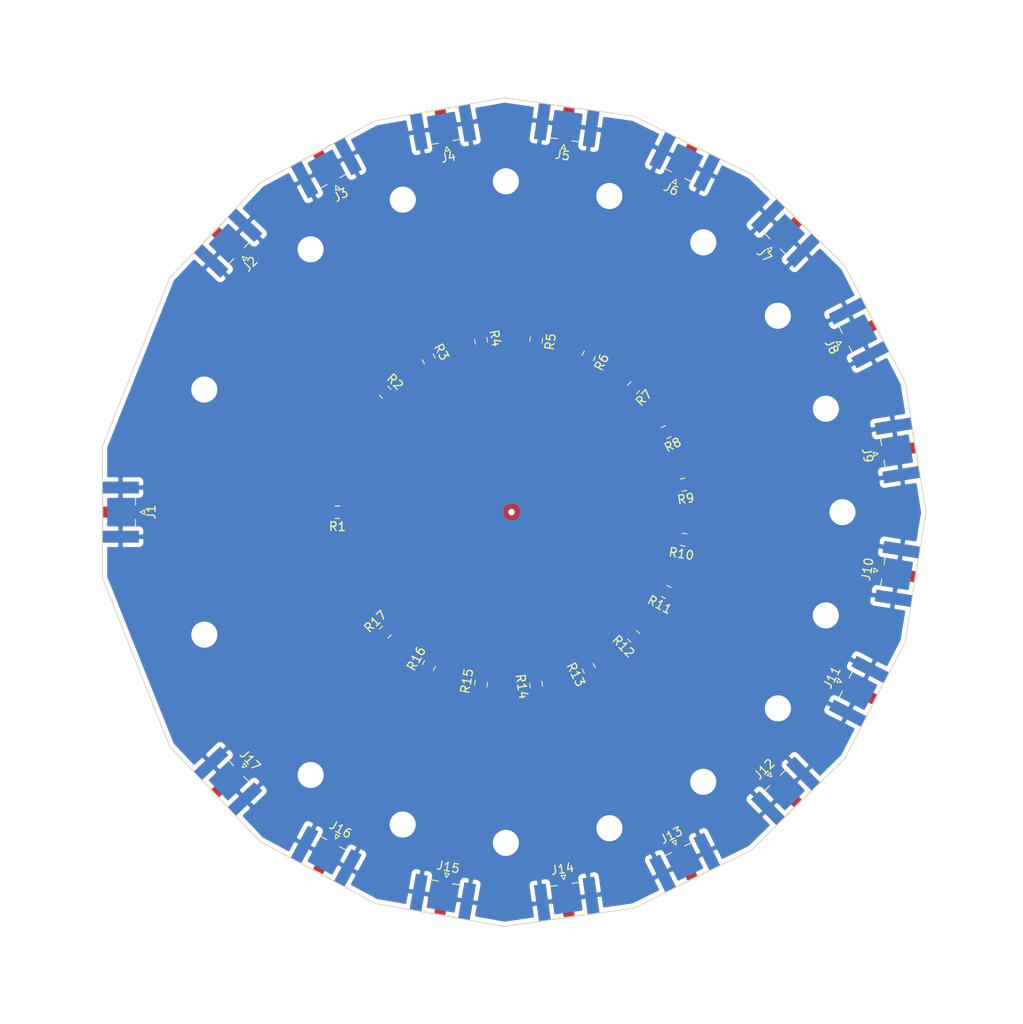
<source format=kicad_pcb>
(kicad_pcb (version 20171130) (host pcbnew 5.1.6-c6e7f7d~87~ubuntu18.04.1)

  (general
    (thickness 1.6)
    (drawings 121)
    (tracks 124)
    (zones 0)
    (modules 34)
    (nets 20)
  )

  (page A4)
  (title_block
    (title "Divisor de potencia resistivo 1x16 - Microstrip")
    (date 2020-09-01)
    (rev PCB-A-M-1.0)
    (company "Instituto Balseiro")
    (comment 1 "Ingeniería en Telecomunicaciones")
    (comment 2 "Quinteros del Castillo, José Ignacio")
    (comment 3 "Sistema para Emulación, Adquisición y Procesamiento de Datos de Matrices de Sensores")
  )

  (layers
    (0 F.Cu signal)
    (31 B.Cu signal hide)
    (32 B.Adhes user hide)
    (33 F.Adhes user hide)
    (34 B.Paste user hide)
    (35 F.Paste user)
    (36 B.SilkS user hide)
    (37 F.SilkS user)
    (38 B.Mask user hide)
    (39 F.Mask user)
    (40 Dwgs.User user hide)
    (41 Cmts.User user hide)
    (42 Eco1.User user hide)
    (43 Eco2.User user hide)
    (44 Edge.Cuts user)
    (45 Margin user hide)
    (46 B.CrtYd user hide)
    (47 F.CrtYd user)
    (48 B.Fab user hide)
    (49 F.Fab user)
  )

  (setup
    (last_trace_width 2.87)
    (user_trace_width 1.5)
    (trace_clearance 0.5)
    (zone_clearance 0.5)
    (zone_45_only no)
    (trace_min 0.2)
    (via_size 0.8)
    (via_drill 0.4)
    (via_min_size 0.4)
    (via_min_drill 0.3)
    (user_via 0.9 0.7)
    (user_via 3.2 3)
    (uvia_size 0.3)
    (uvia_drill 0.1)
    (uvias_allowed no)
    (uvia_min_size 0.2)
    (uvia_min_drill 0.1)
    (edge_width 0.05)
    (segment_width 0.2)
    (pcb_text_width 0.3)
    (pcb_text_size 1.5 1.5)
    (mod_edge_width 0.12)
    (mod_text_size 1 1)
    (mod_text_width 0.15)
    (pad_size 1.15 1.4)
    (pad_drill 0)
    (pad_to_mask_clearance 0.051)
    (solder_mask_min_width 0.25)
    (aux_axis_origin 0 0)
    (visible_elements FFFDFF3F)
    (pcbplotparams
      (layerselection 0x000aa_7fffffff)
      (usegerberextensions false)
      (usegerberattributes false)
      (usegerberadvancedattributes false)
      (creategerberjobfile false)
      (excludeedgelayer true)
      (linewidth 0.100000)
      (plotframeref false)
      (viasonmask false)
      (mode 1)
      (useauxorigin false)
      (hpglpennumber 1)
      (hpglpenspeed 20)
      (hpglpendiameter 15.000000)
      (psnegative false)
      (psa4output false)
      (plotreference true)
      (plotvalue true)
      (plotinvisibletext false)
      (padsonsilk false)
      (subtractmaskfromsilk false)
      (outputformat 4)
      (mirror false)
      (drillshape 0)
      (scaleselection 1)
      (outputdirectory "Plots/"))
  )

  (net 0 "")
  (net 1 "Net-(J1-Pad1)")
  (net 2 GND)
  (net 3 "Net-(J2-Pad1)")
  (net 4 "Net-(J3-Pad1)")
  (net 5 "Net-(J4-Pad1)")
  (net 6 "Net-(J5-Pad1)")
  (net 7 "Net-(J6-Pad1)")
  (net 8 "Net-(J7-Pad1)")
  (net 9 "Net-(J8-Pad1)")
  (net 10 "Net-(J9-Pad1)")
  (net 11 "Net-(J10-Pad1)")
  (net 12 "Net-(J11-Pad1)")
  (net 13 "Net-(J12-Pad1)")
  (net 14 "Net-(J13-Pad1)")
  (net 15 "Net-(J14-Pad1)")
  (net 16 "Net-(J15-Pad1)")
  (net 17 "Net-(J16-Pad1)")
  (net 18 "Net-(J17-Pad1)")
  (net 19 "Net-(R1-Pad1)")

  (net_class Default "This is the default net class."
    (clearance 0.5)
    (trace_width 2.87)
    (via_dia 0.8)
    (via_drill 0.4)
    (uvia_dia 0.3)
    (uvia_drill 0.1)
    (add_net GND)
    (add_net "Net-(J1-Pad1)")
    (add_net "Net-(J10-Pad1)")
    (add_net "Net-(J11-Pad1)")
    (add_net "Net-(J12-Pad1)")
    (add_net "Net-(J13-Pad1)")
    (add_net "Net-(J14-Pad1)")
    (add_net "Net-(J15-Pad1)")
    (add_net "Net-(J16-Pad1)")
    (add_net "Net-(J17-Pad1)")
    (add_net "Net-(J2-Pad1)")
    (add_net "Net-(J3-Pad1)")
    (add_net "Net-(J4-Pad1)")
    (add_net "Net-(J5-Pad1)")
    (add_net "Net-(J6-Pad1)")
    (add_net "Net-(J7-Pad1)")
    (add_net "Net-(J8-Pad1)")
    (add_net "Net-(J9-Pad1)")
    (add_net "Net-(R1-Pad1)")
  )

  (module Connector_Coaxial:SMA_Samtec_SMA-J-P-X-ST-EM1_EdgeMount (layer F.Cu) (tedit 5DAA3454) (tstamp 5F3C8628)
    (at 74.345701 100.577834 270)
    (descr "Connector SMA, 0Hz to 20GHz, 50Ohm, Edge Mount (http://suddendocs.samtec.com/prints/sma-j-p-x-st-em1-mkt.pdf)")
    (tags "SMA Straight Samtec Edge Mount")
    (path /5EA3E56C)
    (attr smd)
    (fp_text reference J1 (at 0 -3.5 90) (layer F.SilkS)
      (effects (font (size 1 1) (thickness 0.15)))
    )
    (fp_text value SMA_Female (at 0 13 90) (layer F.Fab)
      (effects (font (size 1 1) (thickness 0.15)))
    )
    (fp_line (start 0.84 -1.71) (end 1.95 -1.71) (layer F.SilkS) (width 0.12))
    (fp_line (start -1.95 -1.71) (end -0.84 -1.71) (layer F.SilkS) (width 0.12))
    (fp_line (start 0.84 2) (end 1.95 2) (layer F.SilkS) (width 0.12))
    (fp_line (start -1.95 2) (end -0.84 2) (layer F.SilkS) (width 0.12))
    (fp_line (start 3.68 2.6) (end 3.68 12.12) (layer B.CrtYd) (width 0.05))
    (fp_line (start 4 2.6) (end 3.68 2.6) (layer B.CrtYd) (width 0.05))
    (fp_line (start -3.68 12.12) (end -3.68 2.6) (layer B.CrtYd) (width 0.05))
    (fp_line (start -3.68 2.6) (end -4 2.6) (layer B.CrtYd) (width 0.05))
    (fp_line (start 3.68 2.6) (end 3.68 12.12) (layer F.CrtYd) (width 0.05))
    (fp_line (start 3.68 2.6) (end 4 2.6) (layer F.CrtYd) (width 0.05))
    (fp_line (start -3.68 12.12) (end -3.68 2.6) (layer F.CrtYd) (width 0.05))
    (fp_line (start -3.68 2.6) (end -4 2.6) (layer F.CrtYd) (width 0.05))
    (fp_line (start 4.1 2.1) (end -4.1 2.1) (layer Dwgs.User) (width 0.1))
    (fp_line (start -3.175 -1.71) (end -3.175 11.62) (layer F.Fab) (width 0.1))
    (fp_line (start -2.365 -1.71) (end -3.175 -1.71) (layer F.Fab) (width 0.1))
    (fp_line (start -2.365 2.1) (end -2.365 -1.71) (layer F.Fab) (width 0.1))
    (fp_line (start 2.365 2.1) (end -2.365 2.1) (layer F.Fab) (width 0.1))
    (fp_line (start 2.365 -1.71) (end 2.365 2.1) (layer F.Fab) (width 0.1))
    (fp_line (start 3.175 -1.71) (end 2.365 -1.71) (layer F.Fab) (width 0.1))
    (fp_line (start 3.175 -1.71) (end 3.175 11.62) (layer F.Fab) (width 0.1))
    (fp_line (start 3.165 11.62) (end -3.165 11.62) (layer F.Fab) (width 0.1))
    (fp_line (start -4 -2.6) (end 4 -2.6) (layer B.CrtYd) (width 0.05))
    (fp_line (start -4 2.6) (end -4 -2.6) (layer B.CrtYd) (width 0.05))
    (fp_line (start 3.68 12.12) (end -3.68 12.12) (layer B.CrtYd) (width 0.05))
    (fp_line (start 4 2.6) (end 4 -2.6) (layer B.CrtYd) (width 0.05))
    (fp_line (start -4 -2.6) (end 4 -2.6) (layer F.CrtYd) (width 0.05))
    (fp_line (start -4 2.6) (end -4 -2.6) (layer F.CrtYd) (width 0.05))
    (fp_line (start 3.68 12.12) (end -3.68 12.12) (layer F.CrtYd) (width 0.05))
    (fp_line (start 4 2.6) (end 4 -2.6) (layer F.CrtYd) (width 0.05))
    (fp_line (start 0.64 2.1) (end 0 3.1) (layer F.Fab) (width 0.1))
    (fp_line (start 0 3.1) (end -0.64 2.1) (layer F.Fab) (width 0.1))
    (fp_line (start 0 -2.26) (end 0.25 -2.76) (layer F.SilkS) (width 0.12))
    (fp_line (start 0.25 -2.76) (end -0.25 -2.76) (layer F.SilkS) (width 0.12))
    (fp_line (start -0.25 -2.76) (end 0 -2.26) (layer F.SilkS) (width 0.12))
    (fp_text user "Board Thickness: 1.57mm" (at 0 -5.45 90) (layer Cmts.User)
      (effects (font (size 1 1) (thickness 0.15)))
    )
    (fp_text user "PCB Edge" (at 0 2.6 90) (layer Dwgs.User)
      (effects (font (size 0.5 0.5) (thickness 0.1)))
    )
    (fp_text user %R (at 0 4.79 270) (layer F.Fab)
      (effects (font (size 1 1) (thickness 0.15)))
    )
    (pad 1 smd rect (at 0 0.2 270) (size 1.27 3.6) (layers F.Cu F.Paste F.Mask)
      (net 1 "Net-(J1-Pad1)"))
    (pad 2 smd rect (at 2.825 0 270) (size 1.35 4.2) (layers F.Cu F.Paste F.Mask)
      (net 2 GND))
    (pad 2 smd rect (at -2.825 0 270) (size 1.35 4.2) (layers F.Cu F.Paste F.Mask)
      (net 2 GND))
    (pad 2 smd rect (at 2.825 0 270) (size 1.35 4.2) (layers B.Cu B.Paste B.Mask)
      (net 2 GND))
    (pad 2 smd rect (at -2.825 0 270) (size 1.35 4.2) (layers B.Cu B.Paste B.Mask)
      (net 2 GND))
    (model ${KISYS3DMOD}/Connector_Coaxial.3dshapes/SMA_Samtec_SMA-J-P-X-ST-EM1_EdgeMount.wrl
      (at (xyz 0 0 0))
      (scale (xyz 1 1 1))
      (rotate (xyz 0 0 0))
    )
  )

  (module Connector_Coaxial:SMA_Samtec_SMA-J-P-X-ST-EM1_EdgeMount (layer F.Cu) (tedit 5DAA3454) (tstamp 5F3C46FB)
    (at 86.694072 69.668741 226.5)
    (descr "Connector SMA, 0Hz to 20GHz, 50Ohm, Edge Mount (http://suddendocs.samtec.com/prints/sma-j-p-x-st-em1-mkt.pdf)")
    (tags "SMA Straight Samtec Edge Mount")
    (path /5EA42426)
    (attr smd)
    (fp_text reference J2 (at 0 -3.5 46.5) (layer F.SilkS)
      (effects (font (size 1 1) (thickness 0.15)))
    )
    (fp_text value SMA_Female (at 0 13 46.5) (layer F.Fab)
      (effects (font (size 1 1) (thickness 0.15)))
    )
    (fp_line (start -0.25 -2.76) (end 0 -2.26) (layer F.SilkS) (width 0.12))
    (fp_line (start 0.25 -2.76) (end -0.25 -2.76) (layer F.SilkS) (width 0.12))
    (fp_line (start 0 -2.26) (end 0.25 -2.76) (layer F.SilkS) (width 0.12))
    (fp_line (start 0 3.1) (end -0.64 2.1) (layer F.Fab) (width 0.1))
    (fp_line (start 0.64 2.1) (end 0 3.1) (layer F.Fab) (width 0.1))
    (fp_line (start 4 2.6) (end 4 -2.6) (layer F.CrtYd) (width 0.05))
    (fp_line (start 3.68 12.12) (end -3.68 12.12) (layer F.CrtYd) (width 0.05))
    (fp_line (start -4 2.6) (end -4 -2.6) (layer F.CrtYd) (width 0.05))
    (fp_line (start -4 -2.6) (end 4 -2.6) (layer F.CrtYd) (width 0.05))
    (fp_line (start 4 2.6) (end 4 -2.6) (layer B.CrtYd) (width 0.05))
    (fp_line (start 3.68 12.12) (end -3.68 12.12) (layer B.CrtYd) (width 0.05))
    (fp_line (start -4 2.6) (end -4 -2.6) (layer B.CrtYd) (width 0.05))
    (fp_line (start -4 -2.6) (end 4 -2.6) (layer B.CrtYd) (width 0.05))
    (fp_line (start 3.165 11.62) (end -3.165 11.62) (layer F.Fab) (width 0.1))
    (fp_line (start 3.175 -1.71) (end 3.175 11.62) (layer F.Fab) (width 0.1))
    (fp_line (start 3.175 -1.71) (end 2.365 -1.71) (layer F.Fab) (width 0.1))
    (fp_line (start 2.365 -1.71) (end 2.365 2.1) (layer F.Fab) (width 0.1))
    (fp_line (start 2.365 2.1) (end -2.365 2.1) (layer F.Fab) (width 0.1))
    (fp_line (start -2.365 2.1) (end -2.365 -1.71) (layer F.Fab) (width 0.1))
    (fp_line (start -2.365 -1.71) (end -3.175 -1.71) (layer F.Fab) (width 0.1))
    (fp_line (start -3.175 -1.71) (end -3.175 11.62) (layer F.Fab) (width 0.1))
    (fp_line (start 4.1 2.1) (end -4.1 2.1) (layer Dwgs.User) (width 0.1))
    (fp_line (start -3.68 2.6) (end -4 2.6) (layer F.CrtYd) (width 0.05))
    (fp_line (start -3.68 12.12) (end -3.68 2.6) (layer F.CrtYd) (width 0.05))
    (fp_line (start 3.68 2.6) (end 4 2.6) (layer F.CrtYd) (width 0.05))
    (fp_line (start 3.68 2.6) (end 3.68 12.12) (layer F.CrtYd) (width 0.05))
    (fp_line (start -3.68 2.6) (end -4 2.6) (layer B.CrtYd) (width 0.05))
    (fp_line (start -3.68 12.12) (end -3.68 2.6) (layer B.CrtYd) (width 0.05))
    (fp_line (start 4 2.6) (end 3.68 2.6) (layer B.CrtYd) (width 0.05))
    (fp_line (start 3.68 2.6) (end 3.68 12.12) (layer B.CrtYd) (width 0.05))
    (fp_line (start -1.95 2) (end -0.84 2) (layer F.SilkS) (width 0.12))
    (fp_line (start 0.84 2) (end 1.95 2) (layer F.SilkS) (width 0.12))
    (fp_line (start -1.95 -1.71) (end -0.84 -1.71) (layer F.SilkS) (width 0.12))
    (fp_line (start 0.84 -1.71) (end 1.95 -1.71) (layer F.SilkS) (width 0.12))
    (fp_text user %R (at 0 4.79 226.5) (layer F.Fab)
      (effects (font (size 1 1) (thickness 0.15)))
    )
    (fp_text user "PCB Edge" (at 0 2.6 46.5) (layer Dwgs.User)
      (effects (font (size 0.5 0.5) (thickness 0.1)))
    )
    (fp_text user "Board Thickness: 1.57mm" (at 0 -5.45 46.5) (layer Cmts.User)
      (effects (font (size 1 1) (thickness 0.15)))
    )
    (pad 2 smd rect (at -2.825 0 226.5) (size 1.35 4.2) (layers B.Cu B.Paste B.Mask)
      (net 2 GND))
    (pad 2 smd rect (at 2.825 0 226.5) (size 1.35 4.2) (layers B.Cu B.Paste B.Mask)
      (net 2 GND))
    (pad 2 smd rect (at -2.825 0 226.5) (size 1.35 4.2) (layers F.Cu F.Paste F.Mask)
      (net 2 GND))
    (pad 2 smd rect (at 2.825 0 226.5) (size 1.35 4.2) (layers F.Cu F.Paste F.Mask)
      (net 2 GND))
    (pad 1 smd rect (at 0 0.2 226.5) (size 1.27 3.6) (layers F.Cu F.Paste F.Mask)
      (net 3 "Net-(J2-Pad1)"))
    (model ${KISYS3DMOD}/Connector_Coaxial.3dshapes/SMA_Samtec_SMA-J-P-X-ST-EM1_EdgeMount.wrl
      (at (xyz 0 0 0))
      (scale (xyz 1 1 1))
      (rotate (xyz 0 0 0))
    )
  )

  (module Connector_Coaxial:SMA_Samtec_SMA-J-P-X-ST-EM1_EdgeMount (layer F.Cu) (tedit 5DAA3454) (tstamp 5F3C4729)
    (at 97.974998 61.058814 208.3)
    (descr "Connector SMA, 0Hz to 20GHz, 50Ohm, Edge Mount (http://suddendocs.samtec.com/prints/sma-j-p-x-st-em1-mkt.pdf)")
    (tags "SMA Straight Samtec Edge Mount")
    (path /5EA462FD)
    (attr smd)
    (fp_text reference J3 (at 0 -3.5 28.3) (layer F.SilkS)
      (effects (font (size 1 1) (thickness 0.15)))
    )
    (fp_text value SMA_Female (at 0 13 28.3) (layer F.Fab)
      (effects (font (size 1 1) (thickness 0.15)))
    )
    (fp_line (start -0.25 -2.76) (end 0 -2.26) (layer F.SilkS) (width 0.12))
    (fp_line (start 0.25 -2.76) (end -0.25 -2.76) (layer F.SilkS) (width 0.12))
    (fp_line (start 0 -2.26) (end 0.25 -2.76) (layer F.SilkS) (width 0.12))
    (fp_line (start 0 3.1) (end -0.64 2.1) (layer F.Fab) (width 0.1))
    (fp_line (start 0.64 2.1) (end 0 3.1) (layer F.Fab) (width 0.1))
    (fp_line (start 4 2.6) (end 4 -2.6) (layer F.CrtYd) (width 0.05))
    (fp_line (start 3.68 12.12) (end -3.68 12.12) (layer F.CrtYd) (width 0.05))
    (fp_line (start -4 2.6) (end -4 -2.6) (layer F.CrtYd) (width 0.05))
    (fp_line (start -4 -2.6) (end 4 -2.6) (layer F.CrtYd) (width 0.05))
    (fp_line (start 4 2.6) (end 4 -2.6) (layer B.CrtYd) (width 0.05))
    (fp_line (start 3.68 12.12) (end -3.68 12.12) (layer B.CrtYd) (width 0.05))
    (fp_line (start -4 2.6) (end -4 -2.6) (layer B.CrtYd) (width 0.05))
    (fp_line (start -4 -2.6) (end 4 -2.6) (layer B.CrtYd) (width 0.05))
    (fp_line (start 3.165 11.62) (end -3.165 11.62) (layer F.Fab) (width 0.1))
    (fp_line (start 3.175 -1.71) (end 3.175 11.62) (layer F.Fab) (width 0.1))
    (fp_line (start 3.175 -1.71) (end 2.365 -1.71) (layer F.Fab) (width 0.1))
    (fp_line (start 2.365 -1.71) (end 2.365 2.1) (layer F.Fab) (width 0.1))
    (fp_line (start 2.365 2.1) (end -2.365 2.1) (layer F.Fab) (width 0.1))
    (fp_line (start -2.365 2.1) (end -2.365 -1.71) (layer F.Fab) (width 0.1))
    (fp_line (start -2.365 -1.71) (end -3.175 -1.71) (layer F.Fab) (width 0.1))
    (fp_line (start -3.175 -1.71) (end -3.175 11.62) (layer F.Fab) (width 0.1))
    (fp_line (start 4.1 2.1) (end -4.1 2.1) (layer Dwgs.User) (width 0.1))
    (fp_line (start -3.68 2.6) (end -4 2.6) (layer F.CrtYd) (width 0.05))
    (fp_line (start -3.68 12.12) (end -3.68 2.6) (layer F.CrtYd) (width 0.05))
    (fp_line (start 3.68 2.6) (end 4 2.6) (layer F.CrtYd) (width 0.05))
    (fp_line (start 3.68 2.6) (end 3.68 12.12) (layer F.CrtYd) (width 0.05))
    (fp_line (start -3.68 2.6) (end -4 2.6) (layer B.CrtYd) (width 0.05))
    (fp_line (start -3.68 12.12) (end -3.68 2.6) (layer B.CrtYd) (width 0.05))
    (fp_line (start 4 2.6) (end 3.68 2.6) (layer B.CrtYd) (width 0.05))
    (fp_line (start 3.68 2.6) (end 3.68 12.12) (layer B.CrtYd) (width 0.05))
    (fp_line (start -1.95 2) (end -0.84 2) (layer F.SilkS) (width 0.12))
    (fp_line (start 0.84 2) (end 1.95 2) (layer F.SilkS) (width 0.12))
    (fp_line (start -1.95 -1.71) (end -0.84 -1.71) (layer F.SilkS) (width 0.12))
    (fp_line (start 0.84 -1.71) (end 1.95 -1.71) (layer F.SilkS) (width 0.12))
    (fp_text user %R (at 0 4.79 208.3) (layer F.Fab)
      (effects (font (size 1 1) (thickness 0.15)))
    )
    (fp_text user "PCB Edge" (at 0 2.6 28.3) (layer Dwgs.User)
      (effects (font (size 0.5 0.5) (thickness 0.1)))
    )
    (fp_text user "Board Thickness: 1.57mm" (at 0 -5.45 28.3) (layer Cmts.User)
      (effects (font (size 1 1) (thickness 0.15)))
    )
    (pad 2 smd rect (at -2.825 0 208.3) (size 1.35 4.2) (layers B.Cu B.Paste B.Mask)
      (net 2 GND))
    (pad 2 smd rect (at 2.825 0 208.3) (size 1.35 4.2) (layers B.Cu B.Paste B.Mask)
      (net 2 GND))
    (pad 2 smd rect (at -2.825 0 208.3) (size 1.35 4.2) (layers F.Cu F.Paste F.Mask)
      (net 2 GND))
    (pad 2 smd rect (at 2.825 0 208.3) (size 1.35 4.2) (layers F.Cu F.Paste F.Mask)
      (net 2 GND))
    (pad 1 smd rect (at 0 0.2 208.3) (size 1.27 3.6) (layers F.Cu F.Paste F.Mask)
      (net 4 "Net-(J3-Pad1)"))
    (model ${KISYS3DMOD}/Connector_Coaxial.3dshapes/SMA_Samtec_SMA-J-P-X-ST-EM1_EdgeMount.wrl
      (at (xyz 0 0 0))
      (scale (xyz 1 1 1))
      (rotate (xyz 0 0 0))
    )
  )

  (module Connector_Coaxial:SMA_Samtec_SMA-J-P-X-ST-EM1_EdgeMount (layer F.Cu) (tedit 5DAA3454) (tstamp 5F3C612F)
    (at 111.386263 56.367914 190.1)
    (descr "Connector SMA, 0Hz to 20GHz, 50Ohm, Edge Mount (http://suddendocs.samtec.com/prints/sma-j-p-x-st-em1-mkt.pdf)")
    (tags "SMA Straight Samtec Edge Mount")
    (path /5EA46A8E)
    (attr smd)
    (fp_text reference J4 (at 0 -3.5 10.1) (layer F.SilkS)
      (effects (font (size 1 1) (thickness 0.15)))
    )
    (fp_text value SMA_Female (at 0 13 10.1) (layer F.Fab)
      (effects (font (size 1 1) (thickness 0.15)))
    )
    (fp_line (start -0.25 -2.76) (end 0 -2.26) (layer F.SilkS) (width 0.12))
    (fp_line (start 0.25 -2.76) (end -0.25 -2.76) (layer F.SilkS) (width 0.12))
    (fp_line (start 0 -2.26) (end 0.25 -2.76) (layer F.SilkS) (width 0.12))
    (fp_line (start 0 3.1) (end -0.64 2.1) (layer F.Fab) (width 0.1))
    (fp_line (start 0.64 2.1) (end 0 3.1) (layer F.Fab) (width 0.1))
    (fp_line (start 4 2.6) (end 4 -2.6) (layer F.CrtYd) (width 0.05))
    (fp_line (start 3.68 12.12) (end -3.68 12.12) (layer F.CrtYd) (width 0.05))
    (fp_line (start -4 2.6) (end -4 -2.6) (layer F.CrtYd) (width 0.05))
    (fp_line (start -4 -2.6) (end 4 -2.6) (layer F.CrtYd) (width 0.05))
    (fp_line (start 4 2.6) (end 4 -2.6) (layer B.CrtYd) (width 0.05))
    (fp_line (start 3.68 12.12) (end -3.68 12.12) (layer B.CrtYd) (width 0.05))
    (fp_line (start -4 2.6) (end -4 -2.6) (layer B.CrtYd) (width 0.05))
    (fp_line (start -4 -2.6) (end 4 -2.6) (layer B.CrtYd) (width 0.05))
    (fp_line (start 3.165 11.62) (end -3.165 11.62) (layer F.Fab) (width 0.1))
    (fp_line (start 3.175 -1.71) (end 3.175 11.62) (layer F.Fab) (width 0.1))
    (fp_line (start 3.175 -1.71) (end 2.365 -1.71) (layer F.Fab) (width 0.1))
    (fp_line (start 2.365 -1.71) (end 2.365 2.1) (layer F.Fab) (width 0.1))
    (fp_line (start 2.365 2.1) (end -2.365 2.1) (layer F.Fab) (width 0.1))
    (fp_line (start -2.365 2.1) (end -2.365 -1.71) (layer F.Fab) (width 0.1))
    (fp_line (start -2.365 -1.71) (end -3.175 -1.71) (layer F.Fab) (width 0.1))
    (fp_line (start -3.175 -1.71) (end -3.175 11.62) (layer F.Fab) (width 0.1))
    (fp_line (start 4.1 2.1) (end -4.1 2.1) (layer Dwgs.User) (width 0.1))
    (fp_line (start -3.68 2.6) (end -4 2.6) (layer F.CrtYd) (width 0.05))
    (fp_line (start -3.68 12.12) (end -3.68 2.6) (layer F.CrtYd) (width 0.05))
    (fp_line (start 3.68 2.6) (end 4 2.6) (layer F.CrtYd) (width 0.05))
    (fp_line (start 3.68 2.6) (end 3.68 12.12) (layer F.CrtYd) (width 0.05))
    (fp_line (start -3.68 2.6) (end -4 2.6) (layer B.CrtYd) (width 0.05))
    (fp_line (start -3.68 12.12) (end -3.68 2.6) (layer B.CrtYd) (width 0.05))
    (fp_line (start 4 2.6) (end 3.68 2.6) (layer B.CrtYd) (width 0.05))
    (fp_line (start 3.68 2.6) (end 3.68 12.12) (layer B.CrtYd) (width 0.05))
    (fp_line (start -1.95 2) (end -0.84 2) (layer F.SilkS) (width 0.12))
    (fp_line (start 0.84 2) (end 1.95 2) (layer F.SilkS) (width 0.12))
    (fp_line (start -1.95 -1.71) (end -0.84 -1.71) (layer F.SilkS) (width 0.12))
    (fp_line (start 0.84 -1.71) (end 1.95 -1.71) (layer F.SilkS) (width 0.12))
    (fp_text user %R (at 0 4.79 190.1) (layer F.Fab)
      (effects (font (size 1 1) (thickness 0.15)))
    )
    (fp_text user "PCB Edge" (at 0 2.6 10.1) (layer Dwgs.User)
      (effects (font (size 0.5 0.5) (thickness 0.1)))
    )
    (fp_text user "Board Thickness: 1.57mm" (at 0 -5.45 10.1) (layer Cmts.User)
      (effects (font (size 1 1) (thickness 0.15)))
    )
    (pad 2 smd rect (at -2.825 0 190.1) (size 1.35 4.2) (layers B.Cu B.Paste B.Mask)
      (net 2 GND))
    (pad 2 smd rect (at 2.825 0 190.1) (size 1.35 4.2) (layers B.Cu B.Paste B.Mask)
      (net 2 GND))
    (pad 2 smd rect (at -2.825 0 190.1) (size 1.35 4.2) (layers F.Cu F.Paste F.Mask)
      (net 2 GND))
    (pad 2 smd rect (at 2.825 0 190.1) (size 1.35 4.2) (layers F.Cu F.Paste F.Mask)
      (net 2 GND))
    (pad 1 smd rect (at 0 0.2 190.1) (size 1.27 3.6) (layers F.Cu F.Paste F.Mask)
      (net 5 "Net-(J4-Pad1)"))
    (model ${KISYS3DMOD}/Connector_Coaxial.3dshapes/SMA_Samtec_SMA-J-P-X-ST-EM1_EdgeMount.wrl
      (at (xyz 0 0 0))
      (scale (xyz 1 1 1))
      (rotate (xyz 0 0 0))
    )
  )

  (module Connector_Coaxial:SMA_Samtec_SMA-J-P-X-ST-EM1_EdgeMount (layer F.Cu) (tedit 5DAA3454) (tstamp 5F3C4785)
    (at 125.595951 56.119438 171.9)
    (descr "Connector SMA, 0Hz to 20GHz, 50Ohm, Edge Mount (http://suddendocs.samtec.com/prints/sma-j-p-x-st-em1-mkt.pdf)")
    (tags "SMA Straight Samtec Edge Mount")
    (path /5EA473EB)
    (attr smd)
    (fp_text reference J5 (at 0 -3.5 171.9) (layer F.SilkS)
      (effects (font (size 1 1) (thickness 0.15)))
    )
    (fp_text value SMA_Female (at 0 13 171.9) (layer F.Fab)
      (effects (font (size 1 1) (thickness 0.15)))
    )
    (fp_line (start 0.84 -1.71) (end 1.95 -1.71) (layer F.SilkS) (width 0.12))
    (fp_line (start -1.95 -1.71) (end -0.84 -1.71) (layer F.SilkS) (width 0.12))
    (fp_line (start 0.84 2) (end 1.95 2) (layer F.SilkS) (width 0.12))
    (fp_line (start -1.95 2) (end -0.84 2) (layer F.SilkS) (width 0.12))
    (fp_line (start 3.68 2.6) (end 3.68 12.12) (layer B.CrtYd) (width 0.05))
    (fp_line (start 4 2.6) (end 3.68 2.6) (layer B.CrtYd) (width 0.05))
    (fp_line (start -3.68 12.12) (end -3.68 2.6) (layer B.CrtYd) (width 0.05))
    (fp_line (start -3.68 2.6) (end -4 2.6) (layer B.CrtYd) (width 0.05))
    (fp_line (start 3.68 2.6) (end 3.68 12.12) (layer F.CrtYd) (width 0.05))
    (fp_line (start 3.68 2.6) (end 4 2.6) (layer F.CrtYd) (width 0.05))
    (fp_line (start -3.68 12.12) (end -3.68 2.6) (layer F.CrtYd) (width 0.05))
    (fp_line (start -3.68 2.6) (end -4 2.6) (layer F.CrtYd) (width 0.05))
    (fp_line (start 4.1 2.1) (end -4.1 2.1) (layer Dwgs.User) (width 0.1))
    (fp_line (start -3.175 -1.71) (end -3.175 11.62) (layer F.Fab) (width 0.1))
    (fp_line (start -2.365 -1.71) (end -3.175 -1.71) (layer F.Fab) (width 0.1))
    (fp_line (start -2.365 2.1) (end -2.365 -1.71) (layer F.Fab) (width 0.1))
    (fp_line (start 2.365 2.1) (end -2.365 2.1) (layer F.Fab) (width 0.1))
    (fp_line (start 2.365 -1.71) (end 2.365 2.1) (layer F.Fab) (width 0.1))
    (fp_line (start 3.175 -1.71) (end 2.365 -1.71) (layer F.Fab) (width 0.1))
    (fp_line (start 3.175 -1.71) (end 3.175 11.62) (layer F.Fab) (width 0.1))
    (fp_line (start 3.165 11.62) (end -3.165 11.62) (layer F.Fab) (width 0.1))
    (fp_line (start -4 -2.6) (end 4 -2.6) (layer B.CrtYd) (width 0.05))
    (fp_line (start -4 2.6) (end -4 -2.6) (layer B.CrtYd) (width 0.05))
    (fp_line (start 3.68 12.12) (end -3.68 12.12) (layer B.CrtYd) (width 0.05))
    (fp_line (start 4 2.6) (end 4 -2.6) (layer B.CrtYd) (width 0.05))
    (fp_line (start -4 -2.6) (end 4 -2.6) (layer F.CrtYd) (width 0.05))
    (fp_line (start -4 2.6) (end -4 -2.6) (layer F.CrtYd) (width 0.05))
    (fp_line (start 3.68 12.12) (end -3.68 12.12) (layer F.CrtYd) (width 0.05))
    (fp_line (start 4 2.6) (end 4 -2.6) (layer F.CrtYd) (width 0.05))
    (fp_line (start 0.64 2.1) (end 0 3.1) (layer F.Fab) (width 0.1))
    (fp_line (start 0 3.1) (end -0.64 2.1) (layer F.Fab) (width 0.1))
    (fp_line (start 0 -2.26) (end 0.25 -2.76) (layer F.SilkS) (width 0.12))
    (fp_line (start 0.25 -2.76) (end -0.25 -2.76) (layer F.SilkS) (width 0.12))
    (fp_line (start -0.25 -2.76) (end 0 -2.26) (layer F.SilkS) (width 0.12))
    (fp_text user "Board Thickness: 1.57mm" (at 0 -5.45 171.9) (layer Cmts.User)
      (effects (font (size 1 1) (thickness 0.15)))
    )
    (fp_text user "PCB Edge" (at 0 2.6 171.9) (layer Dwgs.User)
      (effects (font (size 0.5 0.5) (thickness 0.1)))
    )
    (fp_text user %R (at 0 4.79 351.9) (layer F.Fab)
      (effects (font (size 1 1) (thickness 0.15)))
    )
    (pad 1 smd rect (at 0 0.2 171.9) (size 1.27 3.6) (layers F.Cu F.Paste F.Mask)
      (net 6 "Net-(J5-Pad1)"))
    (pad 2 smd rect (at 2.825 0 171.9) (size 1.35 4.2) (layers F.Cu F.Paste F.Mask)
      (net 2 GND))
    (pad 2 smd rect (at -2.825 0 171.9) (size 1.35 4.2) (layers F.Cu F.Paste F.Mask)
      (net 2 GND))
    (pad 2 smd rect (at 2.825 0 171.9) (size 1.35 4.2) (layers B.Cu B.Paste B.Mask)
      (net 2 GND))
    (pad 2 smd rect (at -2.825 0 171.9) (size 1.35 4.2) (layers B.Cu B.Paste B.Mask)
      (net 2 GND))
    (model ${KISYS3DMOD}/Connector_Coaxial.3dshapes/SMA_Samtec_SMA-J-P-X-ST-EM1_EdgeMount.wrl
      (at (xyz 0 0 0))
      (scale (xyz 1 1 1))
      (rotate (xyz 0 0 0))
    )
  )

  (module Connector_Coaxial:SMA_Samtec_SMA-J-P-X-ST-EM1_EdgeMount (layer F.Cu) (tedit 5DAA3454) (tstamp 5F3C47B3)
    (at 139.146385 60.329717 153.7)
    (descr "Connector SMA, 0Hz to 20GHz, 50Ohm, Edge Mount (http://suddendocs.samtec.com/prints/sma-j-p-x-st-em1-mkt.pdf)")
    (tags "SMA Straight Samtec Edge Mount")
    (path /5EA9F467)
    (attr smd)
    (fp_text reference J6 (at 0 -3.5 153.7) (layer F.SilkS)
      (effects (font (size 1 1) (thickness 0.15)))
    )
    (fp_text value SMA_Female (at 0 13 153.7) (layer F.Fab)
      (effects (font (size 1 1) (thickness 0.15)))
    )
    (fp_line (start -0.25 -2.76) (end 0 -2.26) (layer F.SilkS) (width 0.12))
    (fp_line (start 0.25 -2.76) (end -0.25 -2.76) (layer F.SilkS) (width 0.12))
    (fp_line (start 0 -2.26) (end 0.25 -2.76) (layer F.SilkS) (width 0.12))
    (fp_line (start 0 3.1) (end -0.64 2.1) (layer F.Fab) (width 0.1))
    (fp_line (start 0.64 2.1) (end 0 3.1) (layer F.Fab) (width 0.1))
    (fp_line (start 4 2.6) (end 4 -2.6) (layer F.CrtYd) (width 0.05))
    (fp_line (start 3.68 12.12) (end -3.68 12.12) (layer F.CrtYd) (width 0.05))
    (fp_line (start -4 2.6) (end -4 -2.6) (layer F.CrtYd) (width 0.05))
    (fp_line (start -4 -2.6) (end 4 -2.6) (layer F.CrtYd) (width 0.05))
    (fp_line (start 4 2.6) (end 4 -2.6) (layer B.CrtYd) (width 0.05))
    (fp_line (start 3.68 12.12) (end -3.68 12.12) (layer B.CrtYd) (width 0.05))
    (fp_line (start -4 2.6) (end -4 -2.6) (layer B.CrtYd) (width 0.05))
    (fp_line (start -4 -2.6) (end 4 -2.6) (layer B.CrtYd) (width 0.05))
    (fp_line (start 3.165 11.62) (end -3.165 11.62) (layer F.Fab) (width 0.1))
    (fp_line (start 3.175 -1.71) (end 3.175 11.62) (layer F.Fab) (width 0.1))
    (fp_line (start 3.175 -1.71) (end 2.365 -1.71) (layer F.Fab) (width 0.1))
    (fp_line (start 2.365 -1.71) (end 2.365 2.1) (layer F.Fab) (width 0.1))
    (fp_line (start 2.365 2.1) (end -2.365 2.1) (layer F.Fab) (width 0.1))
    (fp_line (start -2.365 2.1) (end -2.365 -1.71) (layer F.Fab) (width 0.1))
    (fp_line (start -2.365 -1.71) (end -3.175 -1.71) (layer F.Fab) (width 0.1))
    (fp_line (start -3.175 -1.71) (end -3.175 11.62) (layer F.Fab) (width 0.1))
    (fp_line (start 4.1 2.1) (end -4.1 2.1) (layer Dwgs.User) (width 0.1))
    (fp_line (start -3.68 2.6) (end -4 2.6) (layer F.CrtYd) (width 0.05))
    (fp_line (start -3.68 12.12) (end -3.68 2.6) (layer F.CrtYd) (width 0.05))
    (fp_line (start 3.68 2.6) (end 4 2.6) (layer F.CrtYd) (width 0.05))
    (fp_line (start 3.68 2.6) (end 3.68 12.12) (layer F.CrtYd) (width 0.05))
    (fp_line (start -3.68 2.6) (end -4 2.6) (layer B.CrtYd) (width 0.05))
    (fp_line (start -3.68 12.12) (end -3.68 2.6) (layer B.CrtYd) (width 0.05))
    (fp_line (start 4 2.6) (end 3.68 2.6) (layer B.CrtYd) (width 0.05))
    (fp_line (start 3.68 2.6) (end 3.68 12.12) (layer B.CrtYd) (width 0.05))
    (fp_line (start -1.95 2) (end -0.84 2) (layer F.SilkS) (width 0.12))
    (fp_line (start 0.84 2) (end 1.95 2) (layer F.SilkS) (width 0.12))
    (fp_line (start -1.95 -1.71) (end -0.84 -1.71) (layer F.SilkS) (width 0.12))
    (fp_line (start 0.84 -1.71) (end 1.95 -1.71) (layer F.SilkS) (width 0.12))
    (fp_text user %R (at 0 4.79 333.7) (layer F.Fab)
      (effects (font (size 1 1) (thickness 0.15)))
    )
    (fp_text user "PCB Edge" (at 0 2.6 153.7) (layer Dwgs.User)
      (effects (font (size 0.5 0.5) (thickness 0.1)))
    )
    (fp_text user "Board Thickness: 1.57mm" (at 0 -5.45 153.7) (layer Cmts.User)
      (effects (font (size 1 1) (thickness 0.15)))
    )
    (pad 2 smd rect (at -2.825 0 153.7) (size 1.35 4.2) (layers B.Cu B.Paste B.Mask)
      (net 2 GND))
    (pad 2 smd rect (at 2.825 0 153.7) (size 1.35 4.2) (layers B.Cu B.Paste B.Mask)
      (net 2 GND))
    (pad 2 smd rect (at -2.825 0 153.7) (size 1.35 4.2) (layers F.Cu F.Paste F.Mask)
      (net 2 GND))
    (pad 2 smd rect (at 2.825 0 153.7) (size 1.35 4.2) (layers F.Cu F.Paste F.Mask)
      (net 2 GND))
    (pad 1 smd rect (at 0 0.2 153.7) (size 1.27 3.6) (layers F.Cu F.Paste F.Mask)
      (net 7 "Net-(J6-Pad1)"))
    (model ${KISYS3DMOD}/Connector_Coaxial.3dshapes/SMA_Samtec_SMA-J-P-X-ST-EM1_EdgeMount.wrl
      (at (xyz 0 0 0))
      (scale (xyz 1 1 1))
      (rotate (xyz 0 0 0))
    )
  )

  (module Connector_Coaxial:SMA_Samtec_SMA-J-P-X-ST-EM1_EdgeMount (layer F.Cu) (tedit 5DAA3454) (tstamp 5F3C47E1)
    (at 150.731009 68.551946 135.5)
    (descr "Connector SMA, 0Hz to 20GHz, 50Ohm, Edge Mount (http://suddendocs.samtec.com/prints/sma-j-p-x-st-em1-mkt.pdf)")
    (tags "SMA Straight Samtec Edge Mount")
    (path /5EA9F461)
    (attr smd)
    (fp_text reference J7 (at 0 -3.5 135.5) (layer F.SilkS)
      (effects (font (size 1 1) (thickness 0.15)))
    )
    (fp_text value SMA_Female (at 0 13 135.5) (layer F.Fab)
      (effects (font (size 1 1) (thickness 0.15)))
    )
    (fp_line (start 0.84 -1.71) (end 1.95 -1.71) (layer F.SilkS) (width 0.12))
    (fp_line (start -1.95 -1.71) (end -0.84 -1.71) (layer F.SilkS) (width 0.12))
    (fp_line (start 0.84 2) (end 1.95 2) (layer F.SilkS) (width 0.12))
    (fp_line (start -1.95 2) (end -0.84 2) (layer F.SilkS) (width 0.12))
    (fp_line (start 3.68 2.6) (end 3.68 12.12) (layer B.CrtYd) (width 0.05))
    (fp_line (start 4 2.6) (end 3.68 2.6) (layer B.CrtYd) (width 0.05))
    (fp_line (start -3.68 12.12) (end -3.68 2.6) (layer B.CrtYd) (width 0.05))
    (fp_line (start -3.68 2.6) (end -4 2.6) (layer B.CrtYd) (width 0.05))
    (fp_line (start 3.68 2.6) (end 3.68 12.12) (layer F.CrtYd) (width 0.05))
    (fp_line (start 3.68 2.6) (end 4 2.6) (layer F.CrtYd) (width 0.05))
    (fp_line (start -3.68 12.12) (end -3.68 2.6) (layer F.CrtYd) (width 0.05))
    (fp_line (start -3.68 2.6) (end -4 2.6) (layer F.CrtYd) (width 0.05))
    (fp_line (start 4.1 2.1) (end -4.1 2.1) (layer Dwgs.User) (width 0.1))
    (fp_line (start -3.175 -1.71) (end -3.175 11.62) (layer F.Fab) (width 0.1))
    (fp_line (start -2.365 -1.71) (end -3.175 -1.71) (layer F.Fab) (width 0.1))
    (fp_line (start -2.365 2.1) (end -2.365 -1.71) (layer F.Fab) (width 0.1))
    (fp_line (start 2.365 2.1) (end -2.365 2.1) (layer F.Fab) (width 0.1))
    (fp_line (start 2.365 -1.71) (end 2.365 2.1) (layer F.Fab) (width 0.1))
    (fp_line (start 3.175 -1.71) (end 2.365 -1.71) (layer F.Fab) (width 0.1))
    (fp_line (start 3.175 -1.71) (end 3.175 11.62) (layer F.Fab) (width 0.1))
    (fp_line (start 3.165 11.62) (end -3.165 11.62) (layer F.Fab) (width 0.1))
    (fp_line (start -4 -2.6) (end 4 -2.6) (layer B.CrtYd) (width 0.05))
    (fp_line (start -4 2.6) (end -4 -2.6) (layer B.CrtYd) (width 0.05))
    (fp_line (start 3.68 12.12) (end -3.68 12.12) (layer B.CrtYd) (width 0.05))
    (fp_line (start 4 2.6) (end 4 -2.6) (layer B.CrtYd) (width 0.05))
    (fp_line (start -4 -2.6) (end 4 -2.6) (layer F.CrtYd) (width 0.05))
    (fp_line (start -4 2.6) (end -4 -2.6) (layer F.CrtYd) (width 0.05))
    (fp_line (start 3.68 12.12) (end -3.68 12.12) (layer F.CrtYd) (width 0.05))
    (fp_line (start 4 2.6) (end 4 -2.6) (layer F.CrtYd) (width 0.05))
    (fp_line (start 0.64 2.1) (end 0 3.1) (layer F.Fab) (width 0.1))
    (fp_line (start 0 3.1) (end -0.64 2.1) (layer F.Fab) (width 0.1))
    (fp_line (start 0 -2.26) (end 0.25 -2.76) (layer F.SilkS) (width 0.12))
    (fp_line (start 0.25 -2.76) (end -0.25 -2.76) (layer F.SilkS) (width 0.12))
    (fp_line (start -0.25 -2.76) (end 0 -2.26) (layer F.SilkS) (width 0.12))
    (fp_text user "Board Thickness: 1.57mm" (at 0 -5.45 135.5) (layer Cmts.User)
      (effects (font (size 1 1) (thickness 0.15)))
    )
    (fp_text user "PCB Edge" (at 0 2.6 135.5) (layer Dwgs.User)
      (effects (font (size 0.5 0.5) (thickness 0.1)))
    )
    (fp_text user %R (at 0 4.79 315.5) (layer F.Fab)
      (effects (font (size 1 1) (thickness 0.15)))
    )
    (pad 1 smd rect (at 0 0.2 135.5) (size 1.27 3.6) (layers F.Cu F.Paste F.Mask)
      (net 8 "Net-(J7-Pad1)"))
    (pad 2 smd rect (at 2.825 0 135.5) (size 1.35 4.2) (layers F.Cu F.Paste F.Mask)
      (net 2 GND))
    (pad 2 smd rect (at -2.825 0 135.5) (size 1.35 4.2) (layers F.Cu F.Paste F.Mask)
      (net 2 GND))
    (pad 2 smd rect (at 2.825 0 135.5) (size 1.35 4.2) (layers B.Cu B.Paste B.Mask)
      (net 2 GND))
    (pad 2 smd rect (at -2.825 0 135.5) (size 1.35 4.2) (layers B.Cu B.Paste B.Mask)
      (net 2 GND))
    (model ${KISYS3DMOD}/Connector_Coaxial.3dshapes/SMA_Samtec_SMA-J-P-X-ST-EM1_EdgeMount.wrl
      (at (xyz 0 0 0))
      (scale (xyz 1 1 1))
      (rotate (xyz 0 0 0))
    )
  )

  (module Connector_Coaxial:SMA_Samtec_SMA-J-P-X-ST-EM1_EdgeMount (layer F.Cu) (tedit 5DAA3454) (tstamp 5F3C480F)
    (at 159.146077 79.978841 117.3)
    (descr "Connector SMA, 0Hz to 20GHz, 50Ohm, Edge Mount (http://suddendocs.samtec.com/prints/sma-j-p-x-st-em1-mkt.pdf)")
    (tags "SMA Straight Samtec Edge Mount")
    (path /5EA9F455)
    (attr smd)
    (fp_text reference J8 (at 0 -3.5 117.3) (layer F.SilkS)
      (effects (font (size 1 1) (thickness 0.15)))
    )
    (fp_text value SMA_Female (at 0 13 117.3) (layer F.Fab)
      (effects (font (size 1 1) (thickness 0.15)))
    )
    (fp_line (start 0.84 -1.71) (end 1.95 -1.71) (layer F.SilkS) (width 0.12))
    (fp_line (start -1.95 -1.71) (end -0.84 -1.71) (layer F.SilkS) (width 0.12))
    (fp_line (start 0.84 2) (end 1.95 2) (layer F.SilkS) (width 0.12))
    (fp_line (start -1.95 2) (end -0.84 2) (layer F.SilkS) (width 0.12))
    (fp_line (start 3.68 2.6) (end 3.68 12.12) (layer B.CrtYd) (width 0.05))
    (fp_line (start 4 2.6) (end 3.68 2.6) (layer B.CrtYd) (width 0.05))
    (fp_line (start -3.68 12.12) (end -3.68 2.6) (layer B.CrtYd) (width 0.05))
    (fp_line (start -3.68 2.6) (end -4 2.6) (layer B.CrtYd) (width 0.05))
    (fp_line (start 3.68 2.6) (end 3.68 12.12) (layer F.CrtYd) (width 0.05))
    (fp_line (start 3.68 2.6) (end 4 2.6) (layer F.CrtYd) (width 0.05))
    (fp_line (start -3.68 12.12) (end -3.68 2.6) (layer F.CrtYd) (width 0.05))
    (fp_line (start -3.68 2.6) (end -4 2.6) (layer F.CrtYd) (width 0.05))
    (fp_line (start 4.1 2.1) (end -4.1 2.1) (layer Dwgs.User) (width 0.1))
    (fp_line (start -3.175 -1.71) (end -3.175 11.62) (layer F.Fab) (width 0.1))
    (fp_line (start -2.365 -1.71) (end -3.175 -1.71) (layer F.Fab) (width 0.1))
    (fp_line (start -2.365 2.1) (end -2.365 -1.71) (layer F.Fab) (width 0.1))
    (fp_line (start 2.365 2.1) (end -2.365 2.1) (layer F.Fab) (width 0.1))
    (fp_line (start 2.365 -1.71) (end 2.365 2.1) (layer F.Fab) (width 0.1))
    (fp_line (start 3.175 -1.71) (end 2.365 -1.71) (layer F.Fab) (width 0.1))
    (fp_line (start 3.175 -1.71) (end 3.175 11.62) (layer F.Fab) (width 0.1))
    (fp_line (start 3.165 11.62) (end -3.165 11.62) (layer F.Fab) (width 0.1))
    (fp_line (start -4 -2.6) (end 4 -2.6) (layer B.CrtYd) (width 0.05))
    (fp_line (start -4 2.6) (end -4 -2.6) (layer B.CrtYd) (width 0.05))
    (fp_line (start 3.68 12.12) (end -3.68 12.12) (layer B.CrtYd) (width 0.05))
    (fp_line (start 4 2.6) (end 4 -2.6) (layer B.CrtYd) (width 0.05))
    (fp_line (start -4 -2.6) (end 4 -2.6) (layer F.CrtYd) (width 0.05))
    (fp_line (start -4 2.6) (end -4 -2.6) (layer F.CrtYd) (width 0.05))
    (fp_line (start 3.68 12.12) (end -3.68 12.12) (layer F.CrtYd) (width 0.05))
    (fp_line (start 4 2.6) (end 4 -2.6) (layer F.CrtYd) (width 0.05))
    (fp_line (start 0.64 2.1) (end 0 3.1) (layer F.Fab) (width 0.1))
    (fp_line (start 0 3.1) (end -0.64 2.1) (layer F.Fab) (width 0.1))
    (fp_line (start 0 -2.26) (end 0.25 -2.76) (layer F.SilkS) (width 0.12))
    (fp_line (start 0.25 -2.76) (end -0.25 -2.76) (layer F.SilkS) (width 0.12))
    (fp_line (start -0.25 -2.76) (end 0 -2.26) (layer F.SilkS) (width 0.12))
    (fp_text user "Board Thickness: 1.57mm" (at 0 -5.45 117.3) (layer Cmts.User)
      (effects (font (size 1 1) (thickness 0.15)))
    )
    (fp_text user "PCB Edge" (at 0 2.6 117.3) (layer Dwgs.User)
      (effects (font (size 0.5 0.5) (thickness 0.1)))
    )
    (fp_text user %R (at 0 4.79 297.3) (layer F.Fab)
      (effects (font (size 1 1) (thickness 0.15)))
    )
    (pad 1 smd rect (at 0 0.2 117.3) (size 1.27 3.6) (layers F.Cu F.Paste F.Mask)
      (net 9 "Net-(J8-Pad1)"))
    (pad 2 smd rect (at 2.825 0 117.3) (size 1.35 4.2) (layers F.Cu F.Paste F.Mask)
      (net 2 GND))
    (pad 2 smd rect (at -2.825 0 117.3) (size 1.35 4.2) (layers F.Cu F.Paste F.Mask)
      (net 2 GND))
    (pad 2 smd rect (at 2.825 0 117.3) (size 1.35 4.2) (layers B.Cu B.Paste B.Mask)
      (net 2 GND))
    (pad 2 smd rect (at -2.825 0 117.3) (size 1.35 4.2) (layers B.Cu B.Paste B.Mask)
      (net 2 GND))
    (model ${KISYS3DMOD}/Connector_Coaxial.3dshapes/SMA_Samtec_SMA-J-P-X-ST-EM1_EdgeMount.wrl
      (at (xyz 0 0 0))
      (scale (xyz 1 1 1))
      (rotate (xyz 0 0 0))
    )
  )

  (module Connector_Coaxial:SMA_Samtec_SMA-J-P-X-ST-EM1_EdgeMount (layer F.Cu) (tedit 5DAA3454) (tstamp 5F3CC14C)
    (at 163.585319 93.494358 99.1)
    (descr "Connector SMA, 0Hz to 20GHz, 50Ohm, Edge Mount (http://suddendocs.samtec.com/prints/sma-j-p-x-st-em1-mkt.pdf)")
    (tags "SMA Straight Samtec Edge Mount")
    (path /5EA9F45B)
    (attr smd)
    (fp_text reference J9 (at 0 -3.5 99.1) (layer F.SilkS)
      (effects (font (size 1 1) (thickness 0.15)))
    )
    (fp_text value SMA_Female (at 0 13 99.1) (layer F.Fab)
      (effects (font (size 1 1) (thickness 0.15)))
    )
    (fp_line (start -0.25 -2.76) (end 0 -2.26) (layer F.SilkS) (width 0.12))
    (fp_line (start 0.25 -2.76) (end -0.25 -2.76) (layer F.SilkS) (width 0.12))
    (fp_line (start 0 -2.26) (end 0.25 -2.76) (layer F.SilkS) (width 0.12))
    (fp_line (start 0 3.1) (end -0.64 2.1) (layer F.Fab) (width 0.1))
    (fp_line (start 0.64 2.1) (end 0 3.1) (layer F.Fab) (width 0.1))
    (fp_line (start 4 2.6) (end 4 -2.6) (layer F.CrtYd) (width 0.05))
    (fp_line (start 3.68 12.12) (end -3.68 12.12) (layer F.CrtYd) (width 0.05))
    (fp_line (start -4 2.6) (end -4 -2.6) (layer F.CrtYd) (width 0.05))
    (fp_line (start -4 -2.6) (end 4 -2.6) (layer F.CrtYd) (width 0.05))
    (fp_line (start 4 2.6) (end 4 -2.6) (layer B.CrtYd) (width 0.05))
    (fp_line (start 3.68 12.12) (end -3.68 12.12) (layer B.CrtYd) (width 0.05))
    (fp_line (start -4 2.6) (end -4 -2.6) (layer B.CrtYd) (width 0.05))
    (fp_line (start -4 -2.6) (end 4 -2.6) (layer B.CrtYd) (width 0.05))
    (fp_line (start 3.165 11.62) (end -3.165 11.62) (layer F.Fab) (width 0.1))
    (fp_line (start 3.175 -1.71) (end 3.175 11.62) (layer F.Fab) (width 0.1))
    (fp_line (start 3.175 -1.71) (end 2.365 -1.71) (layer F.Fab) (width 0.1))
    (fp_line (start 2.365 -1.71) (end 2.365 2.1) (layer F.Fab) (width 0.1))
    (fp_line (start 2.365 2.1) (end -2.365 2.1) (layer F.Fab) (width 0.1))
    (fp_line (start -2.365 2.1) (end -2.365 -1.71) (layer F.Fab) (width 0.1))
    (fp_line (start -2.365 -1.71) (end -3.175 -1.71) (layer F.Fab) (width 0.1))
    (fp_line (start -3.175 -1.71) (end -3.175 11.62) (layer F.Fab) (width 0.1))
    (fp_line (start 4.1 2.1) (end -4.1 2.1) (layer Dwgs.User) (width 0.1))
    (fp_line (start -3.68 2.6) (end -4 2.6) (layer F.CrtYd) (width 0.05))
    (fp_line (start -3.68 12.12) (end -3.68 2.6) (layer F.CrtYd) (width 0.05))
    (fp_line (start 3.68 2.6) (end 4 2.6) (layer F.CrtYd) (width 0.05))
    (fp_line (start 3.68 2.6) (end 3.68 12.12) (layer F.CrtYd) (width 0.05))
    (fp_line (start -3.68 2.6) (end -4 2.6) (layer B.CrtYd) (width 0.05))
    (fp_line (start -3.68 12.12) (end -3.68 2.6) (layer B.CrtYd) (width 0.05))
    (fp_line (start 4 2.6) (end 3.68 2.6) (layer B.CrtYd) (width 0.05))
    (fp_line (start 3.68 2.6) (end 3.68 12.12) (layer B.CrtYd) (width 0.05))
    (fp_line (start -1.95 2) (end -0.84 2) (layer F.SilkS) (width 0.12))
    (fp_line (start 0.84 2) (end 1.95 2) (layer F.SilkS) (width 0.12))
    (fp_line (start -1.95 -1.71) (end -0.84 -1.71) (layer F.SilkS) (width 0.12))
    (fp_line (start 0.84 -1.71) (end 1.95 -1.71) (layer F.SilkS) (width 0.12))
    (fp_text user %R (at 0 4.79 279.1) (layer F.Fab)
      (effects (font (size 1 1) (thickness 0.15)))
    )
    (fp_text user "PCB Edge" (at 0 2.6 99.1) (layer Dwgs.User)
      (effects (font (size 0.5 0.5) (thickness 0.1)))
    )
    (fp_text user "Board Thickness: 1.57mm" (at 0 -5.45 99.1) (layer Cmts.User)
      (effects (font (size 1 1) (thickness 0.15)))
    )
    (pad 2 smd rect (at -2.825 0 99.1) (size 1.35 4.2) (layers B.Cu B.Paste B.Mask)
      (net 2 GND))
    (pad 2 smd rect (at 2.825 0 99.1) (size 1.35 4.2) (layers B.Cu B.Paste B.Mask)
      (net 2 GND))
    (pad 2 smd rect (at -2.825 0 99.1) (size 1.35 4.2) (layers F.Cu F.Paste F.Mask)
      (net 2 GND))
    (pad 2 smd rect (at 2.825 0 99.1) (size 1.35 4.2) (layers F.Cu F.Paste F.Mask)
      (net 2 GND))
    (pad 1 smd rect (at 0 0.2 99.1) (size 1.27 3.6) (layers F.Cu F.Paste F.Mask)
      (net 10 "Net-(J9-Pad1)"))
    (model ${KISYS3DMOD}/Connector_Coaxial.3dshapes/SMA_Samtec_SMA-J-P-X-ST-EM1_EdgeMount.wrl
      (at (xyz 0 0 0))
      (scale (xyz 1 1 1))
      (rotate (xyz 0 0 0))
    )
  )

  (module Connector_Coaxial:SMA_Samtec_SMA-J-P-X-ST-EM1_EdgeMount (layer F.Cu) (tedit 5DAA3454) (tstamp 5F3C486B)
    (at 163.592586 107.682553 80.9)
    (descr "Connector SMA, 0Hz to 20GHz, 50Ohm, Edge Mount (http://suddendocs.samtec.com/prints/sma-j-p-x-st-em1-mkt.pdf)")
    (tags "SMA Straight Samtec Edge Mount")
    (path /5EAA08C8)
    (attr smd)
    (fp_text reference J10 (at 0 -3.5 80.9) (layer F.SilkS)
      (effects (font (size 1 1) (thickness 0.15)))
    )
    (fp_text value SMA_Female (at 0 13 80.9) (layer F.Fab)
      (effects (font (size 1 1) (thickness 0.15)))
    )
    (fp_line (start -0.25 -2.76) (end 0 -2.26) (layer F.SilkS) (width 0.12))
    (fp_line (start 0.25 -2.76) (end -0.25 -2.76) (layer F.SilkS) (width 0.12))
    (fp_line (start 0 -2.26) (end 0.25 -2.76) (layer F.SilkS) (width 0.12))
    (fp_line (start 0 3.1) (end -0.64 2.1) (layer F.Fab) (width 0.1))
    (fp_line (start 0.64 2.1) (end 0 3.1) (layer F.Fab) (width 0.1))
    (fp_line (start 4 2.6) (end 4 -2.6) (layer F.CrtYd) (width 0.05))
    (fp_line (start 3.68 12.12) (end -3.68 12.12) (layer F.CrtYd) (width 0.05))
    (fp_line (start -4 2.6) (end -4 -2.6) (layer F.CrtYd) (width 0.05))
    (fp_line (start -4 -2.6) (end 4 -2.6) (layer F.CrtYd) (width 0.05))
    (fp_line (start 4 2.6) (end 4 -2.6) (layer B.CrtYd) (width 0.05))
    (fp_line (start 3.68 12.12) (end -3.68 12.12) (layer B.CrtYd) (width 0.05))
    (fp_line (start -4 2.6) (end -4 -2.6) (layer B.CrtYd) (width 0.05))
    (fp_line (start -4 -2.6) (end 4 -2.6) (layer B.CrtYd) (width 0.05))
    (fp_line (start 3.165 11.62) (end -3.165 11.62) (layer F.Fab) (width 0.1))
    (fp_line (start 3.175 -1.71) (end 3.175 11.62) (layer F.Fab) (width 0.1))
    (fp_line (start 3.175 -1.71) (end 2.365 -1.71) (layer F.Fab) (width 0.1))
    (fp_line (start 2.365 -1.71) (end 2.365 2.1) (layer F.Fab) (width 0.1))
    (fp_line (start 2.365 2.1) (end -2.365 2.1) (layer F.Fab) (width 0.1))
    (fp_line (start -2.365 2.1) (end -2.365 -1.71) (layer F.Fab) (width 0.1))
    (fp_line (start -2.365 -1.71) (end -3.175 -1.71) (layer F.Fab) (width 0.1))
    (fp_line (start -3.175 -1.71) (end -3.175 11.62) (layer F.Fab) (width 0.1))
    (fp_line (start 4.1 2.1) (end -4.1 2.1) (layer Dwgs.User) (width 0.1))
    (fp_line (start -3.68 2.6) (end -4 2.6) (layer F.CrtYd) (width 0.05))
    (fp_line (start -3.68 12.12) (end -3.68 2.6) (layer F.CrtYd) (width 0.05))
    (fp_line (start 3.68 2.6) (end 4 2.6) (layer F.CrtYd) (width 0.05))
    (fp_line (start 3.68 2.6) (end 3.68 12.12) (layer F.CrtYd) (width 0.05))
    (fp_line (start -3.68 2.6) (end -4 2.6) (layer B.CrtYd) (width 0.05))
    (fp_line (start -3.68 12.12) (end -3.68 2.6) (layer B.CrtYd) (width 0.05))
    (fp_line (start 4 2.6) (end 3.68 2.6) (layer B.CrtYd) (width 0.05))
    (fp_line (start 3.68 2.6) (end 3.68 12.12) (layer B.CrtYd) (width 0.05))
    (fp_line (start -1.95 2) (end -0.84 2) (layer F.SilkS) (width 0.12))
    (fp_line (start 0.84 2) (end 1.95 2) (layer F.SilkS) (width 0.12))
    (fp_line (start -1.95 -1.71) (end -0.84 -1.71) (layer F.SilkS) (width 0.12))
    (fp_line (start 0.84 -1.71) (end 1.95 -1.71) (layer F.SilkS) (width 0.12))
    (fp_text user %R (at 0 4.79 260.9) (layer F.Fab)
      (effects (font (size 1 1) (thickness 0.15)))
    )
    (fp_text user "PCB Edge" (at 0 2.6 80.9) (layer Dwgs.User)
      (effects (font (size 0.5 0.5) (thickness 0.1)))
    )
    (fp_text user "Board Thickness: 1.57mm" (at 0 -5.45 80.9) (layer Cmts.User)
      (effects (font (size 1 1) (thickness 0.15)))
    )
    (pad 2 smd rect (at -2.825 0 80.9) (size 1.35 4.2) (layers B.Cu B.Paste B.Mask)
      (net 2 GND))
    (pad 2 smd rect (at 2.825 0 80.9) (size 1.35 4.2) (layers B.Cu B.Paste B.Mask)
      (net 2 GND))
    (pad 2 smd rect (at -2.825 0 80.9) (size 1.35 4.2) (layers F.Cu F.Paste F.Mask)
      (net 2 GND))
    (pad 2 smd rect (at 2.825 0 80.9) (size 1.35 4.2) (layers F.Cu F.Paste F.Mask)
      (net 2 GND))
    (pad 1 smd rect (at 0 0.2 80.9) (size 1.27 3.6) (layers F.Cu F.Paste F.Mask)
      (net 11 "Net-(J10-Pad1)"))
    (model ${KISYS3DMOD}/Connector_Coaxial.3dshapes/SMA_Samtec_SMA-J-P-X-ST-EM1_EdgeMount.wrl
      (at (xyz 0 0 0))
      (scale (xyz 1 1 1))
      (rotate (xyz 0 0 0))
    )
  )

  (module Connector_Coaxial:SMA_Samtec_SMA-J-P-X-ST-EM1_EdgeMount (layer F.Cu) (tedit 5DAA3454) (tstamp 5F3C4899)
    (at 159.161814 121.165054 62.7)
    (descr "Connector SMA, 0Hz to 20GHz, 50Ohm, Edge Mount (http://suddendocs.samtec.com/prints/sma-j-p-x-st-em1-mkt.pdf)")
    (tags "SMA Straight Samtec Edge Mount")
    (path /5EAA08C2)
    (attr smd)
    (fp_text reference J11 (at 0 -3.5 62.7) (layer F.SilkS)
      (effects (font (size 1 1) (thickness 0.15)))
    )
    (fp_text value SMA_Female (at 0 13 62.7) (layer F.Fab)
      (effects (font (size 1 1) (thickness 0.15)))
    )
    (fp_line (start 0.84 -1.71) (end 1.95 -1.71) (layer F.SilkS) (width 0.12))
    (fp_line (start -1.95 -1.71) (end -0.84 -1.71) (layer F.SilkS) (width 0.12))
    (fp_line (start 0.84 2) (end 1.95 2) (layer F.SilkS) (width 0.12))
    (fp_line (start -1.95 2) (end -0.84 2) (layer F.SilkS) (width 0.12))
    (fp_line (start 3.68 2.6) (end 3.68 12.12) (layer B.CrtYd) (width 0.05))
    (fp_line (start 4 2.6) (end 3.68 2.6) (layer B.CrtYd) (width 0.05))
    (fp_line (start -3.68 12.12) (end -3.68 2.6) (layer B.CrtYd) (width 0.05))
    (fp_line (start -3.68 2.6) (end -4 2.6) (layer B.CrtYd) (width 0.05))
    (fp_line (start 3.68 2.6) (end 3.68 12.12) (layer F.CrtYd) (width 0.05))
    (fp_line (start 3.68 2.6) (end 4 2.6) (layer F.CrtYd) (width 0.05))
    (fp_line (start -3.68 12.12) (end -3.68 2.6) (layer F.CrtYd) (width 0.05))
    (fp_line (start -3.68 2.6) (end -4 2.6) (layer F.CrtYd) (width 0.05))
    (fp_line (start 4.1 2.1) (end -4.1 2.1) (layer Dwgs.User) (width 0.1))
    (fp_line (start -3.175 -1.71) (end -3.175 11.62) (layer F.Fab) (width 0.1))
    (fp_line (start -2.365 -1.71) (end -3.175 -1.71) (layer F.Fab) (width 0.1))
    (fp_line (start -2.365 2.1) (end -2.365 -1.71) (layer F.Fab) (width 0.1))
    (fp_line (start 2.365 2.1) (end -2.365 2.1) (layer F.Fab) (width 0.1))
    (fp_line (start 2.365 -1.71) (end 2.365 2.1) (layer F.Fab) (width 0.1))
    (fp_line (start 3.175 -1.71) (end 2.365 -1.71) (layer F.Fab) (width 0.1))
    (fp_line (start 3.175 -1.71) (end 3.175 11.62) (layer F.Fab) (width 0.1))
    (fp_line (start 3.165 11.62) (end -3.165 11.62) (layer F.Fab) (width 0.1))
    (fp_line (start -4 -2.6) (end 4 -2.6) (layer B.CrtYd) (width 0.05))
    (fp_line (start -4 2.6) (end -4 -2.6) (layer B.CrtYd) (width 0.05))
    (fp_line (start 3.68 12.12) (end -3.68 12.12) (layer B.CrtYd) (width 0.05))
    (fp_line (start 4 2.6) (end 4 -2.6) (layer B.CrtYd) (width 0.05))
    (fp_line (start -4 -2.6) (end 4 -2.6) (layer F.CrtYd) (width 0.05))
    (fp_line (start -4 2.6) (end -4 -2.6) (layer F.CrtYd) (width 0.05))
    (fp_line (start 3.68 12.12) (end -3.68 12.12) (layer F.CrtYd) (width 0.05))
    (fp_line (start 4 2.6) (end 4 -2.6) (layer F.CrtYd) (width 0.05))
    (fp_line (start 0.64 2.1) (end 0 3.1) (layer F.Fab) (width 0.1))
    (fp_line (start 0 3.1) (end -0.64 2.1) (layer F.Fab) (width 0.1))
    (fp_line (start 0 -2.26) (end 0.25 -2.76) (layer F.SilkS) (width 0.12))
    (fp_line (start 0.25 -2.76) (end -0.25 -2.76) (layer F.SilkS) (width 0.12))
    (fp_line (start -0.25 -2.76) (end 0 -2.26) (layer F.SilkS) (width 0.12))
    (fp_text user "Board Thickness: 1.57mm" (at 0 -5.45 62.7) (layer Cmts.User)
      (effects (font (size 1 1) (thickness 0.15)))
    )
    (fp_text user "PCB Edge" (at 0 2.6 62.7) (layer Dwgs.User)
      (effects (font (size 0.5 0.5) (thickness 0.1)))
    )
    (fp_text user %R (at 0 4.79 242.7) (layer F.Fab)
      (effects (font (size 1 1) (thickness 0.15)))
    )
    (pad 1 smd rect (at 0 0.2 62.7) (size 1.27 3.6) (layers F.Cu F.Paste F.Mask)
      (net 12 "Net-(J11-Pad1)"))
    (pad 2 smd rect (at 2.825 0 62.7) (size 1.35 4.2) (layers F.Cu F.Paste F.Mask)
      (net 2 GND))
    (pad 2 smd rect (at -2.825 0 62.7) (size 1.35 4.2) (layers F.Cu F.Paste F.Mask)
      (net 2 GND))
    (pad 2 smd rect (at 2.825 0 62.7) (size 1.35 4.2) (layers B.Cu B.Paste B.Mask)
      (net 2 GND))
    (pad 2 smd rect (at -2.825 0 62.7) (size 1.35 4.2) (layers B.Cu B.Paste B.Mask)
      (net 2 GND))
    (model ${KISYS3DMOD}/Connector_Coaxial.3dshapes/SMA_Samtec_SMA-J-P-X-ST-EM1_EdgeMount.wrl
      (at (xyz 0 0 0))
      (scale (xyz 1 1 1))
      (rotate (xyz 0 0 0))
    )
  )

  (module Connector_Coaxial:SMA_Samtec_SMA-J-P-X-ST-EM1_EdgeMount (layer F.Cu) (tedit 5DAA3454) (tstamp 5F3C48C7)
    (at 150.727952 132.602092 44.5)
    (descr "Connector SMA, 0Hz to 20GHz, 50Ohm, Edge Mount (http://suddendocs.samtec.com/prints/sma-j-p-x-st-em1-mkt.pdf)")
    (tags "SMA Straight Samtec Edge Mount")
    (path /5EAA08B6)
    (attr smd)
    (fp_text reference J12 (at 0 -3.5 44.5) (layer F.SilkS)
      (effects (font (size 1 1) (thickness 0.15)))
    )
    (fp_text value SMA_Female (at 0 13 44.5) (layer F.Fab)
      (effects (font (size 1 1) (thickness 0.15)))
    )
    (fp_line (start 0.84 -1.71) (end 1.95 -1.71) (layer F.SilkS) (width 0.12))
    (fp_line (start -1.95 -1.71) (end -0.84 -1.71) (layer F.SilkS) (width 0.12))
    (fp_line (start 0.84 2) (end 1.95 2) (layer F.SilkS) (width 0.12))
    (fp_line (start -1.95 2) (end -0.84 2) (layer F.SilkS) (width 0.12))
    (fp_line (start 3.68 2.6) (end 3.68 12.12) (layer B.CrtYd) (width 0.05))
    (fp_line (start 4 2.6) (end 3.68 2.6) (layer B.CrtYd) (width 0.05))
    (fp_line (start -3.68 12.12) (end -3.68 2.6) (layer B.CrtYd) (width 0.05))
    (fp_line (start -3.68 2.6) (end -4 2.6) (layer B.CrtYd) (width 0.05))
    (fp_line (start 3.68 2.6) (end 3.68 12.12) (layer F.CrtYd) (width 0.05))
    (fp_line (start 3.68 2.6) (end 4 2.6) (layer F.CrtYd) (width 0.05))
    (fp_line (start -3.68 12.12) (end -3.68 2.6) (layer F.CrtYd) (width 0.05))
    (fp_line (start -3.68 2.6) (end -4 2.6) (layer F.CrtYd) (width 0.05))
    (fp_line (start 4.1 2.1) (end -4.1 2.1) (layer Dwgs.User) (width 0.1))
    (fp_line (start -3.175 -1.71) (end -3.175 11.62) (layer F.Fab) (width 0.1))
    (fp_line (start -2.365 -1.71) (end -3.175 -1.71) (layer F.Fab) (width 0.1))
    (fp_line (start -2.365 2.1) (end -2.365 -1.71) (layer F.Fab) (width 0.1))
    (fp_line (start 2.365 2.1) (end -2.365 2.1) (layer F.Fab) (width 0.1))
    (fp_line (start 2.365 -1.71) (end 2.365 2.1) (layer F.Fab) (width 0.1))
    (fp_line (start 3.175 -1.71) (end 2.365 -1.71) (layer F.Fab) (width 0.1))
    (fp_line (start 3.175 -1.71) (end 3.175 11.62) (layer F.Fab) (width 0.1))
    (fp_line (start 3.165 11.62) (end -3.165 11.62) (layer F.Fab) (width 0.1))
    (fp_line (start -4 -2.6) (end 4 -2.6) (layer B.CrtYd) (width 0.05))
    (fp_line (start -4 2.6) (end -4 -2.6) (layer B.CrtYd) (width 0.05))
    (fp_line (start 3.68 12.12) (end -3.68 12.12) (layer B.CrtYd) (width 0.05))
    (fp_line (start 4 2.6) (end 4 -2.6) (layer B.CrtYd) (width 0.05))
    (fp_line (start -4 -2.6) (end 4 -2.6) (layer F.CrtYd) (width 0.05))
    (fp_line (start -4 2.6) (end -4 -2.6) (layer F.CrtYd) (width 0.05))
    (fp_line (start 3.68 12.12) (end -3.68 12.12) (layer F.CrtYd) (width 0.05))
    (fp_line (start 4 2.6) (end 4 -2.6) (layer F.CrtYd) (width 0.05))
    (fp_line (start 0.64 2.1) (end 0 3.1) (layer F.Fab) (width 0.1))
    (fp_line (start 0 3.1) (end -0.64 2.1) (layer F.Fab) (width 0.1))
    (fp_line (start 0 -2.26) (end 0.25 -2.76) (layer F.SilkS) (width 0.12))
    (fp_line (start 0.25 -2.76) (end -0.25 -2.76) (layer F.SilkS) (width 0.12))
    (fp_line (start -0.25 -2.76) (end 0 -2.26) (layer F.SilkS) (width 0.12))
    (fp_text user "Board Thickness: 1.57mm" (at 0 -5.45 44.5) (layer Cmts.User)
      (effects (font (size 1 1) (thickness 0.15)))
    )
    (fp_text user "PCB Edge" (at 0 2.6 44.5) (layer Dwgs.User)
      (effects (font (size 0.5 0.5) (thickness 0.1)))
    )
    (fp_text user %R (at 0 4.79 224.5) (layer F.Fab)
      (effects (font (size 1 1) (thickness 0.15)))
    )
    (pad 1 smd rect (at 0 0.2 44.5) (size 1.27 3.6) (layers F.Cu F.Paste F.Mask)
      (net 13 "Net-(J12-Pad1)"))
    (pad 2 smd rect (at 2.825 0 44.5) (size 1.35 4.2) (layers F.Cu F.Paste F.Mask)
      (net 2 GND))
    (pad 2 smd rect (at -2.825 0 44.5) (size 1.35 4.2) (layers F.Cu F.Paste F.Mask)
      (net 2 GND))
    (pad 2 smd rect (at 2.825 0 44.5) (size 1.35 4.2) (layers B.Cu B.Paste B.Mask)
      (net 2 GND))
    (pad 2 smd rect (at -2.825 0 44.5) (size 1.35 4.2) (layers B.Cu B.Paste B.Mask)
      (net 2 GND))
    (model ${KISYS3DMOD}/Connector_Coaxial.3dshapes/SMA_Samtec_SMA-J-P-X-ST-EM1_EdgeMount.wrl
      (at (xyz 0 0 0))
      (scale (xyz 1 1 1))
      (rotate (xyz 0 0 0))
    )
  )

  (module Connector_Coaxial:SMA_Samtec_SMA-J-P-X-ST-EM1_EdgeMount (layer F.Cu) (tedit 5DAA3454) (tstamp 5F3C48F5)
    (at 139.147108 140.831343 26.3)
    (descr "Connector SMA, 0Hz to 20GHz, 50Ohm, Edge Mount (http://suddendocs.samtec.com/prints/sma-j-p-x-st-em1-mkt.pdf)")
    (tags "SMA Straight Samtec Edge Mount")
    (path /5EAA08BC)
    (attr smd)
    (fp_text reference J13 (at 0 -3.5 26.3) (layer F.SilkS)
      (effects (font (size 1 1) (thickness 0.15)))
    )
    (fp_text value SMA_Female (at 0 13 26.3) (layer F.Fab)
      (effects (font (size 1 1) (thickness 0.15)))
    )
    (fp_line (start -0.25 -2.76) (end 0 -2.26) (layer F.SilkS) (width 0.12))
    (fp_line (start 0.25 -2.76) (end -0.25 -2.76) (layer F.SilkS) (width 0.12))
    (fp_line (start 0 -2.26) (end 0.25 -2.76) (layer F.SilkS) (width 0.12))
    (fp_line (start 0 3.1) (end -0.64 2.1) (layer F.Fab) (width 0.1))
    (fp_line (start 0.64 2.1) (end 0 3.1) (layer F.Fab) (width 0.1))
    (fp_line (start 4 2.6) (end 4 -2.6) (layer F.CrtYd) (width 0.05))
    (fp_line (start 3.68 12.12) (end -3.68 12.12) (layer F.CrtYd) (width 0.05))
    (fp_line (start -4 2.6) (end -4 -2.6) (layer F.CrtYd) (width 0.05))
    (fp_line (start -4 -2.6) (end 4 -2.6) (layer F.CrtYd) (width 0.05))
    (fp_line (start 4 2.6) (end 4 -2.6) (layer B.CrtYd) (width 0.05))
    (fp_line (start 3.68 12.12) (end -3.68 12.12) (layer B.CrtYd) (width 0.05))
    (fp_line (start -4 2.6) (end -4 -2.6) (layer B.CrtYd) (width 0.05))
    (fp_line (start -4 -2.6) (end 4 -2.6) (layer B.CrtYd) (width 0.05))
    (fp_line (start 3.165 11.62) (end -3.165 11.62) (layer F.Fab) (width 0.1))
    (fp_line (start 3.175 -1.71) (end 3.175 11.62) (layer F.Fab) (width 0.1))
    (fp_line (start 3.175 -1.71) (end 2.365 -1.71) (layer F.Fab) (width 0.1))
    (fp_line (start 2.365 -1.71) (end 2.365 2.1) (layer F.Fab) (width 0.1))
    (fp_line (start 2.365 2.1) (end -2.365 2.1) (layer F.Fab) (width 0.1))
    (fp_line (start -2.365 2.1) (end -2.365 -1.71) (layer F.Fab) (width 0.1))
    (fp_line (start -2.365 -1.71) (end -3.175 -1.71) (layer F.Fab) (width 0.1))
    (fp_line (start -3.175 -1.71) (end -3.175 11.62) (layer F.Fab) (width 0.1))
    (fp_line (start 4.1 2.1) (end -4.1 2.1) (layer Dwgs.User) (width 0.1))
    (fp_line (start -3.68 2.6) (end -4 2.6) (layer F.CrtYd) (width 0.05))
    (fp_line (start -3.68 12.12) (end -3.68 2.6) (layer F.CrtYd) (width 0.05))
    (fp_line (start 3.68 2.6) (end 4 2.6) (layer F.CrtYd) (width 0.05))
    (fp_line (start 3.68 2.6) (end 3.68 12.12) (layer F.CrtYd) (width 0.05))
    (fp_line (start -3.68 2.6) (end -4 2.6) (layer B.CrtYd) (width 0.05))
    (fp_line (start -3.68 12.12) (end -3.68 2.6) (layer B.CrtYd) (width 0.05))
    (fp_line (start 4 2.6) (end 3.68 2.6) (layer B.CrtYd) (width 0.05))
    (fp_line (start 3.68 2.6) (end 3.68 12.12) (layer B.CrtYd) (width 0.05))
    (fp_line (start -1.95 2) (end -0.84 2) (layer F.SilkS) (width 0.12))
    (fp_line (start 0.84 2) (end 1.95 2) (layer F.SilkS) (width 0.12))
    (fp_line (start -1.95 -1.71) (end -0.84 -1.71) (layer F.SilkS) (width 0.12))
    (fp_line (start 0.84 -1.71) (end 1.95 -1.71) (layer F.SilkS) (width 0.12))
    (fp_text user %R (at 0 4.79 206.3) (layer F.Fab)
      (effects (font (size 1 1) (thickness 0.15)))
    )
    (fp_text user "PCB Edge" (at 0 2.6 26.3) (layer Dwgs.User)
      (effects (font (size 0.5 0.5) (thickness 0.1)))
    )
    (fp_text user "Board Thickness: 1.57mm" (at 0 -5.45 26.3) (layer Cmts.User)
      (effects (font (size 1 1) (thickness 0.15)))
    )
    (pad 2 smd rect (at -2.825 0 26.3) (size 1.35 4.2) (layers B.Cu B.Paste B.Mask)
      (net 2 GND))
    (pad 2 smd rect (at 2.825 0 26.3) (size 1.35 4.2) (layers B.Cu B.Paste B.Mask)
      (net 2 GND))
    (pad 2 smd rect (at -2.825 0 26.3) (size 1.35 4.2) (layers F.Cu F.Paste F.Mask)
      (net 2 GND))
    (pad 2 smd rect (at 2.825 0 26.3) (size 1.35 4.2) (layers F.Cu F.Paste F.Mask)
      (net 2 GND))
    (pad 1 smd rect (at 0 0.2 26.3) (size 1.27 3.6) (layers F.Cu F.Paste F.Mask)
      (net 14 "Net-(J13-Pad1)"))
    (model ${KISYS3DMOD}/Connector_Coaxial.3dshapes/SMA_Samtec_SMA-J-P-X-ST-EM1_EdgeMount.wrl
      (at (xyz 0 0 0))
      (scale (xyz 1 1 1))
      (rotate (xyz 0 0 0))
    )
  )

  (module Connector_Coaxial:SMA_Samtec_SMA-J-P-X-ST-EM1_EdgeMount (layer F.Cu) (tedit 5DAA3454) (tstamp 5F3C4923)
    (at 125.588762 145.028857 8.1)
    (descr "Connector SMA, 0Hz to 20GHz, 50Ohm, Edge Mount (http://suddendocs.samtec.com/prints/sma-j-p-x-st-em1-mkt.pdf)")
    (tags "SMA Straight Samtec Edge Mount")
    (path /5EAA193B)
    (attr smd)
    (fp_text reference J14 (at 0 -3.5 8.1) (layer F.SilkS)
      (effects (font (size 1 1) (thickness 0.15)))
    )
    (fp_text value SMA_Female (at 0 13 8.1) (layer F.Fab)
      (effects (font (size 1 1) (thickness 0.15)))
    )
    (fp_line (start -0.25 -2.76) (end 0 -2.26) (layer F.SilkS) (width 0.12))
    (fp_line (start 0.25 -2.76) (end -0.25 -2.76) (layer F.SilkS) (width 0.12))
    (fp_line (start 0 -2.26) (end 0.25 -2.76) (layer F.SilkS) (width 0.12))
    (fp_line (start 0 3.1) (end -0.64 2.1) (layer F.Fab) (width 0.1))
    (fp_line (start 0.64 2.1) (end 0 3.1) (layer F.Fab) (width 0.1))
    (fp_line (start 4 2.6) (end 4 -2.6) (layer F.CrtYd) (width 0.05))
    (fp_line (start 3.68 12.12) (end -3.68 12.12) (layer F.CrtYd) (width 0.05))
    (fp_line (start -4 2.6) (end -4 -2.6) (layer F.CrtYd) (width 0.05))
    (fp_line (start -4 -2.6) (end 4 -2.6) (layer F.CrtYd) (width 0.05))
    (fp_line (start 4 2.6) (end 4 -2.6) (layer B.CrtYd) (width 0.05))
    (fp_line (start 3.68 12.12) (end -3.68 12.12) (layer B.CrtYd) (width 0.05))
    (fp_line (start -4 2.6) (end -4 -2.6) (layer B.CrtYd) (width 0.05))
    (fp_line (start -4 -2.6) (end 4 -2.6) (layer B.CrtYd) (width 0.05))
    (fp_line (start 3.165 11.62) (end -3.165 11.62) (layer F.Fab) (width 0.1))
    (fp_line (start 3.175 -1.71) (end 3.175 11.62) (layer F.Fab) (width 0.1))
    (fp_line (start 3.175 -1.71) (end 2.365 -1.71) (layer F.Fab) (width 0.1))
    (fp_line (start 2.365 -1.71) (end 2.365 2.1) (layer F.Fab) (width 0.1))
    (fp_line (start 2.365 2.1) (end -2.365 2.1) (layer F.Fab) (width 0.1))
    (fp_line (start -2.365 2.1) (end -2.365 -1.71) (layer F.Fab) (width 0.1))
    (fp_line (start -2.365 -1.71) (end -3.175 -1.71) (layer F.Fab) (width 0.1))
    (fp_line (start -3.175 -1.71) (end -3.175 11.62) (layer F.Fab) (width 0.1))
    (fp_line (start 4.1 2.1) (end -4.1 2.1) (layer Dwgs.User) (width 0.1))
    (fp_line (start -3.68 2.6) (end -4 2.6) (layer F.CrtYd) (width 0.05))
    (fp_line (start -3.68 12.12) (end -3.68 2.6) (layer F.CrtYd) (width 0.05))
    (fp_line (start 3.68 2.6) (end 4 2.6) (layer F.CrtYd) (width 0.05))
    (fp_line (start 3.68 2.6) (end 3.68 12.12) (layer F.CrtYd) (width 0.05))
    (fp_line (start -3.68 2.6) (end -4 2.6) (layer B.CrtYd) (width 0.05))
    (fp_line (start -3.68 12.12) (end -3.68 2.6) (layer B.CrtYd) (width 0.05))
    (fp_line (start 4 2.6) (end 3.68 2.6) (layer B.CrtYd) (width 0.05))
    (fp_line (start 3.68 2.6) (end 3.68 12.12) (layer B.CrtYd) (width 0.05))
    (fp_line (start -1.95 2) (end -0.84 2) (layer F.SilkS) (width 0.12))
    (fp_line (start 0.84 2) (end 1.95 2) (layer F.SilkS) (width 0.12))
    (fp_line (start -1.95 -1.71) (end -0.84 -1.71) (layer F.SilkS) (width 0.12))
    (fp_line (start 0.84 -1.71) (end 1.95 -1.71) (layer F.SilkS) (width 0.12))
    (fp_text user %R (at 0 4.79 188.1) (layer F.Fab)
      (effects (font (size 1 1) (thickness 0.15)))
    )
    (fp_text user "PCB Edge" (at 0 2.6 8.1) (layer Dwgs.User)
      (effects (font (size 0.5 0.5) (thickness 0.1)))
    )
    (fp_text user "Board Thickness: 1.57mm" (at 0 -5.45 8.1) (layer Cmts.User)
      (effects (font (size 1 1) (thickness 0.15)))
    )
    (pad 2 smd rect (at -2.825 0 8.1) (size 1.35 4.2) (layers B.Cu B.Paste B.Mask)
      (net 2 GND))
    (pad 2 smd rect (at 2.825 0 8.1) (size 1.35 4.2) (layers B.Cu B.Paste B.Mask)
      (net 2 GND))
    (pad 2 smd rect (at -2.825 0 8.1) (size 1.35 4.2) (layers F.Cu F.Paste F.Mask)
      (net 2 GND))
    (pad 2 smd rect (at 2.825 0 8.1) (size 1.35 4.2) (layers F.Cu F.Paste F.Mask)
      (net 2 GND))
    (pad 1 smd rect (at 0 0.2 8.1) (size 1.27 3.6) (layers F.Cu F.Paste F.Mask)
      (net 15 "Net-(J14-Pad1)"))
    (model ${KISYS3DMOD}/Connector_Coaxial.3dshapes/SMA_Samtec_SMA-J-P-X-ST-EM1_EdgeMount.wrl
      (at (xyz 0 0 0))
      (scale (xyz 1 1 1))
      (rotate (xyz 0 0 0))
    )
  )

  (module Connector_Coaxial:SMA_Samtec_SMA-J-P-X-ST-EM1_EdgeMount (layer F.Cu) (tedit 5DAA3454) (tstamp 5F3C4951)
    (at 111.363627 144.784402 349.9)
    (descr "Connector SMA, 0Hz to 20GHz, 50Ohm, Edge Mount (http://suddendocs.samtec.com/prints/sma-j-p-x-st-em1-mkt.pdf)")
    (tags "SMA Straight Samtec Edge Mount")
    (path /5EAA1935)
    (attr smd)
    (fp_text reference J15 (at 0 -3.5 169.9) (layer F.SilkS)
      (effects (font (size 1 1) (thickness 0.15)))
    )
    (fp_text value SMA_Female (at 0 13 169.9) (layer F.Fab)
      (effects (font (size 1 1) (thickness 0.15)))
    )
    (fp_line (start 0.84 -1.71) (end 1.95 -1.71) (layer F.SilkS) (width 0.12))
    (fp_line (start -1.95 -1.71) (end -0.84 -1.71) (layer F.SilkS) (width 0.12))
    (fp_line (start 0.84 2) (end 1.95 2) (layer F.SilkS) (width 0.12))
    (fp_line (start -1.95 2) (end -0.84 2) (layer F.SilkS) (width 0.12))
    (fp_line (start 3.68 2.6) (end 3.68 12.12) (layer B.CrtYd) (width 0.05))
    (fp_line (start 4 2.6) (end 3.68 2.6) (layer B.CrtYd) (width 0.05))
    (fp_line (start -3.68 12.12) (end -3.68 2.6) (layer B.CrtYd) (width 0.05))
    (fp_line (start -3.68 2.6) (end -4 2.6) (layer B.CrtYd) (width 0.05))
    (fp_line (start 3.68 2.6) (end 3.68 12.12) (layer F.CrtYd) (width 0.05))
    (fp_line (start 3.68 2.6) (end 4 2.6) (layer F.CrtYd) (width 0.05))
    (fp_line (start -3.68 12.12) (end -3.68 2.6) (layer F.CrtYd) (width 0.05))
    (fp_line (start -3.68 2.6) (end -4 2.6) (layer F.CrtYd) (width 0.05))
    (fp_line (start 4.1 2.1) (end -4.1 2.1) (layer Dwgs.User) (width 0.1))
    (fp_line (start -3.175 -1.71) (end -3.175 11.62) (layer F.Fab) (width 0.1))
    (fp_line (start -2.365 -1.71) (end -3.175 -1.71) (layer F.Fab) (width 0.1))
    (fp_line (start -2.365 2.1) (end -2.365 -1.71) (layer F.Fab) (width 0.1))
    (fp_line (start 2.365 2.1) (end -2.365 2.1) (layer F.Fab) (width 0.1))
    (fp_line (start 2.365 -1.71) (end 2.365 2.1) (layer F.Fab) (width 0.1))
    (fp_line (start 3.175 -1.71) (end 2.365 -1.71) (layer F.Fab) (width 0.1))
    (fp_line (start 3.175 -1.71) (end 3.175 11.62) (layer F.Fab) (width 0.1))
    (fp_line (start 3.165 11.62) (end -3.165 11.62) (layer F.Fab) (width 0.1))
    (fp_line (start -4 -2.6) (end 4 -2.6) (layer B.CrtYd) (width 0.05))
    (fp_line (start -4 2.6) (end -4 -2.6) (layer B.CrtYd) (width 0.05))
    (fp_line (start 3.68 12.12) (end -3.68 12.12) (layer B.CrtYd) (width 0.05))
    (fp_line (start 4 2.6) (end 4 -2.6) (layer B.CrtYd) (width 0.05))
    (fp_line (start -4 -2.6) (end 4 -2.6) (layer F.CrtYd) (width 0.05))
    (fp_line (start -4 2.6) (end -4 -2.6) (layer F.CrtYd) (width 0.05))
    (fp_line (start 3.68 12.12) (end -3.68 12.12) (layer F.CrtYd) (width 0.05))
    (fp_line (start 4 2.6) (end 4 -2.6) (layer F.CrtYd) (width 0.05))
    (fp_line (start 0.64 2.1) (end 0 3.1) (layer F.Fab) (width 0.1))
    (fp_line (start 0 3.1) (end -0.64 2.1) (layer F.Fab) (width 0.1))
    (fp_line (start 0 -2.26) (end 0.25 -2.76) (layer F.SilkS) (width 0.12))
    (fp_line (start 0.25 -2.76) (end -0.25 -2.76) (layer F.SilkS) (width 0.12))
    (fp_line (start -0.25 -2.76) (end 0 -2.26) (layer F.SilkS) (width 0.12))
    (fp_text user "Board Thickness: 1.57mm" (at 0 -5.45 169.9) (layer Cmts.User)
      (effects (font (size 1 1) (thickness 0.15)))
    )
    (fp_text user "PCB Edge" (at 0 2.6 169.9) (layer Dwgs.User)
      (effects (font (size 0.5 0.5) (thickness 0.1)))
    )
    (fp_text user %R (at 0 4.79 349.9) (layer F.Fab)
      (effects (font (size 1 1) (thickness 0.15)))
    )
    (pad 1 smd rect (at 0 0.2 349.9) (size 1.27 3.6) (layers F.Cu F.Paste F.Mask)
      (net 16 "Net-(J15-Pad1)"))
    (pad 2 smd rect (at 2.825 0 349.9) (size 1.35 4.2) (layers F.Cu F.Paste F.Mask)
      (net 2 GND))
    (pad 2 smd rect (at -2.825 0 349.9) (size 1.35 4.2) (layers F.Cu F.Paste F.Mask)
      (net 2 GND))
    (pad 2 smd rect (at 2.825 0 349.9) (size 1.35 4.2) (layers B.Cu B.Paste B.Mask)
      (net 2 GND))
    (pad 2 smd rect (at -2.825 0 349.9) (size 1.35 4.2) (layers B.Cu B.Paste B.Mask)
      (net 2 GND))
    (model ${KISYS3DMOD}/Connector_Coaxial.3dshapes/SMA_Samtec_SMA-J-P-X-ST-EM1_EdgeMount.wrl
      (at (xyz 0 0 0))
      (scale (xyz 1 1 1))
      (rotate (xyz 0 0 0))
    )
  )

  (module Connector_Coaxial:SMA_Samtec_SMA-J-P-X-ST-EM1_EdgeMount (layer F.Cu) (tedit 5DAA3454) (tstamp 5F3C497F)
    (at 97.964458 140.104977 331.7)
    (descr "Connector SMA, 0Hz to 20GHz, 50Ohm, Edge Mount (http://suddendocs.samtec.com/prints/sma-j-p-x-st-em1-mkt.pdf)")
    (tags "SMA Straight Samtec Edge Mount")
    (path /5EAA1929)
    (attr smd)
    (fp_text reference J16 (at 0 -3.5 151.7) (layer F.SilkS)
      (effects (font (size 1 1) (thickness 0.15)))
    )
    (fp_text value SMA_Female (at 0 13 151.7) (layer F.Fab)
      (effects (font (size 1 1) (thickness 0.15)))
    )
    (fp_line (start 0.84 -1.71) (end 1.95 -1.71) (layer F.SilkS) (width 0.12))
    (fp_line (start -1.95 -1.71) (end -0.84 -1.71) (layer F.SilkS) (width 0.12))
    (fp_line (start 0.84 2) (end 1.95 2) (layer F.SilkS) (width 0.12))
    (fp_line (start -1.95 2) (end -0.84 2) (layer F.SilkS) (width 0.12))
    (fp_line (start 3.68 2.6) (end 3.68 12.12) (layer B.CrtYd) (width 0.05))
    (fp_line (start 4 2.6) (end 3.68 2.6) (layer B.CrtYd) (width 0.05))
    (fp_line (start -3.68 12.12) (end -3.68 2.6) (layer B.CrtYd) (width 0.05))
    (fp_line (start -3.68 2.6) (end -4 2.6) (layer B.CrtYd) (width 0.05))
    (fp_line (start 3.68 2.6) (end 3.68 12.12) (layer F.CrtYd) (width 0.05))
    (fp_line (start 3.68 2.6) (end 4 2.6) (layer F.CrtYd) (width 0.05))
    (fp_line (start -3.68 12.12) (end -3.68 2.6) (layer F.CrtYd) (width 0.05))
    (fp_line (start -3.68 2.6) (end -4 2.6) (layer F.CrtYd) (width 0.05))
    (fp_line (start 4.1 2.1) (end -4.1 2.1) (layer Dwgs.User) (width 0.1))
    (fp_line (start -3.175 -1.71) (end -3.175 11.62) (layer F.Fab) (width 0.1))
    (fp_line (start -2.365 -1.71) (end -3.175 -1.71) (layer F.Fab) (width 0.1))
    (fp_line (start -2.365 2.1) (end -2.365 -1.71) (layer F.Fab) (width 0.1))
    (fp_line (start 2.365 2.1) (end -2.365 2.1) (layer F.Fab) (width 0.1))
    (fp_line (start 2.365 -1.71) (end 2.365 2.1) (layer F.Fab) (width 0.1))
    (fp_line (start 3.175 -1.71) (end 2.365 -1.71) (layer F.Fab) (width 0.1))
    (fp_line (start 3.175 -1.71) (end 3.175 11.62) (layer F.Fab) (width 0.1))
    (fp_line (start 3.165 11.62) (end -3.165 11.62) (layer F.Fab) (width 0.1))
    (fp_line (start -4 -2.6) (end 4 -2.6) (layer B.CrtYd) (width 0.05))
    (fp_line (start -4 2.6) (end -4 -2.6) (layer B.CrtYd) (width 0.05))
    (fp_line (start 3.68 12.12) (end -3.68 12.12) (layer B.CrtYd) (width 0.05))
    (fp_line (start 4 2.6) (end 4 -2.6) (layer B.CrtYd) (width 0.05))
    (fp_line (start -4 -2.6) (end 4 -2.6) (layer F.CrtYd) (width 0.05))
    (fp_line (start -4 2.6) (end -4 -2.6) (layer F.CrtYd) (width 0.05))
    (fp_line (start 3.68 12.12) (end -3.68 12.12) (layer F.CrtYd) (width 0.05))
    (fp_line (start 4 2.6) (end 4 -2.6) (layer F.CrtYd) (width 0.05))
    (fp_line (start 0.64 2.1) (end 0 3.1) (layer F.Fab) (width 0.1))
    (fp_line (start 0 3.1) (end -0.64 2.1) (layer F.Fab) (width 0.1))
    (fp_line (start 0 -2.26) (end 0.25 -2.76) (layer F.SilkS) (width 0.12))
    (fp_line (start 0.25 -2.76) (end -0.25 -2.76) (layer F.SilkS) (width 0.12))
    (fp_line (start -0.25 -2.76) (end 0 -2.26) (layer F.SilkS) (width 0.12))
    (fp_text user "Board Thickness: 1.57mm" (at 0 -5.45 151.7) (layer Cmts.User)
      (effects (font (size 1 1) (thickness 0.15)))
    )
    (fp_text user "PCB Edge" (at 0 2.6 151.7) (layer Dwgs.User)
      (effects (font (size 0.5 0.5) (thickness 0.1)))
    )
    (fp_text user %R (at 0 4.79 331.7) (layer F.Fab)
      (effects (font (size 1 1) (thickness 0.15)))
    )
    (pad 1 smd rect (at 0 0.2 331.7) (size 1.27 3.6) (layers F.Cu F.Paste F.Mask)
      (net 17 "Net-(J16-Pad1)"))
    (pad 2 smd rect (at 2.825 0 331.7) (size 1.35 4.2) (layers F.Cu F.Paste F.Mask)
      (net 2 GND))
    (pad 2 smd rect (at -2.825 0 331.7) (size 1.35 4.2) (layers F.Cu F.Paste F.Mask)
      (net 2 GND))
    (pad 2 smd rect (at 2.825 0 331.7) (size 1.35 4.2) (layers B.Cu B.Paste B.Mask)
      (net 2 GND))
    (pad 2 smd rect (at -2.825 0 331.7) (size 1.35 4.2) (layers B.Cu B.Paste B.Mask)
      (net 2 GND))
    (model ${KISYS3DMOD}/Connector_Coaxial.3dshapes/SMA_Samtec_SMA-J-P-X-ST-EM1_EdgeMount.wrl
      (at (xyz 0 0 0))
      (scale (xyz 1 1 1))
      (rotate (xyz 0 0 0))
    )
  )

  (module Connector_Coaxial:SMA_Samtec_SMA-J-P-X-ST-EM1_EdgeMount (layer F.Cu) (tedit 5DAA3454) (tstamp 5F3C741B)
    (at 86.681575 131.487085 313.5)
    (descr "Connector SMA, 0Hz to 20GHz, 50Ohm, Edge Mount (http://suddendocs.samtec.com/prints/sma-j-p-x-st-em1-mkt.pdf)")
    (tags "SMA Straight Samtec Edge Mount")
    (path /5EAA192F)
    (attr smd)
    (fp_text reference J17 (at 0 -3.5 133.5) (layer F.SilkS)
      (effects (font (size 1 1) (thickness 0.15)))
    )
    (fp_text value SMA_Female (at 0 13 133.5) (layer F.Fab)
      (effects (font (size 1 1) (thickness 0.15)))
    )
    (fp_line (start -0.25 -2.76) (end 0 -2.26) (layer F.SilkS) (width 0.12))
    (fp_line (start 0.25 -2.76) (end -0.25 -2.76) (layer F.SilkS) (width 0.12))
    (fp_line (start 0 -2.26) (end 0.25 -2.76) (layer F.SilkS) (width 0.12))
    (fp_line (start 0 3.1) (end -0.64 2.1) (layer F.Fab) (width 0.1))
    (fp_line (start 0.64 2.1) (end 0 3.1) (layer F.Fab) (width 0.1))
    (fp_line (start 4 2.6) (end 4 -2.6) (layer F.CrtYd) (width 0.05))
    (fp_line (start 3.68 12.12) (end -3.68 12.12) (layer F.CrtYd) (width 0.05))
    (fp_line (start -4 2.6) (end -4 -2.6) (layer F.CrtYd) (width 0.05))
    (fp_line (start -4 -2.6) (end 4 -2.6) (layer F.CrtYd) (width 0.05))
    (fp_line (start 4 2.6) (end 4 -2.6) (layer B.CrtYd) (width 0.05))
    (fp_line (start 3.68 12.12) (end -3.68 12.12) (layer B.CrtYd) (width 0.05))
    (fp_line (start -4 2.6) (end -4 -2.6) (layer B.CrtYd) (width 0.05))
    (fp_line (start -4 -2.6) (end 4 -2.6) (layer B.CrtYd) (width 0.05))
    (fp_line (start 3.165 11.62) (end -3.165 11.62) (layer F.Fab) (width 0.1))
    (fp_line (start 3.175 -1.71) (end 3.175 11.62) (layer F.Fab) (width 0.1))
    (fp_line (start 3.175 -1.71) (end 2.365 -1.71) (layer F.Fab) (width 0.1))
    (fp_line (start 2.365 -1.71) (end 2.365 2.1) (layer F.Fab) (width 0.1))
    (fp_line (start 2.365 2.1) (end -2.365 2.1) (layer F.Fab) (width 0.1))
    (fp_line (start -2.365 2.1) (end -2.365 -1.71) (layer F.Fab) (width 0.1))
    (fp_line (start -2.365 -1.71) (end -3.175 -1.71) (layer F.Fab) (width 0.1))
    (fp_line (start -3.175 -1.71) (end -3.175 11.62) (layer F.Fab) (width 0.1))
    (fp_line (start 4.1 2.1) (end -4.1 2.1) (layer Dwgs.User) (width 0.1))
    (fp_line (start -3.68 2.6) (end -4 2.6) (layer F.CrtYd) (width 0.05))
    (fp_line (start -3.68 12.12) (end -3.68 2.6) (layer F.CrtYd) (width 0.05))
    (fp_line (start 3.68 2.6) (end 4 2.6) (layer F.CrtYd) (width 0.05))
    (fp_line (start 3.68 2.6) (end 3.68 12.12) (layer F.CrtYd) (width 0.05))
    (fp_line (start -3.68 2.6) (end -4 2.6) (layer B.CrtYd) (width 0.05))
    (fp_line (start -3.68 12.12) (end -3.68 2.6) (layer B.CrtYd) (width 0.05))
    (fp_line (start 4 2.6) (end 3.68 2.6) (layer B.CrtYd) (width 0.05))
    (fp_line (start 3.68 2.6) (end 3.68 12.12) (layer B.CrtYd) (width 0.05))
    (fp_line (start -1.95 2) (end -0.84 2) (layer F.SilkS) (width 0.12))
    (fp_line (start 0.84 2) (end 1.95 2) (layer F.SilkS) (width 0.12))
    (fp_line (start -1.95 -1.71) (end -0.84 -1.71) (layer F.SilkS) (width 0.12))
    (fp_line (start 0.84 -1.71) (end 1.95 -1.71) (layer F.SilkS) (width 0.12))
    (fp_text user %R (at 0 4.79 313.5) (layer F.Fab)
      (effects (font (size 1 1) (thickness 0.15)))
    )
    (fp_text user "PCB Edge" (at 0 2.6 133.5) (layer Dwgs.User)
      (effects (font (size 0.5 0.5) (thickness 0.1)))
    )
    (fp_text user "Board Thickness: 1.57mm" (at 0 -5.45 133.5) (layer Cmts.User)
      (effects (font (size 1 1) (thickness 0.15)))
    )
    (pad 2 smd rect (at -2.825 0 313.5) (size 1.35 4.2) (layers B.Cu B.Paste B.Mask)
      (net 2 GND))
    (pad 2 smd rect (at 2.825 0 313.5) (size 1.35 4.2) (layers B.Cu B.Paste B.Mask)
      (net 2 GND))
    (pad 2 smd rect (at -2.825 0 313.5) (size 1.35 4.2) (layers F.Cu F.Paste F.Mask)
      (net 2 GND))
    (pad 2 smd rect (at 2.825 0 313.5) (size 1.35 4.2) (layers F.Cu F.Paste F.Mask)
      (net 2 GND))
    (pad 1 smd rect (at 0 0.2 313.5) (size 1.27 3.6) (layers F.Cu F.Paste F.Mask)
      (net 18 "Net-(J17-Pad1)"))
    (model ${KISYS3DMOD}/Connector_Coaxial.3dshapes/SMA_Samtec_SMA-J-P-X-ST-EM1_EdgeMount.wrl
      (at (xyz 0 0 0))
      (scale (xyz 1 1 1))
      (rotate (xyz 0 0 0))
    )
  )

  (module Resistor_SMD:R_0805_2012Metric_Pad1.15x1.40mm_HandSolder (layer F.Cu) (tedit 5B36C52B) (tstamp 5F3C49BE)
    (at 99.255701 100.587835 180)
    (descr "Resistor SMD 0805 (2012 Metric), square (rectangular) end terminal, IPC_7351 nominal with elongated pad for handsoldering. (Body size source: https://docs.google.com/spreadsheets/d/1BsfQQcO9C6DZCsRaXUlFlo91Tg2WpOkGARC1WS5S8t0/edit?usp=sharing), generated with kicad-footprint-generator")
    (tags "resistor handsolder")
    (path /5EA002DC)
    (attr smd)
    (fp_text reference R1 (at 0 -1.65) (layer F.SilkS)
      (effects (font (size 1 1) (thickness 0.15)))
    )
    (fp_text value 43 (at 0 1.65) (layer F.Fab)
      (effects (font (size 1 1) (thickness 0.15)))
    )
    (fp_line (start 1.85 0.95) (end -1.85 0.95) (layer F.CrtYd) (width 0.05))
    (fp_line (start 1.85 -0.95) (end 1.85 0.95) (layer F.CrtYd) (width 0.05))
    (fp_line (start -1.85 -0.95) (end 1.85 -0.95) (layer F.CrtYd) (width 0.05))
    (fp_line (start -1.85 0.95) (end -1.85 -0.95) (layer F.CrtYd) (width 0.05))
    (fp_line (start -0.261252 0.71) (end 0.261252 0.71) (layer F.SilkS) (width 0.12))
    (fp_line (start -0.261252 -0.71) (end 0.261252 -0.71) (layer F.SilkS) (width 0.12))
    (fp_line (start 1 0.6) (end -1 0.6) (layer F.Fab) (width 0.1))
    (fp_line (start 1 -0.6) (end 1 0.6) (layer F.Fab) (width 0.1))
    (fp_line (start -1 -0.6) (end 1 -0.6) (layer F.Fab) (width 0.1))
    (fp_line (start -1 0.6) (end -1 -0.6) (layer F.Fab) (width 0.1))
    (fp_text user %R (at 0 0) (layer F.Fab)
      (effects (font (size 0.5 0.5) (thickness 0.08)))
    )
    (pad 2 smd roundrect (at 1.025 0 180) (size 1.15 1.4) (layers F.Cu F.Paste F.Mask) (roundrect_rratio 0.217391)
      (net 1 "Net-(J1-Pad1)"))
    (pad 1 smd roundrect (at -1.025 0 180) (size 1.15 1.4) (layers F.Cu F.Paste F.Mask) (roundrect_rratio 0.217391)
      (net 19 "Net-(R1-Pad1)"))
    (model ${KISYS3DMOD}/Resistor_SMD.3dshapes/R_0805_2012Metric.wrl
      (at (xyz 0 0 0))
      (scale (xyz 1 1 1))
      (rotate (xyz 0 0 0))
    )
  )

  (module Resistor_SMD:R_0805_2012Metric_Pad1.15x1.40mm_HandSolder (layer F.Cu) (tedit 5B36C52B) (tstamp 5F3C49CF)
    (at 104.741756 86.809142 316.5)
    (descr "Resistor SMD 0805 (2012 Metric), square (rectangular) end terminal, IPC_7351 nominal with elongated pad for handsoldering. (Body size source: https://docs.google.com/spreadsheets/d/1BsfQQcO9C6DZCsRaXUlFlo91Tg2WpOkGARC1WS5S8t0/edit?usp=sharing), generated with kicad-footprint-generator")
    (tags "resistor handsolder")
    (path /5EADA6F6)
    (attr smd)
    (fp_text reference R2 (at 0 -1.65 136.5) (layer F.SilkS)
      (effects (font (size 1 1) (thickness 0.15)))
    )
    (fp_text value 43 (at 0 1.65 136.5) (layer F.Fab)
      (effects (font (size 1 1) (thickness 0.15)))
    )
    (fp_line (start -1 0.6) (end -1 -0.6) (layer F.Fab) (width 0.1))
    (fp_line (start -1 -0.6) (end 1 -0.6) (layer F.Fab) (width 0.1))
    (fp_line (start 1 -0.6) (end 1 0.6) (layer F.Fab) (width 0.1))
    (fp_line (start 1 0.6) (end -1 0.6) (layer F.Fab) (width 0.1))
    (fp_line (start -0.261252 -0.71) (end 0.261252 -0.71) (layer F.SilkS) (width 0.12))
    (fp_line (start -0.261252 0.71) (end 0.261252 0.71) (layer F.SilkS) (width 0.12))
    (fp_line (start -1.85 0.95) (end -1.85 -0.95) (layer F.CrtYd) (width 0.05))
    (fp_line (start -1.85 -0.95) (end 1.85 -0.95) (layer F.CrtYd) (width 0.05))
    (fp_line (start 1.85 -0.95) (end 1.85 0.95) (layer F.CrtYd) (width 0.05))
    (fp_line (start 1.85 0.95) (end -1.85 0.95) (layer F.CrtYd) (width 0.05))
    (fp_text user %R (at 0 0 136.5) (layer F.Fab)
      (effects (font (size 0.5 0.5) (thickness 0.08)))
    )
    (pad 1 smd roundrect (at -1.025 0 316.5) (size 1.15 1.4) (layers F.Cu F.Paste F.Mask) (roundrect_rratio 0.217391)
      (net 3 "Net-(J2-Pad1)"))
    (pad 2 smd roundrect (at 1.025 0 316.5) (size 1.15 1.4) (layers F.Cu F.Paste F.Mask) (roundrect_rratio 0.217391)
      (net 19 "Net-(R1-Pad1)"))
    (model ${KISYS3DMOD}/Resistor_SMD.3dshapes/R_0805_2012Metric.wrl
      (at (xyz 0 0 0))
      (scale (xyz 1 1 1))
      (rotate (xyz 0 0 0))
    )
  )

  (module Resistor_SMD:R_0805_2012Metric_Pad1.15x1.40mm_HandSolder (layer F.Cu) (tedit 5B36C52B) (tstamp 5F3C6522)
    (at 109.747961 82.965766 298.3)
    (descr "Resistor SMD 0805 (2012 Metric), square (rectangular) end terminal, IPC_7351 nominal with elongated pad for handsoldering. (Body size source: https://docs.google.com/spreadsheets/d/1BsfQQcO9C6DZCsRaXUlFlo91Tg2WpOkGARC1WS5S8t0/edit?usp=sharing), generated with kicad-footprint-generator")
    (tags "resistor handsolder")
    (path /5EADB851)
    (attr smd)
    (fp_text reference R3 (at 0 -1.65 118.3) (layer F.SilkS)
      (effects (font (size 1 1) (thickness 0.15)))
    )
    (fp_text value 43 (at 0 1.65 118.3) (layer F.Fab)
      (effects (font (size 1 1) (thickness 0.15)))
    )
    (fp_line (start 1.85 0.95) (end -1.85 0.95) (layer F.CrtYd) (width 0.05))
    (fp_line (start 1.85 -0.95) (end 1.85 0.95) (layer F.CrtYd) (width 0.05))
    (fp_line (start -1.85 -0.95) (end 1.85 -0.95) (layer F.CrtYd) (width 0.05))
    (fp_line (start -1.85 0.95) (end -1.85 -0.95) (layer F.CrtYd) (width 0.05))
    (fp_line (start -0.261252 0.71) (end 0.261252 0.71) (layer F.SilkS) (width 0.12))
    (fp_line (start -0.261252 -0.71) (end 0.261252 -0.71) (layer F.SilkS) (width 0.12))
    (fp_line (start 1 0.6) (end -1 0.6) (layer F.Fab) (width 0.1))
    (fp_line (start 1 -0.6) (end 1 0.6) (layer F.Fab) (width 0.1))
    (fp_line (start -1 -0.6) (end 1 -0.6) (layer F.Fab) (width 0.1))
    (fp_line (start -1 0.6) (end -1 -0.6) (layer F.Fab) (width 0.1))
    (fp_text user %R (at 0 0 118.3) (layer F.Fab)
      (effects (font (size 0.5 0.5) (thickness 0.08)))
    )
    (pad 2 smd roundrect (at 1.025 0 298.3) (size 1.15 1.4) (layers F.Cu F.Paste F.Mask) (roundrect_rratio 0.217391)
      (net 19 "Net-(R1-Pad1)"))
    (pad 1 smd roundrect (at -1.025 0 298.3) (size 1.15 1.4) (layers F.Cu F.Paste F.Mask) (roundrect_rratio 0.217391)
      (net 4 "Net-(J3-Pad1)"))
    (model ${KISYS3DMOD}/Resistor_SMD.3dshapes/R_0805_2012Metric.wrl
      (at (xyz 0 0 0))
      (scale (xyz 1 1 1))
      (rotate (xyz 0 0 0))
    )
  )

  (module Resistor_SMD:R_0805_2012Metric_Pad1.15x1.40mm_HandSolder (layer F.Cu) (tedit 5B36C52B) (tstamp 5F3C49F1)
    (at 115.754648 80.891888 280.1)
    (descr "Resistor SMD 0805 (2012 Metric), square (rectangular) end terminal, IPC_7351 nominal with elongated pad for handsoldering. (Body size source: https://docs.google.com/spreadsheets/d/1BsfQQcO9C6DZCsRaXUlFlo91Tg2WpOkGARC1WS5S8t0/edit?usp=sharing), generated with kicad-footprint-generator")
    (tags "resistor handsolder")
    (path /5EADE6D9)
    (attr smd)
    (fp_text reference R4 (at 0 -1.65 100.1) (layer F.SilkS)
      (effects (font (size 1 1) (thickness 0.15)))
    )
    (fp_text value 43 (at 0 1.65 100.1) (layer F.Fab)
      (effects (font (size 1 1) (thickness 0.15)))
    )
    (fp_line (start -1 0.6) (end -1 -0.6) (layer F.Fab) (width 0.1))
    (fp_line (start -1 -0.6) (end 1 -0.6) (layer F.Fab) (width 0.1))
    (fp_line (start 1 -0.6) (end 1 0.6) (layer F.Fab) (width 0.1))
    (fp_line (start 1 0.6) (end -1 0.6) (layer F.Fab) (width 0.1))
    (fp_line (start -0.261252 -0.71) (end 0.261252 -0.71) (layer F.SilkS) (width 0.12))
    (fp_line (start -0.261252 0.71) (end 0.261252 0.71) (layer F.SilkS) (width 0.12))
    (fp_line (start -1.85 0.95) (end -1.85 -0.95) (layer F.CrtYd) (width 0.05))
    (fp_line (start -1.85 -0.95) (end 1.85 -0.95) (layer F.CrtYd) (width 0.05))
    (fp_line (start 1.85 -0.95) (end 1.85 0.95) (layer F.CrtYd) (width 0.05))
    (fp_line (start 1.85 0.95) (end -1.85 0.95) (layer F.CrtYd) (width 0.05))
    (fp_text user %R (at 0 0 100.1) (layer F.Fab)
      (effects (font (size 0.5 0.5) (thickness 0.08)))
    )
    (pad 1 smd roundrect (at -1.025 0 280.1) (size 1.15 1.4) (layers F.Cu F.Paste F.Mask) (roundrect_rratio 0.217391)
      (net 5 "Net-(J4-Pad1)"))
    (pad 2 smd roundrect (at 1.025 0 280.1) (size 1.15 1.4) (layers F.Cu F.Paste F.Mask) (roundrect_rratio 0.217391)
      (net 19 "Net-(R1-Pad1)"))
    (model ${KISYS3DMOD}/Resistor_SMD.3dshapes/R_0805_2012Metric.wrl
      (at (xyz 0 0 0))
      (scale (xyz 1 1 1))
      (rotate (xyz 0 0 0))
    )
  )

  (module Resistor_SMD:R_0805_2012Metric_Pad1.15x1.40mm_HandSolder (layer F.Cu) (tedit 5B36C52B) (tstamp 5F3C6AF5)
    (at 122.0861 80.780927 261.9)
    (descr "Resistor SMD 0805 (2012 Metric), square (rectangular) end terminal, IPC_7351 nominal with elongated pad for handsoldering. (Body size source: https://docs.google.com/spreadsheets/d/1BsfQQcO9C6DZCsRaXUlFlo91Tg2WpOkGARC1WS5S8t0/edit?usp=sharing), generated with kicad-footprint-generator")
    (tags "resistor handsolder")
    (path /5EADEFD7)
    (attr smd)
    (fp_text reference R5 (at 0 -1.65 81.9) (layer F.SilkS)
      (effects (font (size 1 1) (thickness 0.15)))
    )
    (fp_text value 43 (at 0 1.65 81.9) (layer F.Fab)
      (effects (font (size 1 1) (thickness 0.15)))
    )
    (fp_line (start 1.85 0.95) (end -1.85 0.95) (layer F.CrtYd) (width 0.05))
    (fp_line (start 1.85 -0.95) (end 1.85 0.95) (layer F.CrtYd) (width 0.05))
    (fp_line (start -1.85 -0.95) (end 1.85 -0.95) (layer F.CrtYd) (width 0.05))
    (fp_line (start -1.85 0.95) (end -1.85 -0.95) (layer F.CrtYd) (width 0.05))
    (fp_line (start -0.261252 0.71) (end 0.261252 0.71) (layer F.SilkS) (width 0.12))
    (fp_line (start -0.261252 -0.71) (end 0.261252 -0.71) (layer F.SilkS) (width 0.12))
    (fp_line (start 1 0.6) (end -1 0.6) (layer F.Fab) (width 0.1))
    (fp_line (start 1 -0.6) (end 1 0.6) (layer F.Fab) (width 0.1))
    (fp_line (start -1 -0.6) (end 1 -0.6) (layer F.Fab) (width 0.1))
    (fp_line (start -1 0.6) (end -1 -0.6) (layer F.Fab) (width 0.1))
    (fp_text user %R (at 0 0 81.9) (layer F.Fab)
      (effects (font (size 0.5 0.5) (thickness 0.08)))
    )
    (pad 2 smd roundrect (at 1.025 0 261.9) (size 1.15 1.4) (layers F.Cu F.Paste F.Mask) (roundrect_rratio 0.217391)
      (net 19 "Net-(R1-Pad1)"))
    (pad 1 smd roundrect (at -1.025 0 261.9) (size 1.15 1.4) (layers F.Cu F.Paste F.Mask) (roundrect_rratio 0.217391)
      (net 6 "Net-(J5-Pad1)"))
    (model ${KISYS3DMOD}/Resistor_SMD.3dshapes/R_0805_2012Metric.wrl
      (at (xyz 0 0 0))
      (scale (xyz 1 1 1))
      (rotate (xyz 0 0 0))
    )
  )

  (module Resistor_SMD:R_0805_2012Metric_Pad1.15x1.40mm_HandSolder (layer F.Cu) (tedit 5B36C52B) (tstamp 5F3C4A13)
    (at 128.127203 82.625337 243.7)
    (descr "Resistor SMD 0805 (2012 Metric), square (rectangular) end terminal, IPC_7351 nominal with elongated pad for handsoldering. (Body size source: https://docs.google.com/spreadsheets/d/1BsfQQcO9C6DZCsRaXUlFlo91Tg2WpOkGARC1WS5S8t0/edit?usp=sharing), generated with kicad-footprint-generator")
    (tags "resistor handsolder")
    (path /5EAEA381)
    (attr smd)
    (fp_text reference R6 (at 0 -1.65 63.7) (layer F.SilkS)
      (effects (font (size 1 1) (thickness 0.15)))
    )
    (fp_text value 43 (at 0 1.65 63.7) (layer F.Fab)
      (effects (font (size 1 1) (thickness 0.15)))
    )
    (fp_line (start -1 0.6) (end -1 -0.6) (layer F.Fab) (width 0.1))
    (fp_line (start -1 -0.6) (end 1 -0.6) (layer F.Fab) (width 0.1))
    (fp_line (start 1 -0.6) (end 1 0.6) (layer F.Fab) (width 0.1))
    (fp_line (start 1 0.6) (end -1 0.6) (layer F.Fab) (width 0.1))
    (fp_line (start -0.261252 -0.71) (end 0.261252 -0.71) (layer F.SilkS) (width 0.12))
    (fp_line (start -0.261252 0.71) (end 0.261252 0.71) (layer F.SilkS) (width 0.12))
    (fp_line (start -1.85 0.95) (end -1.85 -0.95) (layer F.CrtYd) (width 0.05))
    (fp_line (start -1.85 -0.95) (end 1.85 -0.95) (layer F.CrtYd) (width 0.05))
    (fp_line (start 1.85 -0.95) (end 1.85 0.95) (layer F.CrtYd) (width 0.05))
    (fp_line (start 1.85 0.95) (end -1.85 0.95) (layer F.CrtYd) (width 0.05))
    (fp_text user %R (at 0 0 63.7) (layer F.Fab)
      (effects (font (size 0.5 0.5) (thickness 0.08)))
    )
    (pad 1 smd roundrect (at -1.025 0 243.7) (size 1.15 1.4) (layers F.Cu F.Paste F.Mask) (roundrect_rratio 0.217391)
      (net 7 "Net-(J6-Pad1)"))
    (pad 2 smd roundrect (at 1.025 0 243.7) (size 1.15 1.4) (layers F.Cu F.Paste F.Mask) (roundrect_rratio 0.217391)
      (net 19 "Net-(R1-Pad1)"))
    (model ${KISYS3DMOD}/Resistor_SMD.3dshapes/R_0805_2012Metric.wrl
      (at (xyz 0 0 0))
      (scale (xyz 1 1 1))
      (rotate (xyz 0 0 0))
    )
  )

  (module Resistor_SMD:R_0805_2012Metric_Pad1.15x1.40mm_HandSolder (layer F.Cu) (tedit 5B36C52B) (tstamp 5F3C4A24)
    (at 133.278368 86.311882 225.5)
    (descr "Resistor SMD 0805 (2012 Metric), square (rectangular) end terminal, IPC_7351 nominal with elongated pad for handsoldering. (Body size source: https://docs.google.com/spreadsheets/d/1BsfQQcO9C6DZCsRaXUlFlo91Tg2WpOkGARC1WS5S8t0/edit?usp=sharing), generated with kicad-footprint-generator")
    (tags "resistor handsolder")
    (path /5EAEA387)
    (attr smd)
    (fp_text reference R7 (at 0 -1.65 45.5) (layer F.SilkS)
      (effects (font (size 1 1) (thickness 0.15)))
    )
    (fp_text value 43 (at 0 1.65 45.5) (layer F.Fab)
      (effects (font (size 1 1) (thickness 0.15)))
    )
    (fp_line (start 1.85 0.95) (end -1.85 0.95) (layer F.CrtYd) (width 0.05))
    (fp_line (start 1.85 -0.95) (end 1.85 0.95) (layer F.CrtYd) (width 0.05))
    (fp_line (start -1.85 -0.95) (end 1.85 -0.95) (layer F.CrtYd) (width 0.05))
    (fp_line (start -1.85 0.95) (end -1.85 -0.95) (layer F.CrtYd) (width 0.05))
    (fp_line (start -0.261252 0.71) (end 0.261252 0.71) (layer F.SilkS) (width 0.12))
    (fp_line (start -0.261252 -0.71) (end 0.261252 -0.71) (layer F.SilkS) (width 0.12))
    (fp_line (start 1 0.6) (end -1 0.6) (layer F.Fab) (width 0.1))
    (fp_line (start 1 -0.6) (end 1 0.6) (layer F.Fab) (width 0.1))
    (fp_line (start -1 -0.6) (end 1 -0.6) (layer F.Fab) (width 0.1))
    (fp_line (start -1 0.6) (end -1 -0.6) (layer F.Fab) (width 0.1))
    (fp_text user %R (at 0 0 45.5) (layer F.Fab)
      (effects (font (size 0.5 0.5) (thickness 0.08)))
    )
    (pad 2 smd roundrect (at 1.025 0 225.5) (size 1.15 1.4) (layers F.Cu F.Paste F.Mask) (roundrect_rratio 0.217391)
      (net 19 "Net-(R1-Pad1)"))
    (pad 1 smd roundrect (at -1.025 0 225.5) (size 1.15 1.4) (layers F.Cu F.Paste F.Mask) (roundrect_rratio 0.217391)
      (net 8 "Net-(J7-Pad1)"))
    (model ${KISYS3DMOD}/Resistor_SMD.3dshapes/R_0805_2012Metric.wrl
      (at (xyz 0 0 0))
      (scale (xyz 1 1 1))
      (rotate (xyz 0 0 0))
    )
  )

  (module Resistor_SMD:R_0805_2012Metric_Pad1.15x1.40mm_HandSolder (layer F.Cu) (tedit 5B36C52B) (tstamp 5F3C4A35)
    (at 137.023808 91.385742 207.3)
    (descr "Resistor SMD 0805 (2012 Metric), square (rectangular) end terminal, IPC_7351 nominal with elongated pad for handsoldering. (Body size source: https://docs.google.com/spreadsheets/d/1BsfQQcO9C6DZCsRaXUlFlo91Tg2WpOkGARC1WS5S8t0/edit?usp=sharing), generated with kicad-footprint-generator")
    (tags "resistor handsolder")
    (path /5EAEA38D)
    (attr smd)
    (fp_text reference R8 (at 0 -1.65 27.3) (layer F.SilkS)
      (effects (font (size 1 1) (thickness 0.15)))
    )
    (fp_text value 43 (at 0 1.65 27.3) (layer F.Fab)
      (effects (font (size 1 1) (thickness 0.15)))
    )
    (fp_line (start -1 0.6) (end -1 -0.6) (layer F.Fab) (width 0.1))
    (fp_line (start -1 -0.6) (end 1 -0.6) (layer F.Fab) (width 0.1))
    (fp_line (start 1 -0.6) (end 1 0.6) (layer F.Fab) (width 0.1))
    (fp_line (start 1 0.6) (end -1 0.6) (layer F.Fab) (width 0.1))
    (fp_line (start -0.261252 -0.71) (end 0.261252 -0.71) (layer F.SilkS) (width 0.12))
    (fp_line (start -0.261252 0.71) (end 0.261252 0.71) (layer F.SilkS) (width 0.12))
    (fp_line (start -1.85 0.95) (end -1.85 -0.95) (layer F.CrtYd) (width 0.05))
    (fp_line (start -1.85 -0.95) (end 1.85 -0.95) (layer F.CrtYd) (width 0.05))
    (fp_line (start 1.85 -0.95) (end 1.85 0.95) (layer F.CrtYd) (width 0.05))
    (fp_line (start 1.85 0.95) (end -1.85 0.95) (layer F.CrtYd) (width 0.05))
    (fp_text user %R (at 0 0 27.3) (layer F.Fab)
      (effects (font (size 0.5 0.5) (thickness 0.08)))
    )
    (pad 1 smd roundrect (at -1.025 0 207.3) (size 1.15 1.4) (layers F.Cu F.Paste F.Mask) (roundrect_rratio 0.217391)
      (net 9 "Net-(J8-Pad1)"))
    (pad 2 smd roundrect (at 1.025 0 207.3) (size 1.15 1.4) (layers F.Cu F.Paste F.Mask) (roundrect_rratio 0.217391)
      (net 19 "Net-(R1-Pad1)"))
    (model ${KISYS3DMOD}/Resistor_SMD.3dshapes/R_0805_2012Metric.wrl
      (at (xyz 0 0 0))
      (scale (xyz 1 1 1))
      (rotate (xyz 0 0 0))
    )
  )

  (module Resistor_SMD:R_0805_2012Metric_Pad1.15x1.40mm_HandSolder (layer F.Cu) (tedit 5B36C52B) (tstamp 5F3C4A46)
    (at 139.007007 97.421038 189.1)
    (descr "Resistor SMD 0805 (2012 Metric), square (rectangular) end terminal, IPC_7351 nominal with elongated pad for handsoldering. (Body size source: https://docs.google.com/spreadsheets/d/1BsfQQcO9C6DZCsRaXUlFlo91Tg2WpOkGARC1WS5S8t0/edit?usp=sharing), generated with kicad-footprint-generator")
    (tags "resistor handsolder")
    (path /5EAEA393)
    (attr smd)
    (fp_text reference R9 (at 0 -1.65 9.1) (layer F.SilkS)
      (effects (font (size 1 1) (thickness 0.15)))
    )
    (fp_text value 43 (at 0 1.65 9.1) (layer F.Fab)
      (effects (font (size 1 1) (thickness 0.15)))
    )
    (fp_line (start 1.85 0.95) (end -1.85 0.95) (layer F.CrtYd) (width 0.05))
    (fp_line (start 1.85 -0.95) (end 1.85 0.95) (layer F.CrtYd) (width 0.05))
    (fp_line (start -1.85 -0.95) (end 1.85 -0.95) (layer F.CrtYd) (width 0.05))
    (fp_line (start -1.85 0.95) (end -1.85 -0.95) (layer F.CrtYd) (width 0.05))
    (fp_line (start -0.261252 0.71) (end 0.261252 0.71) (layer F.SilkS) (width 0.12))
    (fp_line (start -0.261252 -0.71) (end 0.261252 -0.71) (layer F.SilkS) (width 0.12))
    (fp_line (start 1 0.6) (end -1 0.6) (layer F.Fab) (width 0.1))
    (fp_line (start 1 -0.6) (end 1 0.6) (layer F.Fab) (width 0.1))
    (fp_line (start -1 -0.6) (end 1 -0.6) (layer F.Fab) (width 0.1))
    (fp_line (start -1 0.6) (end -1 -0.6) (layer F.Fab) (width 0.1))
    (fp_text user %R (at 0 0 9.1) (layer F.Fab)
      (effects (font (size 0.5 0.5) (thickness 0.08)))
    )
    (pad 2 smd roundrect (at 1.025 0 189.1) (size 1.15 1.4) (layers F.Cu F.Paste F.Mask) (roundrect_rratio 0.217391)
      (net 19 "Net-(R1-Pad1)"))
    (pad 1 smd roundrect (at -1.025 0 189.1) (size 1.15 1.4) (layers F.Cu F.Paste F.Mask) (roundrect_rratio 0.217391)
      (net 10 "Net-(J9-Pad1)"))
    (model ${KISYS3DMOD}/Resistor_SMD.3dshapes/R_0805_2012Metric.wrl
      (at (xyz 0 0 0))
      (scale (xyz 1 1 1))
      (rotate (xyz 0 0 0))
    )
  )

  (module Resistor_SMD:R_0805_2012Metric_Pad1.15x1.40mm_HandSolder (layer F.Cu) (tedit 5B36C52B) (tstamp 5F3C4A57)
    (at 139.017437 103.736125 170.9)
    (descr "Resistor SMD 0805 (2012 Metric), square (rectangular) end terminal, IPC_7351 nominal with elongated pad for handsoldering. (Body size source: https://docs.google.com/spreadsheets/d/1BsfQQcO9C6DZCsRaXUlFlo91Tg2WpOkGARC1WS5S8t0/edit?usp=sharing), generated with kicad-footprint-generator")
    (tags "resistor handsolder")
    (path /5EAF3F39)
    (attr smd)
    (fp_text reference R10 (at 0 -1.65 170.9) (layer F.SilkS)
      (effects (font (size 1 1) (thickness 0.15)))
    )
    (fp_text value 43 (at 0 1.65 170.9) (layer F.Fab)
      (effects (font (size 1 1) (thickness 0.15)))
    )
    (fp_line (start -1 0.6) (end -1 -0.6) (layer F.Fab) (width 0.1))
    (fp_line (start -1 -0.6) (end 1 -0.6) (layer F.Fab) (width 0.1))
    (fp_line (start 1 -0.6) (end 1 0.6) (layer F.Fab) (width 0.1))
    (fp_line (start 1 0.6) (end -1 0.6) (layer F.Fab) (width 0.1))
    (fp_line (start -0.261252 -0.71) (end 0.261252 -0.71) (layer F.SilkS) (width 0.12))
    (fp_line (start -0.261252 0.71) (end 0.261252 0.71) (layer F.SilkS) (width 0.12))
    (fp_line (start -1.85 0.95) (end -1.85 -0.95) (layer F.CrtYd) (width 0.05))
    (fp_line (start -1.85 -0.95) (end 1.85 -0.95) (layer F.CrtYd) (width 0.05))
    (fp_line (start 1.85 -0.95) (end 1.85 0.95) (layer F.CrtYd) (width 0.05))
    (fp_line (start 1.85 0.95) (end -1.85 0.95) (layer F.CrtYd) (width 0.05))
    (fp_text user %R (at 0 0 170.9) (layer F.Fab)
      (effects (font (size 0.5 0.5) (thickness 0.08)))
    )
    (pad 1 smd roundrect (at -1.025 0 170.9) (size 1.15 1.4) (layers F.Cu F.Paste F.Mask) (roundrect_rratio 0.217391)
      (net 11 "Net-(J10-Pad1)"))
    (pad 2 smd roundrect (at 1.025 0 170.9) (size 1.15 1.4) (layers F.Cu F.Paste F.Mask) (roundrect_rratio 0.217391)
      (net 19 "Net-(R1-Pad1)"))
    (model ${KISYS3DMOD}/Resistor_SMD.3dshapes/R_0805_2012Metric.wrl
      (at (xyz 0 0 0))
      (scale (xyz 1 1 1))
      (rotate (xyz 0 0 0))
    )
  )

  (module Resistor_SMD:R_0805_2012Metric_Pad1.15x1.40mm_HandSolder (layer F.Cu) (tedit 5B36C52B) (tstamp 5F3C4A68)
    (at 137.030661 109.753566 152.7)
    (descr "Resistor SMD 0805 (2012 Metric), square (rectangular) end terminal, IPC_7351 nominal with elongated pad for handsoldering. (Body size source: https://docs.google.com/spreadsheets/d/1BsfQQcO9C6DZCsRaXUlFlo91Tg2WpOkGARC1WS5S8t0/edit?usp=sharing), generated with kicad-footprint-generator")
    (tags "resistor handsolder")
    (path /5EAF3F3F)
    (attr smd)
    (fp_text reference R11 (at 0 -1.65 152.7) (layer F.SilkS)
      (effects (font (size 1 1) (thickness 0.15)))
    )
    (fp_text value 43 (at 0 1.65 152.7) (layer F.Fab)
      (effects (font (size 1 1) (thickness 0.15)))
    )
    (fp_line (start -1 0.6) (end -1 -0.6) (layer F.Fab) (width 0.1))
    (fp_line (start -1 -0.6) (end 1 -0.6) (layer F.Fab) (width 0.1))
    (fp_line (start 1 -0.6) (end 1 0.6) (layer F.Fab) (width 0.1))
    (fp_line (start 1 0.6) (end -1 0.6) (layer F.Fab) (width 0.1))
    (fp_line (start -0.261252 -0.71) (end 0.261252 -0.71) (layer F.SilkS) (width 0.12))
    (fp_line (start -0.261252 0.71) (end 0.261252 0.71) (layer F.SilkS) (width 0.12))
    (fp_line (start -1.85 0.95) (end -1.85 -0.95) (layer F.CrtYd) (width 0.05))
    (fp_line (start -1.85 -0.95) (end 1.85 -0.95) (layer F.CrtYd) (width 0.05))
    (fp_line (start 1.85 -0.95) (end 1.85 0.95) (layer F.CrtYd) (width 0.05))
    (fp_line (start 1.85 0.95) (end -1.85 0.95) (layer F.CrtYd) (width 0.05))
    (fp_text user %R (at 0 0 152.7) (layer F.Fab)
      (effects (font (size 0.5 0.5) (thickness 0.08)))
    )
    (pad 1 smd roundrect (at -1.025 0 152.7) (size 1.15 1.4) (layers F.Cu F.Paste F.Mask) (roundrect_rratio 0.217391)
      (net 12 "Net-(J11-Pad1)"))
    (pad 2 smd roundrect (at 1.025 0 152.7) (size 1.15 1.4) (layers F.Cu F.Paste F.Mask) (roundrect_rratio 0.217391)
      (net 19 "Net-(R1-Pad1)"))
    (model ${KISYS3DMOD}/Resistor_SMD.3dshapes/R_0805_2012Metric.wrl
      (at (xyz 0 0 0))
      (scale (xyz 1 1 1))
      (rotate (xyz 0 0 0))
    )
  )

  (module Resistor_SMD:R_0805_2012Metric_Pad1.15x1.40mm_HandSolder (layer F.Cu) (tedit 5B36C52B) (tstamp 5F3C4A79)
    (at 133.27531 114.842155 134.5)
    (descr "Resistor SMD 0805 (2012 Metric), square (rectangular) end terminal, IPC_7351 nominal with elongated pad for handsoldering. (Body size source: https://docs.google.com/spreadsheets/d/1BsfQQcO9C6DZCsRaXUlFlo91Tg2WpOkGARC1WS5S8t0/edit?usp=sharing), generated with kicad-footprint-generator")
    (tags "resistor handsolder")
    (path /5EAF3F45)
    (attr smd)
    (fp_text reference R12 (at 0 -1.65 134.5) (layer F.SilkS)
      (effects (font (size 1 1) (thickness 0.15)))
    )
    (fp_text value 43 (at 0 1.65 134.5) (layer F.Fab)
      (effects (font (size 1 1) (thickness 0.15)))
    )
    (fp_line (start 1.85 0.95) (end -1.85 0.95) (layer F.CrtYd) (width 0.05))
    (fp_line (start 1.85 -0.95) (end 1.85 0.95) (layer F.CrtYd) (width 0.05))
    (fp_line (start -1.85 -0.95) (end 1.85 -0.95) (layer F.CrtYd) (width 0.05))
    (fp_line (start -1.85 0.95) (end -1.85 -0.95) (layer F.CrtYd) (width 0.05))
    (fp_line (start -0.261252 0.71) (end 0.261252 0.71) (layer F.SilkS) (width 0.12))
    (fp_line (start -0.261252 -0.71) (end 0.261252 -0.71) (layer F.SilkS) (width 0.12))
    (fp_line (start 1 0.6) (end -1 0.6) (layer F.Fab) (width 0.1))
    (fp_line (start 1 -0.6) (end 1 0.6) (layer F.Fab) (width 0.1))
    (fp_line (start -1 -0.6) (end 1 -0.6) (layer F.Fab) (width 0.1))
    (fp_line (start -1 0.6) (end -1 -0.6) (layer F.Fab) (width 0.1))
    (fp_text user %R (at 0 0 134.5) (layer F.Fab)
      (effects (font (size 0.5 0.5) (thickness 0.08)))
    )
    (pad 2 smd roundrect (at 1.025 0 134.5) (size 1.15 1.4) (layers F.Cu F.Paste F.Mask) (roundrect_rratio 0.217391)
      (net 19 "Net-(R1-Pad1)"))
    (pad 1 smd roundrect (at -1.025 0 134.5) (size 1.15 1.4) (layers F.Cu F.Paste F.Mask) (roundrect_rratio 0.217391)
      (net 13 "Net-(J12-Pad1)"))
    (model ${KISYS3DMOD}/Resistor_SMD.3dshapes/R_0805_2012Metric.wrl
      (at (xyz 0 0 0))
      (scale (xyz 1 1 1))
      (rotate (xyz 0 0 0))
    )
  )

  (module Resistor_SMD:R_0805_2012Metric_Pad1.15x1.40mm_HandSolder (layer F.Cu) (tedit 5B36C52B) (tstamp 5F3C4A8A)
    (at 128.114636 118.508831 116.3)
    (descr "Resistor SMD 0805 (2012 Metric), square (rectangular) end terminal, IPC_7351 nominal with elongated pad for handsoldering. (Body size source: https://docs.google.com/spreadsheets/d/1BsfQQcO9C6DZCsRaXUlFlo91Tg2WpOkGARC1WS5S8t0/edit?usp=sharing), generated with kicad-footprint-generator")
    (tags "resistor handsolder")
    (path /5EAF3F4B)
    (attr smd)
    (fp_text reference R13 (at 0 -1.65 116.3) (layer F.SilkS)
      (effects (font (size 1 1) (thickness 0.15)))
    )
    (fp_text value 43 (at 0 1.65 116.3) (layer F.Fab)
      (effects (font (size 1 1) (thickness 0.15)))
    )
    (fp_line (start -1 0.6) (end -1 -0.6) (layer F.Fab) (width 0.1))
    (fp_line (start -1 -0.6) (end 1 -0.6) (layer F.Fab) (width 0.1))
    (fp_line (start 1 -0.6) (end 1 0.6) (layer F.Fab) (width 0.1))
    (fp_line (start 1 0.6) (end -1 0.6) (layer F.Fab) (width 0.1))
    (fp_line (start -0.261252 -0.71) (end 0.261252 -0.71) (layer F.SilkS) (width 0.12))
    (fp_line (start -0.261252 0.71) (end 0.261252 0.71) (layer F.SilkS) (width 0.12))
    (fp_line (start -1.85 0.95) (end -1.85 -0.95) (layer F.CrtYd) (width 0.05))
    (fp_line (start -1.85 -0.95) (end 1.85 -0.95) (layer F.CrtYd) (width 0.05))
    (fp_line (start 1.85 -0.95) (end 1.85 0.95) (layer F.CrtYd) (width 0.05))
    (fp_line (start 1.85 0.95) (end -1.85 0.95) (layer F.CrtYd) (width 0.05))
    (fp_text user %R (at 0 0 116.3) (layer F.Fab)
      (effects (font (size 0.5 0.5) (thickness 0.08)))
    )
    (pad 1 smd roundrect (at -1.025 0 116.3) (size 1.15 1.4) (layers F.Cu F.Paste F.Mask) (roundrect_rratio 0.217391)
      (net 14 "Net-(J13-Pad1)"))
    (pad 2 smd roundrect (at 1.025 0 116.3) (size 1.15 1.4) (layers F.Cu F.Paste F.Mask) (roundrect_rratio 0.217391)
      (net 19 "Net-(R1-Pad1)"))
    (model ${KISYS3DMOD}/Resistor_SMD.3dshapes/R_0805_2012Metric.wrl
      (at (xyz 0 0 0))
      (scale (xyz 1 1 1))
      (rotate (xyz 0 0 0))
    )
  )

  (module Resistor_SMD:R_0805_2012Metric_Pad1.15x1.40mm_HandSolder (layer F.Cu) (tedit 5F3C36F6) (tstamp 5F3C4A9B)
    (at 122.070421 120.378677 98.1)
    (descr "Resistor SMD 0805 (2012 Metric), square (rectangular) end terminal, IPC_7351 nominal with elongated pad for handsoldering. (Body size source: https://docs.google.com/spreadsheets/d/1BsfQQcO9C6DZCsRaXUlFlo91Tg2WpOkGARC1WS5S8t0/edit?usp=sharing), generated with kicad-footprint-generator")
    (tags "resistor handsolder")
    (path /5EAF4B97)
    (attr smd)
    (fp_text reference R14 (at 0 -1.65 98.1) (layer F.SilkS)
      (effects (font (size 1 1) (thickness 0.15)))
    )
    (fp_text value 43 (at 0 1.65 98.1) (layer F.Fab)
      (effects (font (size 1 1) (thickness 0.15)))
    )
    (fp_line (start 1.85 0.95) (end -1.85 0.95) (layer F.CrtYd) (width 0.05))
    (fp_line (start 1.85 -0.95) (end 1.85 0.95) (layer F.CrtYd) (width 0.05))
    (fp_line (start -1.85 -0.95) (end 1.85 -0.95) (layer F.CrtYd) (width 0.05))
    (fp_line (start -1.85 0.95) (end -1.85 -0.95) (layer F.CrtYd) (width 0.05))
    (fp_line (start -0.261252 0.71) (end 0.261252 0.71) (layer F.SilkS) (width 0.12))
    (fp_line (start -0.261252 -0.71) (end 0.261252 -0.71) (layer F.SilkS) (width 0.12))
    (fp_line (start 1 0.6) (end -1 0.6) (layer F.Fab) (width 0.1))
    (fp_line (start 1 -0.6) (end 1 0.6) (layer F.Fab) (width 0.1))
    (fp_line (start -1 -0.6) (end 1 -0.6) (layer F.Fab) (width 0.1))
    (fp_line (start -1 0.6) (end -1 -0.6) (layer F.Fab) (width 0.1))
    (fp_text user %R (at 0 0 98.1) (layer F.Fab)
      (effects (font (size 0.5 0.5) (thickness 0.08)))
    )
    (pad 2 smd roundrect (at 1.025 0 98.1) (size 1.15 1.4) (layers F.Cu F.Paste F.Mask) (roundrect_rratio 0.217)
      (net 19 "Net-(R1-Pad1)"))
    (pad 1 smd roundrect (at -1.025 0 98.1) (size 1.15 1.4) (layers F.Cu F.Paste F.Mask) (roundrect_rratio 0.217391)
      (net 15 "Net-(J14-Pad1)"))
    (model ${KISYS3DMOD}/Resistor_SMD.3dshapes/R_0805_2012Metric.wrl
      (at (xyz 0 0 0))
      (scale (xyz 1 1 1))
      (rotate (xyz 0 0 0))
    )
  )

  (module Resistor_SMD:R_0805_2012Metric_Pad1.15x1.40mm_HandSolder (layer F.Cu) (tedit 5F3C36FD) (tstamp 5F3C4AAC)
    (at 115.749949 120.27378 79.9)
    (descr "Resistor SMD 0805 (2012 Metric), square (rectangular) end terminal, IPC_7351 nominal with elongated pad for handsoldering. (Body size source: https://docs.google.com/spreadsheets/d/1BsfQQcO9C6DZCsRaXUlFlo91Tg2WpOkGARC1WS5S8t0/edit?usp=sharing), generated with kicad-footprint-generator")
    (tags "resistor handsolder")
    (path /5EAF4B9D)
    (attr smd)
    (fp_text reference R15 (at 0 -1.65 79.9) (layer F.SilkS)
      (effects (font (size 1 1) (thickness 0.15)))
    )
    (fp_text value 43 (at 0 1.65 79.9) (layer F.Fab)
      (effects (font (size 1 1) (thickness 0.15)))
    )
    (fp_line (start -1 0.6) (end -1 -0.6) (layer F.Fab) (width 0.1))
    (fp_line (start -1 -0.6) (end 1 -0.6) (layer F.Fab) (width 0.1))
    (fp_line (start 1 -0.6) (end 1 0.6) (layer F.Fab) (width 0.1))
    (fp_line (start 1 0.6) (end -1 0.6) (layer F.Fab) (width 0.1))
    (fp_line (start -0.261252 -0.71) (end 0.261252 -0.71) (layer F.SilkS) (width 0.12))
    (fp_line (start -0.261252 0.71) (end 0.261252 0.71) (layer F.SilkS) (width 0.12))
    (fp_line (start -1.85 0.95) (end -1.85 -0.95) (layer F.CrtYd) (width 0.05))
    (fp_line (start -1.85 -0.95) (end 1.85 -0.95) (layer F.CrtYd) (width 0.05))
    (fp_line (start 1.85 -0.95) (end 1.85 0.95) (layer F.CrtYd) (width 0.05))
    (fp_line (start 1.85 0.95) (end -1.85 0.95) (layer F.CrtYd) (width 0.05))
    (fp_text user %R (at 0 0 79.9) (layer F.Fab)
      (effects (font (size 0.5 0.5) (thickness 0.08)))
    )
    (pad 1 smd roundrect (at -1.025 0 79.9) (size 1.15 1.4) (layers F.Cu F.Paste F.Mask) (roundrect_rratio 0.217391)
      (net 16 "Net-(J15-Pad1)"))
    (pad 2 smd roundrect (at 1.025 0 79.9) (size 1.15 1.4) (layers F.Cu F.Paste F.Mask) (roundrect_rratio 0.217)
      (net 19 "Net-(R1-Pad1)"))
    (model ${KISYS3DMOD}/Resistor_SMD.3dshapes/R_0805_2012Metric.wrl
      (at (xyz 0 0 0))
      (scale (xyz 1 1 1))
      (rotate (xyz 0 0 0))
    )
  )

  (module Resistor_SMD:R_0805_2012Metric_Pad1.15x1.40mm_HandSolder (layer F.Cu) (tedit 5F3C3705) (tstamp 5F3C4ABD)
    (at 109.768916 118.192267 61.7)
    (descr "Resistor SMD 0805 (2012 Metric), square (rectangular) end terminal, IPC_7351 nominal with elongated pad for handsoldering. (Body size source: https://docs.google.com/spreadsheets/d/1BsfQQcO9C6DZCsRaXUlFlo91Tg2WpOkGARC1WS5S8t0/edit?usp=sharing), generated with kicad-footprint-generator")
    (tags "resistor handsolder")
    (path /5EAF4BA3)
    (attr smd)
    (fp_text reference R16 (at 0 -1.65 61.7) (layer F.SilkS)
      (effects (font (size 1 1) (thickness 0.15)))
    )
    (fp_text value 43 (at 0 1.65 61.7) (layer F.Fab)
      (effects (font (size 1 1) (thickness 0.15)))
    )
    (fp_line (start 1.85 0.95) (end -1.85 0.95) (layer F.CrtYd) (width 0.05))
    (fp_line (start 1.85 -0.95) (end 1.85 0.95) (layer F.CrtYd) (width 0.05))
    (fp_line (start -1.85 -0.95) (end 1.85 -0.95) (layer F.CrtYd) (width 0.05))
    (fp_line (start -1.85 0.95) (end -1.85 -0.95) (layer F.CrtYd) (width 0.05))
    (fp_line (start -0.261252 0.71) (end 0.261252 0.71) (layer F.SilkS) (width 0.12))
    (fp_line (start -0.261252 -0.71) (end 0.261252 -0.71) (layer F.SilkS) (width 0.12))
    (fp_line (start 1 0.6) (end -1 0.6) (layer F.Fab) (width 0.1))
    (fp_line (start 1 -0.6) (end 1 0.6) (layer F.Fab) (width 0.1))
    (fp_line (start -1 -0.6) (end 1 -0.6) (layer F.Fab) (width 0.1))
    (fp_line (start -1 0.6) (end -1 -0.6) (layer F.Fab) (width 0.1))
    (fp_text user %R (at 0 0 61.7) (layer F.Fab)
      (effects (font (size 0.5 0.5) (thickness 0.08)))
    )
    (pad 2 smd roundrect (at 1.025 0 61.7) (size 1.15 1.4) (layers F.Cu F.Paste F.Mask) (roundrect_rratio 0.217)
      (net 19 "Net-(R1-Pad1)"))
    (pad 1 smd roundrect (at -1.025 0 61.7) (size 1.15 1.4) (layers F.Cu F.Paste F.Mask) (roundrect_rratio 0.217391)
      (net 17 "Net-(J16-Pad1)"))
    (model ${KISYS3DMOD}/Resistor_SMD.3dshapes/R_0805_2012Metric.wrl
      (at (xyz 0 0 0))
      (scale (xyz 1 1 1))
      (rotate (xyz 0 0 0))
    )
  )

  (module Resistor_SMD:R_0805_2012Metric_Pad1.15x1.40mm_HandSolder (layer F.Cu) (tedit 5F3C370D) (tstamp 5F3C4ACE)
    (at 104.743397 114.347056 43.5)
    (descr "Resistor SMD 0805 (2012 Metric), square (rectangular) end terminal, IPC_7351 nominal with elongated pad for handsoldering. (Body size source: https://docs.google.com/spreadsheets/d/1BsfQQcO9C6DZCsRaXUlFlo91Tg2WpOkGARC1WS5S8t0/edit?usp=sharing), generated with kicad-footprint-generator")
    (tags "resistor handsolder")
    (path /5EAF4BA9)
    (attr smd)
    (fp_text reference R17 (at 0 -1.65 43.5) (layer F.SilkS)
      (effects (font (size 1 1) (thickness 0.15)))
    )
    (fp_text value 43 (at 0 1.65 43.5) (layer F.Fab)
      (effects (font (size 1 1) (thickness 0.15)))
    )
    (fp_line (start -1 0.6) (end -1 -0.6) (layer F.Fab) (width 0.1))
    (fp_line (start -1 -0.6) (end 1 -0.6) (layer F.Fab) (width 0.1))
    (fp_line (start 1 -0.6) (end 1 0.6) (layer F.Fab) (width 0.1))
    (fp_line (start 1 0.6) (end -1 0.6) (layer F.Fab) (width 0.1))
    (fp_line (start -0.261252 -0.71) (end 0.261252 -0.71) (layer F.SilkS) (width 0.12))
    (fp_line (start -0.261252 0.71) (end 0.261252 0.71) (layer F.SilkS) (width 0.12))
    (fp_line (start -1.85 0.95) (end -1.85 -0.95) (layer F.CrtYd) (width 0.05))
    (fp_line (start -1.85 -0.95) (end 1.85 -0.95) (layer F.CrtYd) (width 0.05))
    (fp_line (start 1.85 -0.95) (end 1.85 0.95) (layer F.CrtYd) (width 0.05))
    (fp_line (start 1.85 0.95) (end -1.85 0.95) (layer F.CrtYd) (width 0.05))
    (fp_text user %R (at 0 0 43.5) (layer F.Fab)
      (effects (font (size 0.5 0.5) (thickness 0.08)))
    )
    (pad 1 smd roundrect (at -1.025 0 43.5) (size 1.15 1.4) (layers F.Cu F.Paste F.Mask) (roundrect_rratio 0.217391)
      (net 18 "Net-(J17-Pad1)"))
    (pad 2 smd roundrect (at 1.025 0 43.5) (size 1.15 1.4) (layers F.Cu F.Paste F.Mask) (roundrect_rratio 0.217)
      (net 19 "Net-(R1-Pad1)"))
    (model ${KISYS3DMOD}/Resistor_SMD.3dshapes/R_0805_2012Metric.wrl
      (at (xyz 0 0 0))
      (scale (xyz 1 1 1))
      (rotate (xyz 0 0 0))
    )
  )

  (gr_line (start 104.060208 84.848183) (end 102.752334 86.226393) (layer Eco1.User) (width 0.1))
  (gr_line (start 106.744092 87.395091) (end 104.060208 84.848183) (layer Eco1.User) (width 0.1))
  (gr_line (start 105.436221 88.773308) (end 106.744092 87.395091) (layer Eco1.User) (width 0.1))
  (gr_line (start 102.752334 86.226393) (end 105.436221 88.773308) (layer Eco1.User) (width 0.1))
  (gr_circle (center 83.960937 114.659016) (end 82.360936 114.659015) (layer Eco1.User) (width 0.1))
  (gr_line (start 119.2557 100.577833) (end 85.163105 68.225168) (layer Eco1.User) (width 0.1))
  (gr_circle (center 96.175417 70.390079) (end 94.575421 70.390079) (layer Eco1.User) (width 0.1))
  (gr_line (start 109.733327 80.889021) (end 108.060422 81.789788) (layer Eco1.User) (width 0.1))
  (gr_line (start 111.487454 84.146789) (end 109.733327 80.889021) (layer Eco1.User) (width 0.1))
  (gr_line (start 109.814547 85.047554) (end 111.487454 84.146789) (layer Eco1.User) (width 0.1))
  (gr_line (start 108.060422 81.789788) (end 109.814547 85.047554) (layer Eco1.User) (width 0.1))
  (gr_line (start 119.2557 100.577833) (end 96.973554 59.1954) (layer Eco1.User) (width 0.1))
  (gr_circle (center 106.758767 64.691533) (end 105.158767 64.69153) (layer Eco1.User) (width 0.1))
  (gr_line (start 116.359216 78.89984) (end 114.48866 79.233039) (layer Eco1.User) (width 0.1))
  (gr_line (start 117.00807 82.542503) (end 116.359216 78.89984) (layer Eco1.User) (width 0.1))
  (gr_line (start 115.137517 82.8757) (end 117.00807 82.542503) (layer Eco1.User) (width 0.1))
  (gr_line (start 114.48866 79.233039) (end 115.137517 82.8757) (layer Eco1.User) (width 0.1))
  (gr_line (start 119.2557 100.577833) (end 111.013465 54.306185) (layer Eco1.User) (width 0.1))
  (gr_circle (center 118.592508 62.583623) (end 116.992509 62.583622) (layer Eco1.User) (width 0.1))
  (gr_line (start 123.274915 79.079674) (end 121.393869 78.811962) (layer Eco1.User) (width 0.1))
  (gr_line (start 122.753579 82.742763) (end 123.274915 79.079674) (layer Eco1.User) (width 0.1))
  (gr_line (start 120.872535 82.475051) (end 122.753579 82.742763) (layer Eco1.User) (width 0.1))
  (gr_line (start 121.393869 78.811962) (end 120.872535 82.475051) (layer Eco1.User) (width 0.1))
  (gr_circle (center 130.492607 64.277257) (end 128.892605 64.277258) (layer Eco1.User) (width 0.1))
  (gr_line (start 119.2557 100.577833) (end 125.878055 54.046724) (layer Eco1.User) (width 0.1))
  (gr_line (start 129.788467 81.410525) (end 128.085146 80.56869) (layer Eco1.User) (width 0.1))
  (gr_line (start 128.149105 84.727526) (end 129.788467 81.410525) (layer Eco1.User) (width 0.1))
  (gr_line (start 126.44578 83.88569) (end 128.149105 84.727526) (layer Eco1.User) (width 0.1))
  (gr_line (start 128.085146 80.56869) (end 126.44578 83.88569) (layer Eco1.User) (width 0.1))
  (gr_circle (center 141.268385 69.602981) (end 139.668384 69.602981) (layer Eco1.User) (width 0.1))
  (gr_line (start 119.2557 100.577833) (end 140.080046 58.442972) (layer Eco1.User) (width 0.1))
  (gr_line (start 135.248153 85.659178) (end 133.892978 84.327449) (layer Eco1.User) (width 0.1))
  (gr_line (start 132.654792 88.298205) (end 135.248153 85.659178) (layer Eco1.User) (width 0.1))
  (gr_line (start 131.299615 86.966478) (end 132.654792 88.298205) (layer Eco1.User) (width 0.1))
  (gr_line (start 133.892978 84.327449) (end 131.299615 86.966478) (layer Eco1.User) (width 0.1))
  (gr_circle (center 149.841665 78.027917) (end 148.241665 78.027917) (layer Eco1.User) (width 0.1))
  (gr_line (start 119.2557 100.577833) (end 152.198433 67.055062) (layer Eco1.User) (width 0.1))
  (gr_line (start 139.107703 91.400527) (end 138.236269 89.712156) (layer Eco1.User) (width 0.1))
  (gr_line (start 135.819822 93.097531) (end 139.107703 91.400527) (layer Eco1.User) (width 0.1))
  (gr_line (start 134.948385 91.409159) (end 135.819822 93.097531) (layer Eco1.User) (width 0.1))
  (gr_line (start 138.236269 89.712156) (end 134.948385 91.409159) (layer Eco1.User) (width 0.1))
  (gr_line (start 119.2557 100.577833) (end 161.020709 79.021305) (layer Eco1.User) (width 0.1))
  (gr_circle (center 155.354637 88.709109) (end 153.754637 88.70911) (layer Eco1.User) (width 0.1))
  (gr_line (start 140.980939 98.060123) (end 140.68044 96.184036) (layer Eco1.User) (width 0.1))
  (gr_line (start 137.327511 98.645309) (end 140.980939 98.060123) (layer Eco1.User) (width 0.1))
  (gr_line (start 137.02701 96.769223) (end 137.327511 98.645309) (layer Eco1.User) (width 0.1))
  (gr_line (start 140.68044 96.184036) (end 137.02701 96.769223) (layer Eco1.User) (width 0.1))
  (gr_circle (center 157.255699 100.577835) (end 155.655702 100.577835) (layer Eco1.User) (width 0.1) (tstamp 5F3CC1AA))
  (gr_line (start 119.2557 100.577833) (end 165.664147 93.144406) (layer Eco1.User) (width 0.1))
  (gr_line (start 140.680441 104.971631) (end 140.980942 103.095545) (layer Eco1.User) (width 0.1))
  (gr_line (start 137.02701 104.386447) (end 140.680441 104.971631) (layer Eco1.User) (width 0.1))
  (gr_line (start 137.327511 102.510359) (end 137.02701 104.386447) (layer Eco1.User) (width 0.1))
  (gr_line (start 140.980942 103.095545) (end 137.327511 102.510359) (layer Eco1.User) (width 0.1))
  (gr_line (start 119.2557 100.577833) (end 165.664149 108.011261) (layer Eco1.User) (width 0.1))
  (gr_circle (center 155.354634 112.446559) (end 153.754637 112.44656) (layer Eco1.User) (width 0.1) (tstamp 5F3CC1A7))
  (gr_line (start 138.23627 111.443514) (end 139.107702 109.755139) (layer Eco1.User) (width 0.1))
  (gr_line (start 134.948386 109.746511) (end 138.23627 111.443514) (layer Eco1.User) (width 0.1))
  (gr_line (start 135.81982 108.058138) (end 134.948386 109.746511) (layer Eco1.User) (width 0.1))
  (gr_line (start 139.107702 109.755139) (end 135.81982 108.058138) (layer Eco1.User) (width 0.1))
  (gr_circle (center 149.841663 123.127752) (end 148.241663 123.12775) (layer Eco1.User) (width 0.1))
  (gr_line (start 119.2557 100.577833) (end 161.020711 122.134364) (layer Eco1.User) (width 0.1))
  (gr_line (start 133.892978 116.828221) (end 135.248156 115.496493) (layer Eco1.User) (width 0.1))
  (gr_line (start 131.299615 114.189192) (end 133.892978 116.828221) (layer Eco1.User) (width 0.1))
  (gr_line (start 132.654792 112.857466) (end 131.299615 114.189192) (layer Eco1.User) (width 0.1))
  (gr_line (start 135.248156 115.496493) (end 132.654792 112.857466) (layer Eco1.User) (width 0.1))
  (gr_circle (center 141.268382 131.552692) (end 139.668384 131.552692) (layer Eco1.User) (width 0.1))
  (gr_line (start 119.2557 100.577833) (end 152.198434 134.100605) (layer Eco1.User) (width 0.1))
  (gr_line (start 128.085142 120.586982) (end 129.788467 119.745144) (layer Eco1.User) (width 0.1))
  (gr_line (start 126.44578 117.26998) (end 128.085142 120.586982) (layer Eco1.User) (width 0.1))
  (gr_line (start 128.149103 116.428146) (end 126.44578 117.26998) (layer Eco1.User) (width 0.1))
  (gr_line (start 129.788467 119.745144) (end 128.149103 116.428146) (layer Eco1.User) (width 0.1))
  (gr_line (start 119.2557 100.577833) (end 140.080044 142.712697) (layer Eco1.User) (width 0.1))
  (gr_circle (center 130.492606 136.878412) (end 128.892607 136.878412) (layer Eco1.User) (width 0.1))
  (gr_line (start 121.393869 122.343707) (end 123.274917 122.075996) (layer Eco1.User) (width 0.1))
  (gr_line (start 120.872535 118.68062) (end 121.393869 122.343707) (layer Eco1.User) (width 0.1))
  (gr_line (start 122.75358 118.412906) (end 120.872535 118.68062) (layer Eco1.User) (width 0.1))
  (gr_line (start 123.274917 122.075996) (end 122.75358 118.412906) (layer Eco1.User) (width 0.1))
  (gr_circle (center 118.592509 138.572049) (end 116.992508 138.572047) (layer Eco1.User) (width 0.1))
  (gr_line (start 119.2557 100.577833) (end 125.878058 147.108946) (layer Eco1.User) (width 0.1))
  (gr_line (start 114.488662 121.92263) (end 116.359216 122.255827) (layer Eco1.User) (width 0.1))
  (gr_line (start 115.137515 118.279969) (end 114.488662 121.92263) (layer Eco1.User) (width 0.1))
  (gr_line (start 117.008072 118.613166) (end 115.137515 118.279969) (layer Eco1.User) (width 0.1))
  (gr_line (start 116.359216 122.255827) (end 117.008072 118.613166) (layer Eco1.User) (width 0.1))
  (gr_line (start 119.2557 100.577833) (end 111.013465 146.849481) (layer Eco1.User) (width 0.1))
  (gr_line (start 108.06042 119.365884) (end 109.733327 120.266649) (layer Eco1.User) (width 0.1))
  (gr_line (start 109.814547 116.108115) (end 108.06042 119.365884) (layer Eco1.User) (width 0.1))
  (gr_line (start 111.487454 117.008881) (end 109.814547 116.108115) (layer Eco1.User) (width 0.1))
  (gr_line (start 109.733327 120.266649) (end 111.487454 117.008881) (layer Eco1.User) (width 0.1))
  (gr_circle (center 106.758767 136.464137) (end 105.158766 136.464137) (layer Eco1.User) (width 0.1))
  (gr_line (start 119.2557 100.577833) (end 96.973554 141.960271) (layer Eco1.User) (width 0.1))
  (gr_circle (center 96.175418 130.76559) (end 94.575419 130.76559) (layer Eco1.User) (width 0.1))
  (gr_line (start 97.4057 99.627837) (end 97.405701 101.527833) (layer Eco1.User) (width 0.1))
  (gr_line (start 101.1057 99.627835) (end 97.4057 99.627837) (layer Eco1.User) (width 0.1))
  (gr_line (start 101.105701 101.527834) (end 101.1057 99.627835) (layer Eco1.User) (width 0.1))
  (gr_line (start 97.405701 101.527833) (end 101.105701 101.527834) (layer Eco1.User) (width 0.1))
  (gr_line (start 119.2557 100.577833) (end 85.163108 132.930499) (layer Eco1.User) (width 0.1))
  (gr_line (start 119.2557 100.577833) (end 72.255699 100.577837) (layer Eco1.User) (width 0.1))
  (gr_line (start 102.752335 114.929277) (end 104.060207 116.307489) (layer Eco1.User) (width 0.1))
  (gr_line (start 105.43622 112.382363) (end 102.752335 114.929277) (layer Eco1.User) (width 0.1))
  (gr_line (start 106.744094 113.760575) (end 105.43622 112.382363) (layer Eco1.User) (width 0.1))
  (gr_line (start 104.060207 116.307489) (end 106.744094 113.760575) (layer Eco1.User) (width 0.1))
  (gr_circle (center 83.960939 86.496653) (end 82.360936 86.496652) (layer Eco1.User) (width 0.1))
  (gr_line (start 79.98105 127.469751) (end 72.255699 108.106017) (layer Edge.Cuts) (width 0.1))
  (gr_line (start 72.2557 93.049655) (end 79.981049 73.685918) (layer Edge.Cuts) (width 0.1))
  (gr_line (start 79.98105 127.469751) (end 90.345163 138.391252) (layer Edge.Cuts) (width 0.1))
  (gr_line (start 90.345164 62.764419) (end 79.981049 73.685918) (layer Edge.Cuts) (width 0.1))
  (gr_line (start 103.601946 55.626378) (end 90.345164 62.764419) (layer Edge.Cuts) (width 0.1))
  (gr_line (start 118.424983 52.985993) (end 103.601946 55.626378) (layer Edge.Cuts) (width 0.1))
  (gr_line (start 133.331135 55.107453) (end 118.424983 52.985993) (layer Edge.Cuts) (width 0.1))
  (gr_line (start 146.828959 61.778494) (end 133.331135 55.107453) (layer Edge.Cuts) (width 0.1))
  (gr_line (start 157.567914 72.331638) (end 146.828959 61.778494) (layer Edge.Cuts) (width 0.1))
  (gr_line (start 164.473507 85.710975) (end 157.567914 72.331638) (layer Edge.Cuts) (width 0.1))
  (gr_line (start 166.854792 100.577838) (end 164.473507 85.710975) (layer Edge.Cuts) (width 0.1))
  (gr_line (start 164.473507 115.444695) (end 166.854792 100.577838) (layer Edge.Cuts) (width 0.1))
  (gr_line (start 157.567912 128.824033) (end 164.473507 115.444695) (layer Edge.Cuts) (width 0.1))
  (gr_line (start 146.828958 139.377177) (end 157.567912 128.824033) (layer Edge.Cuts) (width 0.1))
  (gr_line (start 133.331132 146.048218) (end 146.828958 139.377177) (layer Edge.Cuts) (width 0.1))
  (gr_line (start 118.424983 148.169678) (end 133.331132 146.048218) (layer Edge.Cuts) (width 0.1))
  (gr_line (start 103.601946 145.529293) (end 118.424983 148.169678) (layer Edge.Cuts) (width 0.1))
  (gr_line (start 90.345163 138.391252) (end 103.601946 145.529293) (layer Edge.Cuts) (width 0.1))
  (gr_line (start 72.2557 93.049655) (end 72.255699 108.106017) (layer Edge.Cuts) (width 0.1))

  (segment (start 98.2307 100.587835) (end 97.3657 100.587835) (width 1.5) (layer F.Cu) (net 1))
  (segment (start 97.3657 100.587835) (end 74.24071 100.587836) (width 2.87) (layer F.Cu) (net 1))
  (via (at 83.96 86.5) (size 3.2) (drill 3) (layers F.Cu B.Cu) (net 2))
  (via (at 96.17 70.39) (size 3.2) (drill 3) (layers F.Cu B.Cu) (net 2))
  (via (at 106.76 64.69) (size 3.2) (drill 3) (layers F.Cu B.Cu) (net 2))
  (via (at 118.6 62.58) (size 3.2) (drill 3) (layers F.Cu B.Cu) (net 2))
  (via (at 130.49 64.27) (size 3.2) (drill 3) (layers F.Cu B.Cu) (net 2))
  (via (at 141.28 69.59) (size 3.2) (drill 3) (layers F.Cu B.Cu) (net 2))
  (via (at 149.84 78.02) (size 3.2) (drill 3) (layers F.Cu B.Cu) (net 2))
  (via (at 155.36 88.7) (size 3.2) (drill 3) (layers F.Cu B.Cu) (net 2))
  (via (at 157.26 100.58) (size 3.2) (drill 3) (layers F.Cu B.Cu) (net 2))
  (via (at 155.35 112.44) (size 3.2) (drill 3) (layers F.Cu B.Cu) (net 2))
  (via (at 149.85 123.12) (size 3.2) (drill 3) (layers F.Cu B.Cu) (net 2))
  (via (at 141.27 131.55) (size 3.2) (drill 3) (layers F.Cu B.Cu) (net 2))
  (via (at 130.5 136.88) (size 3.2) (drill 3) (layers F.Cu B.Cu) (net 2))
  (via (at 118.6 138.57) (size 3.2) (drill 3) (layers F.Cu B.Cu) (net 2))
  (via (at 106.75 136.46) (size 3.2) (drill 3) (layers F.Cu B.Cu) (net 2))
  (via (at 96.18 130.77) (size 3.2) (drill 3) (layers F.Cu B.Cu) (net 2))
  (via (at 83.97 114.65) (size 3.2) (drill 3) (layers F.Cu B.Cu) (net 2))
  (segment (start 103.998248 86.103577) (end 103.414322 85.549452) (width 1.5) (layer F.Cu) (net 3))
  (segment (start 86.600721 69.593942) (end 86.607606 69.586686) (width 2.87) (layer F.Cu) (net 3))
  (segment (start 103.414322 85.549452) (end 86.600721 69.593942) (width 2.87) (layer F.Cu) (net 3))
  (segment (start 109.262021 82.063278) (end 108.889862 81.372104) (width 1.5) (layer F.Cu) (net 4))
  (segment (start 99.198145 63.330445) (end 97.913149 60.943951) (width 2.87) (layer F.Cu) (net 4))
  (segment (start 108.889862 81.372104) (end 99.190017 63.357536) (width 2.87) (layer F.Cu) (net 4))
  (segment (start 99.190017 63.357536) (end 99.198145 63.330445) (width 2.87) (layer F.Cu) (net 4))
  (segment (start 115.574897 79.882773) (end 115.431973 79.080402) (width 1.5) (layer F.Cu) (net 5))
  (segment (start 112.979118 65.310158) (end 111.366947 56.259476) (width 2.87) (layer F.Cu) (net 5))
  (segment (start 115.431973 79.080402) (end 112.979118 65.310158) (width 2.87) (layer F.Cu) (net 5))
  (segment (start 122.230524 79.766152) (end 122.346769 78.949383) (width 1.5) (layer F.Cu) (net 6))
  (segment (start 124.316144 65.111826) (end 125.610995 56.013725) (width 2.87) (layer F.Cu) (net 6))
  (segment (start 122.346769 78.949383) (end 124.316144 65.111826) (width 2.87) (layer F.Cu) (net 6))
  (segment (start 128.581349 81.706438) (end 128.946886 80.966835) (width 1.5) (layer F.Cu) (net 7))
  (segment (start 137.091863 64.486726) (end 139.199601 60.222042) (width 2.87) (layer F.Cu) (net 7))
  (segment (start 128.946886 80.966835) (end 137.091863 64.486726) (width 2.87) (layer F.Cu) (net 7))
  (segment (start 133.996799 85.580801) (end 134.568041 84.999504) (width 1.5) (layer F.Cu) (net 8))
  (segment (start 144.364649 75.030402) (end 150.808932 68.472651) (width 2.87) (layer F.Cu) (net 8))
  (segment (start 134.568041 84.999504) (end 144.364649 75.030402) (width 2.87) (layer F.Cu) (net 8))
  (segment (start 137.934641 90.915627) (end 138.66775 90.537241) (width 1.5) (layer F.Cu) (net 9))
  (segment (start 156.560202 81.313509) (end 159.252705 79.923806) (width 2.87) (layer F.Cu) (net 9))
  (segment (start 138.66775 90.537241) (end 156.546729 81.309211) (width 2.87) (layer F.Cu) (net 9))
  (segment (start 156.546729 81.309211) (end 156.560202 81.313509) (width 2.87) (layer F.Cu) (net 9))
  (segment (start 140.019106 97.258927) (end 140.833721 97.128444) (width 1.5) (layer F.Cu) (net 10))
  (segment (start 163.705192 93.46503) (end 163.706774 93.474903) (width 2.87) (layer F.Cu) (net 10))
  (segment (start 140.833721 97.128444) (end 163.705192 93.46503) (width 2.87) (layer F.Cu) (net 10))
  (segment (start 140.029537 103.898237) (end 140.854028 104.030298) (width 1.5) (layer F.Cu) (net 11))
  (segment (start 159.939155 107.097369) (end 163.703637 107.700342) (width 2.87) (layer F.Cu) (net 11))
  (segment (start 140.854028 104.030298) (end 159.930862 107.085913) (width 2.87) (layer F.Cu) (net 11))
  (segment (start 159.930862 107.085913) (end 159.939155 107.097369) (width 2.87) (layer F.Cu) (net 11))
  (segment (start 137.941493 110.223683) (end 138.674602 110.602069) (width 1.5) (layer F.Cu) (net 12))
  (segment (start 156.682573 119.885421) (end 159.260815 121.216152) (width 2.87) (layer F.Cu) (net 12))
  (segment (start 138.674602 110.602069) (end 156.669101 119.889722) (width 2.87) (layer F.Cu) (net 12))
  (segment (start 156.669101 119.889722) (end 156.682573 119.885421) (width 2.87) (layer F.Cu) (net 12))
  (segment (start 133.993743 115.573237) (end 134.564983 116.154536) (width 1.5) (layer F.Cu) (net 13))
  (segment (start 144.36159 126.123636) (end 150.808191 132.683745) (width 2.87) (layer F.Cu) (net 13))
  (segment (start 134.564983 116.154536) (end 144.36159 126.123636) (width 2.87) (layer F.Cu) (net 13))
  (segment (start 128.568784 119.42773) (end 128.93875 120.176296) (width 1.5) (layer F.Cu) (net 14))
  (segment (start 138.190077 138.894931) (end 139.198044 140.934401) (width 2.87) (layer F.Cu) (net 14))
  (segment (start 128.93875 120.176296) (end 138.190077 138.894931) (width 2.87) (layer F.Cu) (net 14))
  (segment (start 122.214845 121.393451) (end 122.329678 122.200321) (width 1.5) (layer F.Cu) (net 15))
  (segment (start 125.595079 145.144211) (end 125.604977 145.142802) (width 2.87) (layer F.Cu) (net 15))
  (segment (start 122.329678 122.200321) (end 125.595079 145.144211) (width 2.87) (layer F.Cu) (net 15))
  (segment (start 115.570198 121.282897) (end 115.427274 122.085266) (width 1.5) (layer F.Cu) (net 16))
  (segment (start 112.949469 135.881538) (end 111.344429 144.892183) (width 2.87) (layer F.Cu) (net 16))
  (segment (start 115.427274 122.085266) (end 112.972666 135.865355) (width 2.87) (layer F.Cu) (net 16))
  (segment (start 112.972666 135.865355) (end 112.949469 135.881538) (width 2.87) (layer F.Cu) (net 16))
  (segment (start 109.282975 119.094756) (end 108.891852 119.821149) (width 1.5) (layer F.Cu) (net 17))
  (segment (start 97.91277 140.211519) (end 97.908366 140.209148) (width 2.87) (layer F.Cu) (net 17))
  (segment (start 108.891852 119.821149) (end 97.91277 140.211519) (width 2.87) (layer F.Cu) (net 17))
  (segment (start 103.999889 115.052619) (end 103.415962 115.606745) (width 1.5) (layer F.Cu) (net 18))
  (segment (start 93.270152 125.234759) (end 86.601762 131.562825) (width 2.87) (layer F.Cu) (net 18))
  (segment (start 103.415962 115.606745) (end 93.270152 125.234759) (width 2.87) (layer F.Cu) (net 18))
  (via (at 119.2557 100.577833) (size 0.9) (drill 0.7) (layers F.Cu B.Cu) (net 19))
  (segment (start 100.280703 100.587833) (end 101.085701 100.587835) (width 1.5) (layer F.Cu) (net 19))
  (segment (start 101.085701 100.587835) (end 119.255701 100.587833) (width 2.87) (layer F.Cu) (net 19))
  (segment (start 105.485266 87.514704) (end 106.098208 88.096363) (width 1.5) (layer F.Cu) (net 19))
  (segment (start 119.255555 100.582219) (end 119.255701 100.587833) (width 2.87) (layer F.Cu) (net 19))
  (segment (start 106.098208 88.096363) (end 119.255555 100.582219) (width 2.87) (layer F.Cu) (net 19))
  (segment (start 110.233902 83.868254) (end 110.64399 84.629868) (width 1.5) (layer F.Cu) (net 19))
  (segment (start 119.226339 100.569025) (end 119.2557 100.577833) (width 2.87) (layer F.Cu) (net 19))
  (segment (start 110.64399 84.629868) (end 119.226339 100.569025) (width 2.87) (layer F.Cu) (net 19))
  (segment (start 115.934399 81.901003) (end 116.079076 82.713218) (width 1.5) (layer F.Cu) (net 19))
  (segment (start 119.260119 100.571499) (end 119.2557 100.577833) (width 2.87) (layer F.Cu) (net 19))
  (segment (start 116.079076 82.713218) (end 119.260119 100.571499) (width 2.87) (layer F.Cu) (net 19))
  (segment (start 121.941677 81.795701) (end 121.825433 82.612471) (width 1.5) (layer F.Cu) (net 19))
  (segment (start 119.270125 100.567002) (end 119.2557 100.577833) (width 2.87) (layer F.Cu) (net 19))
  (segment (start 121.825433 82.612471) (end 119.270125 100.567002) (width 2.87) (layer F.Cu) (net 19))
  (segment (start 127.673056 83.544234) (end 127.294229 84.310731) (width 1.5) (layer F.Cu) (net 19))
  (segment (start 119.255222 100.576425) (end 119.2557 100.577833) (width 2.87) (layer F.Cu) (net 19))
  (segment (start 127.294229 84.310731) (end 119.255222 100.576425) (width 2.87) (layer F.Cu) (net 19))
  (segment (start 132.559935 87.042964) (end 131.981685 87.631396) (width 1.5) (layer F.Cu) (net 19))
  (segment (start 119.259287 100.577802) (end 119.2557 100.577833) (width 2.87) (layer F.Cu) (net 19))
  (segment (start 131.981685 87.631396) (end 119.259287 100.577802) (width 2.87) (layer F.Cu) (net 19))
  (segment (start 136.112976 91.855859) (end 135.379866 92.234243) (width 1.5) (layer F.Cu) (net 19))
  (segment (start 119.263833 100.55235) (end 119.2557 100.577833) (width 2.87) (layer F.Cu) (net 19))
  (segment (start 135.379866 92.234243) (end 119.263833 100.55235) (width 2.87) (layer F.Cu) (net 19))
  (segment (start 137.994909 97.58315) (end 137.180293 97.71363) (width 1.5) (layer F.Cu) (net 19))
  (segment (start 119.263449 100.583444) (end 119.2557 100.577833) (width 2.87) (layer F.Cu) (net 19))
  (segment (start 137.180293 97.71363) (end 119.263449 100.583444) (width 2.87) (layer F.Cu) (net 19))
  (segment (start 138.005338 103.574013) (end 137.190723 103.443533) (width 1.5) (layer F.Cu) (net 19))
  (segment (start 119.263647 100.57208) (end 119.2557 100.577833) (width 2.87) (layer F.Cu) (net 19))
  (segment (start 137.190723 103.443533) (end 119.263647 100.57208) (width 2.87) (layer F.Cu) (net 19))
  (segment (start 119.264831 100.606446) (end 119.2557 100.577833) (width 2.87) (layer F.Cu) (net 19))
  (segment (start 136.119827 109.283452) (end 135.386718 108.905065) (width 1.5) (layer F.Cu) (net 19))
  (segment (start 119.291776 100.597848) (end 119.264831 100.606446) (width 2.87) (layer F.Cu) (net 19))
  (segment (start 135.386718 108.905065) (end 119.291776 100.597848) (width 2.87) (layer F.Cu) (net 19))
  (segment (start 132.55688 114.111075) (end 131.992647 113.536908) (width 1.5) (layer F.Cu) (net 19))
  (segment (start 119.257818 100.577851) (end 119.2557 100.577833) (width 2.87) (layer F.Cu) (net 19))
  (segment (start 131.992647 113.536908) (end 119.257818 100.577851) (width 2.87) (layer F.Cu) (net 19))
  (segment (start 127.660488 117.589931) (end 127.290524 116.841366) (width 1.5) (layer F.Cu) (net 19))
  (segment (start 119.255695 100.584124) (end 119.257818 100.577851) (width 2.87) (layer F.Cu) (net 19))
  (segment (start 127.290524 116.841366) (end 119.255695 100.584124) (width 2.87) (layer F.Cu) (net 19))
  (segment (start 121.925997 119.363903) (end 121.808345 118.537233) (width 1.5) (layer F.Cu) (net 19))
  (segment (start 119.253631 100.586875) (end 119.255695 100.584124) (width 2.87) (layer F.Cu) (net 19))
  (segment (start 121.808345 118.537233) (end 119.253631 100.586875) (width 2.87) (layer F.Cu) (net 19))
  (segment (start 115.9297 119.264665) (end 116.074377 118.452449) (width 1.5) (layer F.Cu) (net 19))
  (segment (start 119.249515 100.627329) (end 119.291776 100.597848) (width 2.87) (layer F.Cu) (net 19))
  (segment (start 116.074377 118.452449) (end 119.249515 100.627329) (width 2.87) (layer F.Cu) (net 19))
  (segment (start 110.254856 117.289778) (end 110.645979 116.563383) (width 1.5) (layer F.Cu) (net 19))
  (segment (start 119.222257 100.635507) (end 119.249515 100.627329) (width 2.87) (layer F.Cu) (net 19))
  (segment (start 110.645979 116.563383) (end 119.222257 100.635507) (width 2.87) (layer F.Cu) (net 19))
  (segment (start 105.486906 113.641492) (end 106.092594 113.066716) (width 1.5) (layer F.Cu) (net 19))
  (segment (start 119.193158 100.634745) (end 119.222257 100.635507) (width 2.87) (layer F.Cu) (net 19))
  (segment (start 106.092594 113.066716) (end 119.193158 100.634745) (width 2.87) (layer F.Cu) (net 19))

  (zone (net 2) (net_name GND) (layer B.Cu) (tstamp 0) (hatch edge 0.508)
    (connect_pads (clearance 0.5))
    (min_thickness 0.254)
    (fill yes (arc_segments 32) (thermal_gap 0.508) (thermal_bridge_width 0.508))
    (polygon
      (pts
        (xy 195.61 167.26) (xy 61.18 167.26) (xy 61.18 39.08) (xy 195.61 39.08)
      )
    )
    (filled_polygon
      (pts
        (xy 121.699656 54.135869) (xy 121.542466 55.253912) (xy 121.677264 55.433446) (xy 122.691295 55.577765) (xy 122.694113 55.557964)
        (xy 122.945579 55.593753) (xy 122.942761 55.613553) (xy 123.956793 55.757872) (xy 124.136328 55.623073) (xy 124.297303 54.50557)
        (xy 127.29329 54.931962) (xy 127.1361 56.050004) (xy 127.270898 56.229538) (xy 128.284929 56.373857) (xy 128.287747 56.354056)
        (xy 128.539213 56.389845) (xy 128.536395 56.409645) (xy 129.550427 56.553964) (xy 129.729962 56.419165) (xy 129.890937 55.301662)
        (xy 133.12839 55.76242) (xy 136.070438 57.216471) (xy 135.566021 58.241447) (xy 135.638001 58.454102) (xy 136.556227 58.907917)
        (xy 136.565088 58.889988) (xy 136.792796 59.002527) (xy 136.783935 59.020457) (xy 137.702161 59.474273) (xy 137.914816 59.402293)
        (xy 138.422701 58.379032) (xy 141.135586 59.719824) (xy 140.631169 60.744799) (xy 140.703149 60.957454) (xy 141.621375 61.411269)
        (xy 141.630236 61.39334) (xy 141.857944 61.505879) (xy 141.849083 61.523809) (xy 142.767309 61.977625) (xy 142.979964 61.905645)
        (xy 143.487849 60.882385) (xy 146.43179 62.337371) (xy 148.775069 64.640106) (xy 147.982003 65.449875) (xy 147.983962 65.674372)
        (xy 148.714509 66.392279) (xy 148.728527 66.378014) (xy 148.909693 66.556045) (xy 148.895674 66.57031) (xy 149.626221 67.288216)
        (xy 149.850719 67.286257) (xy 150.646523 66.479179) (xy 152.804934 68.600245) (xy 152.011869 69.410013) (xy 152.013828 69.63451)
        (xy 152.744375 70.352417) (xy 152.758393 70.338152) (xy 152.939559 70.516183) (xy 152.92554 70.530448) (xy 153.656087 71.248354)
        (xy 153.880585 71.246395) (xy 154.676388 70.439318) (xy 157.016058 72.738506) (xy 158.517623 75.647736) (xy 157.503483 76.173349)
        (xy 157.435226 76.387228) (xy 157.904998 77.297394) (xy 157.92277 77.288221) (xy 158.039267 77.51393) (xy 158.021495 77.523103)
        (xy 158.491267 78.433269) (xy 158.705145 78.501526) (xy 159.721059 77.97935) (xy 161.108994 80.668424) (xy 160.094853 81.194037)
        (xy 160.026596 81.407916) (xy 160.496368 82.318082) (xy 160.51414 82.308909) (xy 160.630637 82.534618) (xy 160.612865 82.543791)
        (xy 161.082637 83.453957) (xy 161.296515 83.522214) (xy 162.31243 83.000038) (xy 163.822179 85.925122) (xy 164.344031 89.183161)
        (xy 163.213488 89.366208) (xy 163.081844 89.548068) (xy 163.243837 90.559426) (xy 163.263585 90.556263) (xy 163.303758 90.807066)
        (xy 163.28401 90.810229) (xy 163.446003 91.821588) (xy 163.627863 91.953232) (xy 164.759019 91.774014) (xy 165.237624 94.762049)
        (xy 164.107082 94.945096) (xy 163.975438 95.126956) (xy 164.137431 96.138314) (xy 164.157179 96.135151) (xy 164.197352 96.385954)
        (xy 164.177604 96.389117) (xy 164.339597 97.400476) (xy 164.521457 97.53212) (xy 165.652611 97.352902) (xy 166.169162 100.577838)
        (xy 165.649474 103.82236) (xy 164.528724 103.644791) (xy 164.346864 103.776435) (xy 164.184871 104.787794) (xy 164.204619 104.790957)
        (xy 164.164446 105.04176) (xy 164.144698 105.038597) (xy 163.982705 106.049955) (xy 164.114349 106.231815) (xy 165.234492 106.413178)
        (xy 164.755881 109.401248) (xy 163.63513 109.223679) (xy 163.45327 109.355323) (xy 163.291277 110.366682) (xy 163.311025 110.369845)
        (xy 163.270852 110.620648) (xy 163.251104 110.617485) (xy 163.089111 111.628843) (xy 163.220755 111.810703) (xy 164.340899 111.992066)
        (xy 163.822178 115.230549) (xy 162.320533 118.139933) (xy 161.312252 117.621681) (xy 161.098374 117.689938) (xy 160.628602 118.600104)
        (xy 160.646374 118.609277) (xy 160.529877 118.834986) (xy 160.512105 118.825813) (xy 160.042333 119.735979) (xy 160.11059 119.949858)
        (xy 161.11711 120.471521) (xy 159.729162 123.160621) (xy 158.720882 122.642369) (xy 158.507004 122.710626) (xy 158.037232 123.620792)
        (xy 158.055004 123.629965) (xy 157.938507 123.855674) (xy 157.920735 123.846501) (xy 157.450963 124.756667) (xy 157.51922 124.970546)
        (xy 158.525739 125.492209) (xy 157.016056 128.417165) (xy 154.675652 130.717074) (xy 153.877528 129.907643) (xy 153.65303 129.905684)
        (xy 152.922483 130.62359) (xy 152.936502 130.637855) (xy 152.755336 130.815886) (xy 152.741318 130.801621) (xy 152.010771 131.519528)
        (xy 152.008812 131.744025) (xy 152.804191 132.556155) (xy 150.645787 134.677213) (xy 149.847662 133.867781) (xy 149.623164 133.865822)
        (xy 148.892617 134.583728) (xy 148.906636 134.597993) (xy 148.72547 134.776024) (xy 148.711452 134.761759) (xy 147.980905 135.479666)
        (xy 147.978946 135.704163) (xy 148.774326 136.516294) (xy 146.431789 138.8183) (xy 143.486281 140.27406) (xy 142.980687 139.255415)
        (xy 142.768032 139.183435) (xy 141.849806 139.637251) (xy 141.858667 139.655181) (xy 141.630959 139.76772) (xy 141.622098 139.749791)
        (xy 140.703872 140.203606) (xy 140.631892 140.416261) (xy 141.134034 141.436614) (xy 138.421133 142.777413) (xy 137.915539 141.758767)
        (xy 137.702884 141.686787) (xy 136.784658 142.140603) (xy 136.793519 142.158533) (xy 136.565811 142.271072) (xy 136.55695 142.253143)
        (xy 135.638724 142.706958) (xy 135.566744 142.919613) (xy 136.068886 143.939966) (xy 133.128387 145.393251) (xy 129.884934 145.854863)
        (xy 129.722773 144.72913) (xy 129.543238 144.594331) (xy 128.529206 144.73865) (xy 128.532024 144.75845) (xy 128.280558 144.794239)
        (xy 128.27774 144.774438) (xy 127.263709 144.918757) (xy 127.128911 145.098291) (xy 127.287258 146.224567) (xy 124.2913 146.650956)
        (xy 124.129139 145.525222) (xy 123.949604 145.390423) (xy 122.935572 145.534742) (xy 122.93839 145.554542) (xy 122.686924 145.590331)
        (xy 122.684106 145.57053) (xy 121.670075 145.714849) (xy 121.535277 145.894383) (xy 121.693624 147.02066) (xy 118.436953 147.484153)
        (xy 115.187853 146.905401) (xy 115.384436 145.790865) (xy 115.255986 145.606736) (xy 114.247608 145.427116) (xy 114.244101 145.446807)
        (xy 113.994038 145.402263) (xy 113.997545 145.382573) (xy 112.989167 145.202954) (xy 112.805038 145.331404) (xy 112.604682 146.445268)
        (xy 109.625411 145.914579) (xy 109.755496 145.177053) (xy 114.292151 145.177053) (xy 115.300529 145.356672) (xy 115.484658 145.228222)
        (xy 115.805842 143.442625) (xy 115.808559 143.407899) (xy 121.190678 143.407899) (xy 121.19608 143.532867) (xy 121.454751 145.328584)
        (xy 121.634286 145.463383) (xy 122.648318 145.319064) (xy 122.303215 142.894249) (xy 122.255549 142.85846) (xy 122.554681 142.85846)
        (xy 122.899784 145.283276) (xy 123.913815 145.138957) (xy 124.048613 144.959423) (xy 123.796025 143.16284) (xy 123.766347 143.041327)
        (xy 123.713534 142.927939) (xy 123.639614 142.827034) (xy 123.54743 142.742489) (xy 123.440523 142.677552) (xy 123.323001 142.634719)
        (xy 123.199381 142.615637) (xy 123.074413 142.621039) (xy 122.689479 142.678926) (xy 122.554681 142.85846) (xy 122.255549 142.85846)
        (xy 122.123681 142.759451) (xy 121.737881 142.811255) (xy 121.616369 142.840933) (xy 121.502981 142.893746) (xy 121.402076 142.967666)
        (xy 121.31753 143.05985) (xy 121.252594 143.166758) (xy 121.20976 143.284279) (xy 121.190678 143.407899) (xy 115.808559 143.407899)
        (xy 115.815602 143.317923) (xy 115.800845 143.193712) (xy 115.76214 143.074767) (xy 115.700974 142.965659) (xy 115.619697 142.87058)
        (xy 115.521433 142.793183) (xy 115.409957 142.736445) (xy 115.289554 142.702545) (xy 114.905798 142.637308) (xy 114.721668 142.765758)
        (xy 114.292151 145.177053) (xy 109.755496 145.177053) (xy 109.821994 144.800043) (xy 109.800172 144.768761) (xy 112.90526 144.768761)
        (xy 113.03371 144.95289) (xy 114.042088 145.13251) (xy 114.471605 142.721215) (xy 114.395281 142.611807) (xy 126.784312 142.611807)
        (xy 126.789714 142.736775) (xy 127.048385 144.532492) (xy 127.22792 144.667291) (xy 128.241952 144.522972) (xy 127.896849 142.098157)
        (xy 127.849183 142.062368) (xy 128.148315 142.062368) (xy 128.493418 144.487184) (xy 129.507449 144.342865) (xy 129.642247 144.163331)
        (xy 129.389659 142.366748) (xy 129.359981 142.245235) (xy 129.307168 142.131847) (xy 129.233248 142.030942) (xy 129.141064 141.946397)
        (xy 129.034157 141.88146) (xy 128.916635 141.838627) (xy 128.793015 141.819545) (xy 128.668047 141.824947) (xy 128.283113 141.882834)
        (xy 128.148315 142.062368) (xy 127.849183 142.062368) (xy 127.717315 141.963359) (xy 127.331515 142.015163) (xy 127.210003 142.044841)
        (xy 127.096615 142.097654) (xy 126.99571 142.171574) (xy 126.911164 142.263758) (xy 126.846228 142.370666) (xy 126.803394 142.488187)
        (xy 126.784312 142.611807) (xy 114.395281 142.611807) (xy 114.343154 142.537086) (xy 113.960475 142.4658) (xy 113.835772 142.45604)
        (xy 113.711562 142.470796) (xy 113.592617 142.509502) (xy 113.483508 142.570668) (xy 113.38843 142.651945) (xy 113.311033 142.750209)
        (xy 113.254295 142.861684) (xy 113.220395 142.982087) (xy 112.90526 144.768761) (xy 109.800172 144.768761) (xy 109.693544 144.615914)
        (xy 108.685166 144.436294) (xy 108.681659 144.455985) (xy 108.431596 144.411441) (xy 108.435103 144.391751) (xy 107.426725 144.212132)
        (xy 107.242596 144.340582) (xy 107.04224 145.454447) (xy 103.82743 144.881802) (xy 102.535614 144.186231) (xy 108.729709 144.186231)
        (xy 109.738087 144.36585) (xy 109.922216 144.2374) (xy 110.2434 142.451803) (xy 110.25316 142.327101) (xy 110.238403 142.20289)
        (xy 110.199698 142.083945) (xy 110.138532 141.974837) (xy 110.057255 141.879758) (xy 109.958991 141.802361) (xy 109.847515 141.745623)
        (xy 109.727112 141.711723) (xy 109.343356 141.646486) (xy 109.159226 141.774936) (xy 108.729709 144.186231) (xy 102.535614 144.186231)
        (xy 101.777333 143.777939) (xy 107.342818 143.777939) (xy 107.471268 143.962068) (xy 108.479646 144.141688) (xy 108.909163 141.730393)
        (xy 108.780712 141.546264) (xy 108.398033 141.474978) (xy 108.27333 141.465218) (xy 108.14912 141.479974) (xy 108.030175 141.51868)
        (xy 107.921066 141.579846) (xy 107.825988 141.661123) (xy 107.748591 141.759387) (xy 107.691853 141.870862) (xy 107.657953 141.991265)
        (xy 107.342818 143.777939) (xy 101.777333 143.777939) (xy 100.930731 143.322091) (xy 101.469762 142.316928) (xy 101.405247 142.101891)
        (xy 100.503418 141.616306) (xy 100.493936 141.633915) (xy 100.270295 141.513497) (xy 100.279777 141.495887) (xy 100.088073 141.392665)
        (xy 100.623837 141.392665) (xy 101.525666 141.878249) (xy 101.740703 141.813735) (xy 102.428372 140.541758) (xy 134.442286 140.541758)
        (xy 134.46277 140.665153) (xy 134.506933 140.782182) (xy 135.313529 142.407271) (xy 135.526184 142.479251) (xy 136.44441 142.025435)
        (xy 135.359218 139.829716) (xy 135.146563 139.757736) (xy 134.796245 139.927448) (xy 134.69008 139.993593) (xy 134.598861 140.079179)
        (xy 134.526091 140.180917) (xy 134.474568 140.294896) (xy 134.446271 140.416737) (xy 134.442286 140.541758) (xy 102.428372 140.541758)
        (xy 102.603522 140.217786) (xy 102.651743 140.10237) (xy 102.67652 139.979764) (xy 102.676902 139.85468) (xy 102.652874 139.731926)
        (xy 102.646818 139.717176) (xy 135.586926 139.717176) (xy 136.672118 141.912895) (xy 137.590344 141.45908) (xy 137.662324 141.246425)
        (xy 136.861236 139.618613) (xy 136.79509 139.512449) (xy 136.709504 139.421229) (xy 136.607766 139.34846) (xy 136.493787 139.296936)
        (xy 136.371946 139.268639) (xy 136.246926 139.264655) (xy 136.12353 139.285138) (xy 136.006502 139.329302) (xy 135.658905 139.504521)
        (xy 135.586926 139.717176) (xy 102.646818 139.717176) (xy 102.60536 139.616219) (xy 102.536185 139.512003) (xy 102.448008 139.423285)
        (xy 102.344217 139.353475) (xy 102.000035 139.171641) (xy 101.784997 139.236155) (xy 100.623837 141.392665) (xy 100.088073 141.392665)
        (xy 99.377948 141.010303) (xy 99.162911 141.074817) (xy 98.620479 142.078149) (xy 95.956033 140.643493) (xy 95.994573 140.571624)
        (xy 99.433852 140.571624) (xy 99.498367 140.786661) (xy 100.400196 141.272246) (xy 101.561356 139.115737) (xy 101.496842 138.9007)
        (xy 101.155572 138.713456) (xy 101.040157 138.665235) (xy 100.917551 138.640458) (xy 100.792467 138.640077) (xy 100.669713 138.664104)
        (xy 100.554006 138.711619) (xy 100.44979 138.780793) (xy 100.361072 138.86897) (xy 100.291262 138.972762) (xy 99.433852 140.571624)
        (xy 95.994573 140.571624) (xy 96.495064 139.63833) (xy 96.430549 139.423293) (xy 95.52872 138.937708) (xy 95.519238 138.955317)
        (xy 95.295597 138.834899) (xy 95.305079 138.817289) (xy 95.113375 138.714067) (xy 95.649139 138.714067) (xy 96.550968 139.199651)
        (xy 96.766005 139.135137) (xy 97.358931 138.038406) (xy 139.507434 138.038406) (xy 139.527918 138.161801) (xy 139.572081 138.27883)
        (xy 140.378677 139.903919) (xy 140.591332 139.975899) (xy 141.509558 139.522083) (xy 140.424366 137.326364) (xy 140.211711 137.254384)
        (xy 139.861393 137.424096) (xy 139.755228 137.490241) (xy 139.664009 137.575827) (xy 139.591239 137.677565) (xy 139.539716 137.791544)
        (xy 139.511419 137.913385) (xy 139.507434 138.038406) (xy 97.358931 138.038406) (xy 97.628824 137.539188) (xy 97.677045 137.423772)
        (xy 97.701822 137.301166) (xy 97.702088 137.213824) (xy 140.652074 137.213824) (xy 141.737266 139.409543) (xy 142.655492 138.955728)
        (xy 142.727472 138.743073) (xy 141.926384 137.115261) (xy 141.860238 137.009097) (xy 141.774652 136.917877) (xy 141.672914 136.845108)
        (xy 141.558935 136.793584) (xy 141.437094 136.765287) (xy 141.312074 136.761303) (xy 141.188678 136.781786) (xy 141.07165 136.82595)
        (xy 140.724053 137.001169) (xy 140.652074 137.213824) (xy 97.702088 137.213824) (xy 97.702204 137.176082) (xy 97.678176 137.053328)
        (xy 97.630662 136.937621) (xy 97.561487 136.833405) (xy 97.47331 136.744687) (xy 97.369519 136.674877) (xy 97.025337 136.493043)
        (xy 96.810299 136.557557) (xy 95.649139 138.714067) (xy 95.113375 138.714067) (xy 94.40325 138.331705) (xy 94.188213 138.396219)
        (xy 93.645781 139.399551) (xy 90.84786 137.893026) (xy 94.459154 137.893026) (xy 94.523669 138.108063) (xy 95.425498 138.593648)
        (xy 96.586658 136.437139) (xy 96.522144 136.222102) (xy 96.180874 136.034858) (xy 96.065459 135.986637) (xy 95.942853 135.96186)
        (xy 95.817769 135.961479) (xy 95.695015 135.985506) (xy 95.579308 136.033021) (xy 95.475092 136.102195) (xy 95.386374 136.190372)
        (xy 95.316564 136.294164) (xy 94.459154 137.893026) (xy 90.84786 137.893026) (xy 90.7616 137.84658) (xy 88.500631 135.464014)
        (xy 89.320646 134.683206) (xy 89.326523 134.458776) (xy 88.621475 133.715812) (xy 88.606968 133.729579) (xy 88.432126 133.545333)
        (xy 88.436723 133.54097) (xy 88.805721 133.54097) (xy 89.510768 134.283934) (xy 89.735197 134.289811) (xy 90.515454 133.551881)
        (xy 146.121618 133.551881) (xy 146.132792 133.676464) (xy 146.168055 133.796475) (xy 146.226054 133.907299) (xy 146.30456 134.004679)
        (xy 147.578376 135.296541) (xy 147.802874 135.2985) (xy 148.533421 134.580594) (xy 146.816719 132.833665) (xy 146.592221 132.831706)
        (xy 146.312435 133.102344) (xy 146.232241 133.198339) (xy 146.172317 133.308134) (xy 146.134964 133.427511) (xy 146.121618 133.551881)
        (xy 90.515454 133.551881) (xy 91.053322 133.043192) (xy 91.135179 132.948611) (xy 91.197011 132.839878) (xy 91.236441 132.721171)
        (xy 91.244633 132.655634) (xy 146.997884 132.655634) (xy 148.714586 134.402563) (xy 149.445133 133.684656) (xy 149.447092 133.460159)
        (xy 148.177659 132.163991) (xy 148.081664 132.083797) (xy 147.971868 132.023872) (xy 147.852491 131.98652) (xy 147.728122 131.973174)
        (xy 147.603538 131.984347) (xy 147.483528 132.019611) (xy 147.372703 132.07761) (xy 147.275323 132.156116) (xy 146.999843 132.431136)
        (xy 146.997884 132.655634) (xy 91.244633 132.655634) (xy 91.251956 132.597054) (xy 91.242958 132.472294) (xy 91.209795 132.351687)
        (xy 91.153738 132.239867) (xy 91.076944 132.141131) (xy 90.806773 131.860894) (xy 90.582344 131.855017) (xy 88.805721 133.54097)
        (xy 88.436723 133.54097) (xy 88.446633 133.531566) (xy 87.741586 132.788602) (xy 87.517157 132.782725) (xy 86.694503 133.560752)
        (xy 85.795842 132.61376) (xy 87.925831 132.61376) (xy 88.630879 133.356724) (xy 90.407502 131.670772) (xy 90.413379 131.446343)
        (xy 90.147665 131.161876) (xy 90.053084 131.080019) (xy 89.944351 131.018187) (xy 89.825644 130.978757) (xy 89.701527 130.963242)
        (xy 89.576767 130.97224) (xy 89.456159 131.005404) (xy 89.344339 131.06146) (xy 89.245604 131.138255) (xy 87.931708 132.38933)
        (xy 87.925831 132.61376) (xy 85.795842 132.61376) (xy 84.611427 131.365648) (xy 85.431442 130.58484) (xy 85.437319 130.36041)
        (xy 84.732271 129.617446) (xy 84.717764 129.631213) (xy 84.542922 129.446967) (xy 84.547519 129.442604) (xy 84.916517 129.442604)
        (xy 85.621564 130.185568) (xy 85.845993 130.191445) (xy 86.480093 129.591743) (xy 150.151484 129.591743) (xy 150.162658 129.716326)
        (xy 150.197921 129.836337) (xy 150.25592 129.947161) (xy 150.334426 130.044541) (xy 151.608242 131.336403) (xy 151.83274 131.338362)
        (xy 152.563287 130.620456) (xy 150.846585 128.873527) (xy 150.622087 128.871568) (xy 150.342301 129.142206) (xy 150.262107 129.238201)
        (xy 150.202183 129.347996) (xy 150.16483 129.467373) (xy 150.151484 129.591743) (xy 86.480093 129.591743) (xy 87.164118 128.944826)
        (xy 87.245975 128.850245) (xy 87.307807 128.741512) (xy 87.323091 128.695496) (xy 151.02775 128.695496) (xy 152.744452 130.442425)
        (xy 153.474999 129.724518) (xy 153.476958 129.500021) (xy 152.207525 128.203853) (xy 152.11153 128.123659) (xy 152.001734 128.063734)
        (xy 151.882357 128.026382) (xy 151.757988 128.013036) (xy 151.633404 128.024209) (xy 151.513394 128.059473) (xy 151.402569 128.117472)
        (xy 151.305189 128.195978) (xy 151.029709 128.470998) (xy 151.02775 128.695496) (xy 87.323091 128.695496) (xy 87.347237 128.622805)
        (xy 87.362752 128.498688) (xy 87.353754 128.373928) (xy 87.320591 128.253321) (xy 87.264534 128.141501) (xy 87.18774 128.042765)
        (xy 86.917569 127.762528) (xy 86.69314 127.756651) (xy 84.916517 129.442604) (xy 84.547519 129.442604) (xy 84.557429 129.4332)
        (xy 83.852382 128.690236) (xy 83.627953 128.684359) (xy 82.805299 129.462385) (xy 81.906639 128.515394) (xy 84.036627 128.515394)
        (xy 84.741675 129.258358) (xy 86.518298 127.572406) (xy 86.524175 127.347977) (xy 86.258461 127.06351) (xy 86.16388 126.981653)
        (xy 86.055147 126.919821) (xy 85.93644 126.880391) (xy 85.812323 126.864876) (xy 85.687563 126.873874) (xy 85.566955 126.907038)
        (xy 85.455135 126.963094) (xy 85.3564 127.039889) (xy 84.042504 128.290964) (xy 84.036627 128.515394) (xy 81.906639 128.515394)
        (xy 80.561658 127.09808) (xy 79.029884 123.258658) (xy 155.05461 123.258658) (xy 155.056412 123.383729) (xy 155.082578 123.506046)
        (xy 155.132104 123.620906) (xy 155.203087 123.723899) (xy 155.292799 123.811064) (xy 155.397793 123.879052) (xy 157.011376 124.708427)
        (xy 157.225254 124.64017) (xy 157.695026 123.730004) (xy 155.51858 122.606656) (xy 155.304702 122.674914) (xy 155.123443 123.019399)
        (xy 155.077243 123.135639) (xy 155.05461 123.258658) (xy 79.029884 123.258658) (xy 78.594384 122.167069) (xy 155.56682 122.167069)
        (xy 155.635077 122.380948) (xy 157.811523 123.504295) (xy 158.281295 122.594129) (xy 158.213038 122.38025) (xy 156.602273 121.545416)
        (xy 156.486033 121.499216) (xy 156.363014 121.476583) (xy 156.237942 121.478384) (xy 156.115626 121.504551) (xy 156.000765 121.554077)
        (xy 155.897773 121.62506) (xy 155.810608 121.714772) (xy 155.742619 121.819766) (xy 155.56682 122.167069) (xy 78.594384 122.167069)
        (xy 77.026832 118.23797) (xy 157.64598 118.23797) (xy 157.647782 118.363041) (xy 157.673948 118.485358) (xy 157.723474 118.600218)
        (xy 157.794457 118.703211) (xy 157.884169 118.790376) (xy 157.989163 118.858364) (xy 159.602746 119.687739) (xy 159.816624 119.619482)
        (xy 160.286396 118.709316) (xy 158.10995 117.585968) (xy 157.896072 117.654226) (xy 157.714813 117.998711) (xy 157.668613 118.114951)
        (xy 157.64598 118.23797) (xy 77.026832 118.23797) (xy 76.591332 117.146381) (xy 158.15819 117.146381) (xy 158.226447 117.36026)
        (xy 160.402893 118.483607) (xy 160.872665 117.573441) (xy 160.804408 117.359562) (xy 159.193643 116.524728) (xy 159.077403 116.478528)
        (xy 158.954384 116.455895) (xy 158.829312 116.457696) (xy 158.706996 116.483863) (xy 158.592135 116.533389) (xy 158.489143 116.604372)
        (xy 158.401978 116.694084) (xy 158.333989 116.799078) (xy 158.15819 117.146381) (xy 76.591332 117.146381) (xy 74.071472 110.830307)
        (xy 160.32784 110.830307) (xy 160.344762 110.954242) (xy 160.385538 111.072493) (xy 160.448598 111.180517) (xy 160.531522 111.274163)
        (xy 160.631122 111.349833) (xy 160.743571 111.404617) (xy 160.864547 111.43641) (xy 162.656448 111.720315) (xy 162.838308 111.588671)
        (xy 163.000301 110.577312) (xy 160.581878 110.189944) (xy 160.400019 110.321588) (xy 160.335422 110.705453) (xy 160.32784 110.830307)
        (xy 74.071472 110.830307) (xy 73.643378 109.757281) (xy 160.490406 109.757281) (xy 160.62205 109.939141) (xy 163.040474 110.326509)
        (xy 163.202467 109.315151) (xy 163.070823 109.133291) (xy 161.279893 108.84332) (xy 161.155039 108.835737) (xy 161.031104 108.852659)
        (xy 160.912853 108.893435) (xy 160.804829 108.956496) (xy 160.711183 109.03942) (xy 160.635513 109.13902) (xy 160.580729 109.251468)
        (xy 160.548936 109.372445) (xy 160.490406 109.757281) (xy 73.643378 109.757281) (xy 72.932698 107.975952) (xy 72.932698 105.251419)
        (xy 161.221434 105.251419) (xy 161.238356 105.375354) (xy 161.279132 105.493605) (xy 161.342192 105.601629) (xy 161.425116 105.695275)
        (xy 161.524716 105.770945) (xy 161.637165 105.825729) (xy 161.758141 105.857522) (xy 163.550042 106.141427) (xy 163.731902 106.009783)
        (xy 163.893895 104.998424) (xy 161.475472 104.611056) (xy 161.293613 104.7427) (xy 161.229016 105.126565) (xy 161.221434 105.251419)
        (xy 72.932698 105.251419) (xy 72.932698 104.714743) (xy 74.059951 104.712834) (xy 74.218701 104.554084) (xy 74.218701 103.529834)
        (xy 74.472701 103.529834) (xy 74.472701 104.554084) (xy 74.631451 104.712834) (xy 76.445701 104.715906) (xy 76.570183 104.703646)
        (xy 76.689881 104.667336) (xy 76.800195 104.608371) (xy 76.896886 104.529019) (xy 76.976238 104.432328) (xy 77.035203 104.322014)
        (xy 77.071513 104.202316) (xy 77.073869 104.178393) (xy 161.384 104.178393) (xy 161.515644 104.360253) (xy 163.934068 104.747621)
        (xy 164.096061 103.736263) (xy 163.964417 103.554403) (xy 162.173487 103.264432) (xy 162.048633 103.256849) (xy 161.924698 103.273771)
        (xy 161.806447 103.314547) (xy 161.698423 103.377608) (xy 161.604777 103.460532) (xy 161.529107 103.560132) (xy 161.474323 103.67258)
        (xy 161.44253 103.793557) (xy 161.384 104.178393) (xy 77.073869 104.178393) (xy 77.083773 104.077834) (xy 77.080701 103.688584)
        (xy 76.921951 103.529834) (xy 74.472701 103.529834) (xy 74.218701 103.529834) (xy 74.198701 103.529834) (xy 74.198701 103.275834)
        (xy 74.218701 103.275834) (xy 74.218701 102.251584) (xy 74.472701 102.251584) (xy 74.472701 103.275834) (xy 76.921951 103.275834)
        (xy 77.080701 103.117084) (xy 77.083773 102.727834) (xy 77.071513 102.603352) (xy 77.035203 102.483654) (xy 76.976238 102.37334)
        (xy 76.896886 102.276649) (xy 76.800195 102.197297) (xy 76.689881 102.138332) (xy 76.570183 102.102022) (xy 76.445701 102.089762)
        (xy 74.631451 102.092834) (xy 74.472701 102.251584) (xy 74.218701 102.251584) (xy 74.059951 102.092834) (xy 72.932699 102.090925)
        (xy 72.932699 100.471758) (xy 118.1787 100.471758) (xy 118.1787 100.683908) (xy 118.220089 100.891982) (xy 118.301275 101.087984)
        (xy 118.41914 101.26438) (xy 118.569153 101.414393) (xy 118.745549 101.532258) (xy 118.941551 101.613444) (xy 119.149625 101.654833)
        (xy 119.361775 101.654833) (xy 119.569849 101.613444) (xy 119.765851 101.532258) (xy 119.942247 101.414393) (xy 120.09226 101.26438)
        (xy 120.210125 101.087984) (xy 120.291311 100.891982) (xy 120.3327 100.683908) (xy 120.3327 100.471758) (xy 120.291311 100.263684)
        (xy 120.210125 100.067682) (xy 120.09226 99.891286) (xy 119.942247 99.741273) (xy 119.765851 99.623408) (xy 119.569849 99.542222)
        (xy 119.361775 99.500833) (xy 119.149625 99.500833) (xy 118.941551 99.542222) (xy 118.745549 99.623408) (xy 118.569153 99.741273)
        (xy 118.41914 99.891286) (xy 118.301275 100.067682) (xy 118.220089 100.263684) (xy 118.1787 100.471758) (xy 72.932699 100.471758)
        (xy 72.932699 99.064743) (xy 74.059951 99.062834) (xy 74.218701 98.904084) (xy 74.218701 97.879834) (xy 74.472701 97.879834)
        (xy 74.472701 98.904084) (xy 74.631451 99.062834) (xy 76.445701 99.065906) (xy 76.570183 99.053646) (xy 76.689881 99.017336)
        (xy 76.800195 98.958371) (xy 76.896886 98.879019) (xy 76.976238 98.782328) (xy 77.035203 98.672014) (xy 77.071513 98.552316)
        (xy 77.083773 98.427834) (xy 77.080701 98.038584) (xy 76.921951 97.879834) (xy 74.472701 97.879834) (xy 74.218701 97.879834)
        (xy 74.198701 97.879834) (xy 74.198701 97.625834) (xy 74.218701 97.625834) (xy 74.218701 96.601584) (xy 74.472701 96.601584)
        (xy 74.472701 97.625834) (xy 76.921951 97.625834) (xy 77.080701 97.467084) (xy 77.083773 97.077834) (xy 77.075962 96.998518)
        (xy 161.376733 96.998518) (xy 161.435263 97.383354) (xy 161.467056 97.504331) (xy 161.52184 97.616779) (xy 161.59751 97.716379)
        (xy 161.691156 97.799303) (xy 161.79918 97.862364) (xy 161.917431 97.90314) (xy 162.041366 97.920062) (xy 162.16622 97.912479)
        (xy 163.95715 97.622508) (xy 164.088794 97.440648) (xy 163.926801 96.42929) (xy 161.508377 96.816658) (xy 161.376733 96.998518)
        (xy 77.075962 96.998518) (xy 77.071513 96.953352) (xy 77.035203 96.833654) (xy 76.976238 96.72334) (xy 76.896886 96.626649)
        (xy 76.800195 96.547297) (xy 76.689881 96.488332) (xy 76.570183 96.452022) (xy 76.445701 96.439762) (xy 74.631451 96.442834)
        (xy 74.472701 96.601584) (xy 74.218701 96.601584) (xy 74.059951 96.442834) (xy 72.9327 96.440925) (xy 72.9327 95.925492)
        (xy 161.214167 95.925492) (xy 161.221749 96.050346) (xy 161.286346 96.434211) (xy 161.468205 96.565855) (xy 163.886628 96.178487)
        (xy 163.724635 95.167128) (xy 163.542775 95.035484) (xy 161.750874 95.319389) (xy 161.629898 95.351182) (xy 161.517449 95.405966)
        (xy 161.417849 95.481636) (xy 161.334925 95.575282) (xy 161.271865 95.683306) (xy 161.231089 95.801557) (xy 161.214167 95.925492)
        (xy 72.9327 95.925492) (xy 72.9327 93.179718) (xy 73.634903 91.41963) (xy 160.483139 91.41963) (xy 160.541669 91.804466)
        (xy 160.573462 91.925443) (xy 160.628246 92.037891) (xy 160.703916 92.137491) (xy 160.797562 92.220415) (xy 160.905586 92.283476)
        (xy 161.023837 92.324252) (xy 161.147772 92.341174) (xy 161.272626 92.333591) (xy 163.063556 92.04362) (xy 163.1952 91.86176)
        (xy 163.033207 90.850402) (xy 160.614783 91.23777) (xy 160.483139 91.41963) (xy 73.634903 91.41963) (xy 74.062997 90.346604)
        (xy 160.320573 90.346604) (xy 160.328155 90.471458) (xy 160.392752 90.855323) (xy 160.574611 90.986967) (xy 162.993034 90.599599)
        (xy 162.831041 89.58824) (xy 162.649181 89.456596) (xy 160.85728 89.740501) (xy 160.736304 89.772294) (xy 160.623855 89.827078)
        (xy 160.524255 89.902748) (xy 160.441331 89.996394) (xy 160.378271 90.104418) (xy 160.337495 90.222669) (xy 160.320573 90.346604)
        (xy 74.062997 90.346604) (xy 76.596028 83.997514) (xy 158.142453 83.997514) (xy 158.318252 84.344817) (xy 158.386241 84.449811)
        (xy 158.473406 84.539523) (xy 158.576398 84.610506) (xy 158.691259 84.660032) (xy 158.813575 84.686199) (xy 158.938647 84.688)
        (xy 159.061666 84.665367) (xy 159.177906 84.619167) (xy 160.788671 83.784333) (xy 160.856928 83.570454) (xy 160.387156 82.660288)
        (xy 158.21071 83.783635) (xy 158.142453 83.997514) (xy 76.596028 83.997514) (xy 77.031528 82.905925) (xy 157.630243 82.905925)
        (xy 157.652876 83.028944) (xy 157.699076 83.145184) (xy 157.880335 83.489669) (xy 158.094213 83.557927) (xy 160.270659 82.434579)
        (xy 159.800887 81.524413) (xy 159.587009 81.456156) (xy 157.973426 82.285531) (xy 157.868432 82.353519) (xy 157.77872 82.440684)
        (xy 157.707737 82.543677) (xy 157.658211 82.658537) (xy 157.632045 82.780854) (xy 157.630243 82.905925) (xy 77.031528 82.905925)
        (xy 78.59908 78.976826) (xy 155.551083 78.976826) (xy 155.726882 79.324129) (xy 155.794871 79.429123) (xy 155.882036 79.518835)
        (xy 155.985028 79.589818) (xy 156.099889 79.639344) (xy 156.222205 79.665511) (xy 156.347277 79.667312) (xy 156.470296 79.644679)
        (xy 156.586536 79.598479) (xy 158.197301 78.763645) (xy 158.265558 78.549766) (xy 157.795786 77.6396) (xy 155.61934 78.762947)
        (xy 155.551083 78.976826) (xy 78.59908 78.976826) (xy 79.03458 77.885237) (xy 155.038873 77.885237) (xy 155.061506 78.008256)
        (xy 155.107706 78.124496) (xy 155.288965 78.468981) (xy 155.502843 78.537239) (xy 157.679289 77.413891) (xy 157.209517 76.503725)
        (xy 156.995639 76.435468) (xy 155.382056 77.264843) (xy 155.277062 77.332831) (xy 155.18735 77.419996) (xy 155.116367 77.522989)
        (xy 155.066841 77.637849) (xy 155.040675 77.760166) (xy 155.038873 77.885237) (xy 79.03458 77.885237) (xy 80.561657 74.057589)
        (xy 81.906489 72.640432) (xy 84.049124 72.640432) (xy 84.055001 72.864862) (xy 85.368897 74.115937) (xy 85.467632 74.192732)
        (xy 85.579452 74.248788) (xy 85.70006 74.281952) (xy 85.82482 74.29095) (xy 85.948937 74.275435) (xy 86.067644 74.236005)
        (xy 86.176377 74.174173) (xy 86.270958 74.092316) (xy 86.536672 73.807849) (xy 86.530795 73.58342) (xy 84.754172 71.897468)
        (xy 84.049124 72.640432) (xy 81.906489 72.640432) (xy 82.811132 71.687138) (xy 83.64045 72.471467) (xy 83.864879 72.46559)
        (xy 84.569926 71.722626) (xy 84.560017 71.713222) (xy 84.929014 71.713222) (xy 86.705637 73.399175) (xy 86.930066 73.393298)
        (xy 87.200237 73.113061) (xy 87.277031 73.014325) (xy 87.333088 72.902505) (xy 87.366251 72.781898) (xy 87.375249 72.657138)
        (xy 87.359734 72.533021) (xy 87.334995 72.458542) (xy 151.030807 72.458542) (xy 151.032766 72.68304) (xy 151.308246 72.95806)
        (xy 151.405626 73.036566) (xy 151.516451 73.094565) (xy 151.636461 73.129829) (xy 151.761045 73.141002) (xy 151.885414 73.127656)
        (xy 152.004791 73.090304) (xy 152.114587 73.030379) (xy 152.210582 72.950185) (xy 153.480015 71.654017) (xy 153.478056 71.42952)
        (xy 152.747509 70.711613) (xy 151.030807 72.458542) (xy 87.334995 72.458542) (xy 87.320304 72.414314) (xy 87.258472 72.305581)
        (xy 87.176615 72.211) (xy 86.490701 71.562295) (xy 150.154541 71.562295) (xy 150.167887 71.686665) (xy 150.20524 71.806042)
        (xy 150.265164 71.915837) (xy 150.345358 72.011832) (xy 150.625144 72.28247) (xy 150.849642 72.280511) (xy 152.566344 70.533582)
        (xy 151.835797 69.815676) (xy 151.611299 69.817635) (xy 150.337483 71.109497) (xy 150.258977 71.206877) (xy 150.200978 71.317701)
        (xy 150.165715 71.437712) (xy 150.154541 71.562295) (xy 86.490701 71.562295) (xy 85.85849 70.964381) (xy 85.634061 70.970258)
        (xy 84.929014 71.713222) (xy 84.560017 71.713222) (xy 84.555419 71.708859) (xy 84.730261 71.524613) (xy 84.744768 71.53838)
        (xy 85.449816 70.795416) (xy 85.443939 70.570986) (xy 84.617281 69.783853) (xy 85.795693 68.542066) (xy 87.938328 68.542066)
        (xy 87.944205 68.766496) (xy 89.258101 70.017571) (xy 89.356836 70.094366) (xy 89.468656 70.150422) (xy 89.589264 70.183586)
        (xy 89.714024 70.192584) (xy 89.838141 70.177069) (xy 89.956848 70.137639) (xy 90.065581 70.075807) (xy 90.160162 69.99395)
        (xy 90.425876 69.709483) (xy 90.419999 69.485054) (xy 88.643376 67.799102) (xy 87.938328 68.542066) (xy 85.795693 68.542066)
        (xy 86.700336 67.588772) (xy 87.529654 68.373101) (xy 87.754083 68.367224) (xy 88.45913 67.62426) (xy 88.449221 67.614856)
        (xy 88.818218 67.614856) (xy 90.594841 69.300809) (xy 90.81927 69.294932) (xy 91.089441 69.014695) (xy 91.166235 68.915959)
        (xy 91.222292 68.804139) (xy 91.255455 68.683532) (xy 91.264453 68.558772) (xy 91.256907 68.498404) (xy 147.000941 68.498404)
        (xy 147.0029 68.722902) (xy 147.27838 68.997922) (xy 147.37576 69.076428) (xy 147.486585 69.134427) (xy 147.606595 69.169691)
        (xy 147.731179 69.180864) (xy 147.855548 69.167518) (xy 147.974925 69.130166) (xy 148.084721 69.070241) (xy 148.180716 68.990047)
        (xy 149.450149 67.693879) (xy 149.44819 67.469382) (xy 148.717643 66.751475) (xy 147.000941 68.498404) (xy 91.256907 68.498404)
        (xy 91.248938 68.434655) (xy 91.209508 68.315948) (xy 91.147676 68.207215) (xy 91.065819 68.112634) (xy 90.526062 67.602157)
        (xy 146.124675 67.602157) (xy 146.138021 67.726527) (xy 146.175374 67.845904) (xy 146.235298 67.955699) (xy 146.315492 68.051694)
        (xy 146.595278 68.322332) (xy 146.819776 68.320373) (xy 148.536478 66.573444) (xy 147.805931 65.855538) (xy 147.581433 65.857497)
        (xy 146.307617 67.149359) (xy 146.229111 67.246739) (xy 146.171112 67.357563) (xy 146.135849 67.477574) (xy 146.124675 67.602157)
        (xy 90.526062 67.602157) (xy 89.747694 66.866015) (xy 89.523265 66.871892) (xy 88.818218 67.614856) (xy 88.449221 67.614856)
        (xy 88.444623 67.610493) (xy 88.619465 67.426247) (xy 88.633972 67.440014) (xy 89.33902 66.69705) (xy 89.333143 66.47262)
        (xy 88.506485 65.685487) (xy 90.761601 63.309091) (xy 90.83278 63.270765) (xy 94.469694 63.270765) (xy 95.327104 64.869627)
        (xy 95.396914 64.973419) (xy 95.485632 65.061596) (xy 95.589848 65.13077) (xy 95.705555 65.178285) (xy 95.828309 65.202312)
        (xy 95.953393 65.201931) (xy 96.075999 65.177154) (xy 96.191414 65.128933) (xy 96.532684 64.941689) (xy 96.597198 64.726652)
        (xy 95.436038 62.570143) (xy 94.534209 63.055728) (xy 94.469694 63.270765) (xy 90.83278 63.270765) (xy 93.650545 61.753556)
        (xy 94.198753 62.767572) (xy 94.41379 62.832086) (xy 95.123914 62.449724) (xy 95.659679 62.449724) (xy 96.820839 64.606234)
        (xy 97.035877 64.670748) (xy 97.380059 64.488914) (xy 97.48385 64.419104) (xy 97.572027 64.330386) (xy 97.641202 64.22617)
        (xy 97.688716 64.110463) (xy 97.712744 63.987709) (xy 97.712621 63.947236) (xy 140.651351 63.947236) (xy 140.72333 64.159891)
        (xy 141.070927 64.33511) (xy 141.187955 64.379274) (xy 141.311351 64.399757) (xy 141.436371 64.395773) (xy 141.558212 64.367476)
        (xy 141.672191 64.315952) (xy 141.773929 64.243183) (xy 141.859515 64.151963) (xy 141.925661 64.045799) (xy 142.726749 62.417987)
        (xy 142.654769 62.205332) (xy 141.736543 61.751517) (xy 140.651351 63.947236) (xy 97.712621 63.947236) (xy 97.712362 63.862625)
        (xy 97.687585 63.740019) (xy 97.639364 63.624603) (xy 97.367995 63.122654) (xy 139.506711 63.122654) (xy 139.510696 63.247675)
        (xy 139.538993 63.369516) (xy 139.590516 63.483495) (xy 139.663286 63.585233) (xy 139.754505 63.670819) (xy 139.86067 63.736964)
        (xy 140.210988 63.906676) (xy 140.423643 63.834696) (xy 141.508835 61.638977) (xy 140.590609 61.185161) (xy 140.377954 61.257141)
        (xy 139.571358 62.88223) (xy 139.527195 62.999259) (xy 139.506711 63.122654) (xy 97.367995 63.122654) (xy 96.776545 62.028654)
        (xy 96.561508 61.96414) (xy 95.659679 62.449724) (xy 95.123914 62.449724) (xy 95.315619 62.346502) (xy 95.306137 62.328892)
        (xy 95.529778 62.208474) (xy 95.53926 62.226083) (xy 96.441089 61.740498) (xy 96.505604 61.525461) (xy 96.005113 60.592167)
        (xy 99.444392 60.592167) (xy 100.301802 62.191029) (xy 100.371612 62.294821) (xy 100.46033 62.382998) (xy 100.564546 62.452172)
        (xy 100.680253 62.499687) (xy 100.803007 62.523714) (xy 100.928091 62.523333) (xy 101.050697 62.498556) (xy 101.166112 62.450335)
        (xy 101.507382 62.263091) (xy 101.571896 62.048054) (xy 100.410736 59.891545) (xy 99.508907 60.37713) (xy 99.444392 60.592167)
        (xy 96.005113 60.592167) (xy 95.960832 60.509594) (xy 98.625242 59.074957) (xy 99.173451 60.088974) (xy 99.388488 60.153488)
        (xy 100.098612 59.771126) (xy 100.634377 59.771126) (xy 101.795537 61.927636) (xy 102.010575 61.99215) (xy 102.354757 61.810316)
        (xy 102.458548 61.740506) (xy 102.546725 61.651788) (xy 102.6159 61.547572) (xy 102.658478 61.443884) (xy 135.586203 61.443884)
        (xy 135.658182 61.656539) (xy 136.005779 61.831758) (xy 136.122807 61.875922) (xy 136.246203 61.896405) (xy 136.371223 61.892421)
        (xy 136.493064 61.864124) (xy 136.607043 61.8126) (xy 136.708781 61.739831) (xy 136.794367 61.648611) (xy 136.860513 61.542447)
        (xy 137.661601 59.914635) (xy 137.589621 59.70198) (xy 136.671395 59.248165) (xy 135.586203 61.443884) (xy 102.658478 61.443884)
        (xy 102.663414 61.431865) (xy 102.687442 61.309111) (xy 102.68706 61.184027) (xy 102.662283 61.061421) (xy 102.614062 60.946005)
        (xy 102.437437 60.619302) (xy 134.441563 60.619302) (xy 134.445548 60.744323) (xy 134.473845 60.866164) (xy 134.525368 60.980143)
        (xy 134.598138 61.081881) (xy 134.689357 61.167467) (xy 134.795522 61.233612) (xy 135.14584 61.403324) (xy 135.358495 61.331344)
        (xy 136.443687 59.135625) (xy 135.525461 58.681809) (xy 135.312806 58.753789) (xy 134.50621 60.378878) (xy 134.462047 60.495907)
        (xy 134.441563 60.619302) (xy 102.437437 60.619302) (xy 101.751243 59.350056) (xy 101.536206 59.285542) (xy 100.634377 59.771126)
        (xy 100.098612 59.771126) (xy 100.290317 59.667904) (xy 100.280835 59.650294) (xy 100.504476 59.529876) (xy 100.513958 59.547485)
        (xy 101.415787 59.0619) (xy 101.480302 58.846863) (xy 100.93553 57.830995) (xy 101.783562 57.374377) (xy 107.365454 57.374377)
        (xy 107.680589 59.161051) (xy 107.714489 59.281454) (xy 107.771227 59.392929) (xy 107.848624 59.491193) (xy 107.943702 59.57247)
        (xy 108.052811 59.633636) (xy 108.171756 59.672342) (xy 108.295966 59.687098) (xy 108.420669 59.677338) (xy 108.803348 59.606052)
        (xy 108.931799 59.421923) (xy 108.502282 57.010628) (xy 107.493904 57.190248) (xy 107.365454 57.374377) (xy 101.783562 57.374377)
        (xy 102.541842 56.966085) (xy 108.752345 56.966085) (xy 109.181862 59.37738) (xy 109.365992 59.50583) (xy 109.749748 59.440593)
        (xy 109.870151 59.406693) (xy 109.981627 59.349955) (xy 110.079891 59.272558) (xy 110.161168 59.177479) (xy 110.222334 59.068371)
        (xy 110.261039 58.949426) (xy 110.275796 58.825215) (xy 110.266036 58.700513) (xy 109.944852 56.914916) (xy 109.760723 56.786466)
        (xy 108.752345 56.966085) (xy 102.541842 56.966085) (xy 103.827428 56.273869) (xy 107.064758 55.697213) (xy 107.265232 56.811734)
        (xy 107.449361 56.940184) (xy 108.457739 56.760565) (xy 108.454232 56.740875) (xy 108.704295 56.696331) (xy 108.707802 56.716022)
        (xy 109.71618 56.536402) (xy 109.822807 56.383555) (xy 112.927896 56.383555) (xy 113.243031 58.170229) (xy 113.276931 58.290632)
        (xy 113.333669 58.402107) (xy 113.411066 58.500371) (xy 113.506144 58.581648) (xy 113.615253 58.642814) (xy 113.734198 58.68152)
        (xy 113.858408 58.696276) (xy 113.983111 58.686516) (xy 114.36579 58.61523) (xy 114.420721 58.536488) (xy 126.791501 58.536488)
        (xy 126.810583 58.660108) (xy 126.853417 58.777629) (xy 126.918353 58.884537) (xy 127.002899 58.976721) (xy 127.103804 59.050641)
        (xy 127.217192 59.103454) (xy 127.338704 59.133132) (xy 127.724504 59.184936) (xy 127.856371 59.085927) (xy 128.155504 59.085927)
        (xy 128.290302 59.265461) (xy 128.675236 59.323348) (xy 128.800204 59.32875) (xy 128.923824 59.309668) (xy 129.041346 59.266835)
        (xy 129.148253 59.201898) (xy 129.240437 59.117353) (xy 129.314357 59.016448) (xy 129.36717 58.90306) (xy 129.396848 58.781547)
        (xy 129.649436 56.984964) (xy 129.514638 56.80543) (xy 128.500607 56.661111) (xy 128.155504 59.085927) (xy 127.856371 59.085927)
        (xy 127.904038 59.050138) (xy 128.249141 56.625323) (xy 127.235109 56.481004) (xy 127.055574 56.615803) (xy 126.796903 58.41152)
        (xy 126.791501 58.536488) (xy 114.420721 58.536488) (xy 114.494241 58.431101) (xy 114.064724 56.019806) (xy 113.056346 56.199426)
        (xy 112.927896 56.383555) (xy 109.822807 56.383555) (xy 109.84463 56.352273) (xy 109.778133 55.975263) (xy 114.314787 55.975263)
        (xy 114.744304 58.386558) (xy 114.928434 58.515008) (xy 115.31219 58.449771) (xy 115.432593 58.415871) (xy 115.544069 58.359133)
        (xy 115.642333 58.281736) (xy 115.72361 58.186657) (xy 115.784776 58.077549) (xy 115.823481 57.958604) (xy 115.838238 57.834393)
        (xy 115.830882 57.740396) (xy 121.197867 57.740396) (xy 121.216949 57.864016) (xy 121.259783 57.981537) (xy 121.324719 58.088445)
        (xy 121.409265 58.180629) (xy 121.51017 58.254549) (xy 121.623558 58.307362) (xy 121.74507 58.33704) (xy 122.13087 58.388844)
        (xy 122.262737 58.289835) (xy 122.56187 58.289835) (xy 122.696668 58.469369) (xy 123.081602 58.527256) (xy 123.20657 58.532658)
        (xy 123.33019 58.513576) (xy 123.447712 58.470743) (xy 123.554619 58.405806) (xy 123.646803 58.321261) (xy 123.720723 58.220356)
        (xy 123.773536 58.106968) (xy 123.803214 57.985455) (xy 124.055802 56.188872) (xy 123.921004 56.009338) (xy 122.906973 55.865019)
        (xy 122.56187 58.289835) (xy 122.262737 58.289835) (xy 122.310404 58.254046) (xy 122.655507 55.829231) (xy 121.641475 55.684912)
        (xy 121.46194 55.819711) (xy 121.203269 57.615428) (xy 121.197867 57.740396) (xy 115.830882 57.740396) (xy 115.828478 57.709691)
        (xy 115.507294 55.924094) (xy 115.323165 55.795644) (xy 114.314787 55.975263) (xy 109.778133 55.975263) (xy 109.647931 55.23708)
        (xy 112.6272 54.706392) (xy 112.827674 55.820912) (xy 113.011803 55.949362) (xy 114.020181 55.769743) (xy 114.016674 55.750053)
        (xy 114.266737 55.705509) (xy 114.270244 55.7252) (xy 115.278622 55.54558) (xy 115.407072 55.361451) (xy 115.210374 54.246259)
        (xy 118.436953 53.671518)
      )
    )
  )
)

</source>
